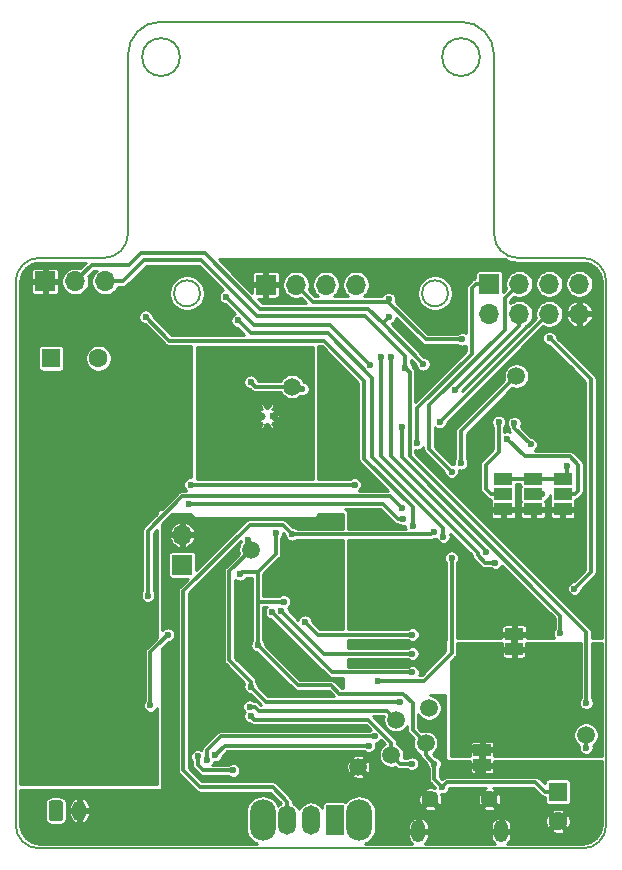
<source format=gbl>
G04 #@! TF.GenerationSoftware,KiCad,Pcbnew,5.1.5+dfsg1-2build2*
G04 #@! TF.CreationDate,2021-03-01T21:19:45+01:00*
G04 #@! TF.ProjectId,time2time,74696d65-3274-4696-9d65-2e6b69636164,V1.0*
G04 #@! TF.SameCoordinates,PX7735940PY3473bc0*
G04 #@! TF.FileFunction,Copper,L2,Bot*
G04 #@! TF.FilePolarity,Positive*
%FSLAX46Y46*%
G04 Gerber Fmt 4.6, Leading zero omitted, Abs format (unit mm)*
G04 Created by KiCad (PCBNEW 5.1.5+dfsg1-2build2) date 2021-03-01 21:19:45*
%MOMM*%
%LPD*%
G04 APERTURE LIST*
%ADD10C,0.150000*%
%ADD11C,0.100000*%
%ADD12C,0.600000*%
%ADD13R,1.600000X1.600000*%
%ADD14C,1.600000*%
%ADD15C,1.450000*%
%ADD16O,1.200000X1.900000*%
%ADD17O,1.200000X1.750000*%
%ADD18R,1.700000X1.700000*%
%ADD19O,1.700000X1.700000*%
%ADD20R,1.500000X1.000000*%
%ADD21C,1.500000*%
%ADD22R,1.500000X2.500000*%
%ADD23O,1.500000X2.500000*%
%ADD24O,2.200000X3.500000*%
%ADD25C,0.300000*%
%ADD26C,0.250000*%
%ADD27C,0.254000*%
G04 APERTURE END LIST*
D10*
X50000000Y-68000000D02*
G75*
G02X48000000Y-70000000I-2000000J0D01*
G01*
X2000000Y-70000000D02*
G75*
G02X0Y-68000000I0J2000000D01*
G01*
X0Y-22000000D02*
G75*
G02X2000000Y-20000000I2000000J0D01*
G01*
X9500000Y-18000000D02*
G75*
G02X7500000Y-20000000I-2000000J0D01*
G01*
X42500000Y-20000000D02*
G75*
G02X40500000Y-18000000I0J2000000D01*
G01*
X48000000Y-20000000D02*
G75*
G02X50000000Y-22000000I0J-2000000D01*
G01*
X37700000Y0D02*
G75*
G02X40500000Y-2800000I0J-2800000D01*
G01*
X9500000Y-2800000D02*
G75*
G02X12300000Y0I2800000J0D01*
G01*
X42500000Y-20000000D02*
X48000000Y-20000000D01*
X9500000Y-2800000D02*
X9500000Y-18000000D01*
X37700000Y0D02*
X12300000Y0D01*
X40500000Y-18000000D02*
X40500000Y-2800000D01*
X36600000Y-23000000D02*
G75*
G03X36600000Y-23000000I-1100000J0D01*
G01*
X15600000Y-23000000D02*
G75*
G03X15600000Y-23000000I-1100000J0D01*
G01*
X39300000Y-3000000D02*
G75*
G03X39300000Y-3000000I-1600000J0D01*
G01*
X13900000Y-3000000D02*
G75*
G03X13900000Y-3000000I-1600000J0D01*
G01*
X0Y-22000000D02*
X0Y-68000000D01*
X7500000Y-20000000D02*
X2000000Y-20000000D01*
X50000000Y-68000000D02*
X50000000Y-22000000D01*
X2000000Y-70000000D02*
X48000000Y-70000000D01*
D11*
G36*
X42500000Y-52750000D02*
G01*
X42500000Y-52250000D01*
X41900000Y-52250000D01*
X41900000Y-52750000D01*
X42500000Y-52750000D01*
G37*
G36*
X39800000Y-62550000D02*
G01*
X39800000Y-62050000D01*
X39200000Y-62050000D01*
X39200000Y-62550000D01*
X39800000Y-62550000D01*
G37*
D12*
X21300000Y-34300000D03*
X20800000Y-33400000D03*
X21800000Y-33400000D03*
X21300000Y-32500000D03*
D13*
X3000000Y-28500000D03*
D14*
X7000000Y-28500000D03*
D13*
X45900000Y-65200000D03*
D14*
X45900000Y-67700000D03*
D15*
X35100000Y-65837500D03*
X40100000Y-65837500D03*
D16*
X34100000Y-68537500D03*
X41100000Y-68537500D03*
G04 #@! TA.AperFunction,ComponentPad*
D11*
G36*
X3774505Y-65926204D02*
G01*
X3798773Y-65929804D01*
X3822572Y-65935765D01*
X3845671Y-65944030D01*
X3867850Y-65954520D01*
X3888893Y-65967132D01*
X3908599Y-65981747D01*
X3926777Y-65998223D01*
X3943253Y-66016401D01*
X3957868Y-66036107D01*
X3970480Y-66057150D01*
X3980970Y-66079329D01*
X3989235Y-66102428D01*
X3995196Y-66126227D01*
X3998796Y-66150495D01*
X4000000Y-66174999D01*
X4000000Y-67425001D01*
X3998796Y-67449505D01*
X3995196Y-67473773D01*
X3989235Y-67497572D01*
X3980970Y-67520671D01*
X3970480Y-67542850D01*
X3957868Y-67563893D01*
X3943253Y-67583599D01*
X3926777Y-67601777D01*
X3908599Y-67618253D01*
X3888893Y-67632868D01*
X3867850Y-67645480D01*
X3845671Y-67655970D01*
X3822572Y-67664235D01*
X3798773Y-67670196D01*
X3774505Y-67673796D01*
X3750001Y-67675000D01*
X3049999Y-67675000D01*
X3025495Y-67673796D01*
X3001227Y-67670196D01*
X2977428Y-67664235D01*
X2954329Y-67655970D01*
X2932150Y-67645480D01*
X2911107Y-67632868D01*
X2891401Y-67618253D01*
X2873223Y-67601777D01*
X2856747Y-67583599D01*
X2842132Y-67563893D01*
X2829520Y-67542850D01*
X2819030Y-67520671D01*
X2810765Y-67497572D01*
X2804804Y-67473773D01*
X2801204Y-67449505D01*
X2800000Y-67425001D01*
X2800000Y-66174999D01*
X2801204Y-66150495D01*
X2804804Y-66126227D01*
X2810765Y-66102428D01*
X2819030Y-66079329D01*
X2829520Y-66057150D01*
X2842132Y-66036107D01*
X2856747Y-66016401D01*
X2873223Y-65998223D01*
X2891401Y-65981747D01*
X2911107Y-65967132D01*
X2932150Y-65954520D01*
X2954329Y-65944030D01*
X2977428Y-65935765D01*
X3001227Y-65929804D01*
X3025495Y-65926204D01*
X3049999Y-65925000D01*
X3750001Y-65925000D01*
X3774505Y-65926204D01*
G37*
G04 #@! TD.AperFunction*
D17*
X5400000Y-66800000D03*
D18*
X21190000Y-22270000D03*
D19*
X23730000Y-22270000D03*
X26270000Y-22270000D03*
X28810000Y-22270000D03*
D18*
X40100000Y-22200000D03*
D19*
X40100000Y-24740000D03*
X42640000Y-22200000D03*
X42640000Y-24740000D03*
X45180000Y-22200000D03*
X45180000Y-24740000D03*
X47720000Y-22200000D03*
X47720000Y-24740000D03*
D18*
X2500000Y-22000000D03*
D19*
X5040000Y-22000000D03*
X7580000Y-22000000D03*
D20*
X42200000Y-53150000D03*
X42200000Y-51850000D03*
X46300000Y-41300000D03*
X46300000Y-40000000D03*
X46300000Y-38700000D03*
X43800000Y-38700000D03*
X43800000Y-40000000D03*
X43800000Y-41300000D03*
X41300000Y-38700000D03*
X41300000Y-40000000D03*
X41300000Y-41300000D03*
D18*
X14100000Y-46000000D03*
D19*
X14100000Y-43460000D03*
D21*
X29000000Y-63100000D03*
X35000000Y-58100000D03*
X32200000Y-59100000D03*
X31800000Y-62100000D03*
X34700000Y-61100000D03*
X48300000Y-60400000D03*
X42400000Y-30000000D03*
X23400000Y-30900000D03*
X19900000Y-44700000D03*
D22*
X27000000Y-67600000D03*
D23*
X25000000Y-67600000D03*
X23000000Y-67600000D03*
D24*
X29100000Y-67600000D03*
X20900000Y-67600000D03*
D20*
X39500000Y-62950000D03*
X39500000Y-61650000D03*
D12*
X24250000Y-31100000D03*
X19900000Y-30500000D03*
X37800000Y-26900000D03*
X31600000Y-23500000D03*
X46700000Y-37600000D03*
X19900000Y-56300000D03*
X19700000Y-43900000D03*
X32500000Y-57600000D03*
X19200000Y-31300000D03*
X17900000Y-37500000D03*
X21900000Y-29800000D03*
X21900000Y-28300000D03*
X23300000Y-29200000D03*
X23300000Y-28200000D03*
X16350000Y-28650000D03*
X17700000Y-29700000D03*
X16000000Y-30800000D03*
X16200000Y-37500000D03*
X17100000Y-38400000D03*
X18800000Y-38400000D03*
X20200000Y-38400000D03*
X21600000Y-36900000D03*
X24000000Y-38000000D03*
X24000000Y-36600000D03*
X24600000Y-35600000D03*
X23700000Y-32800000D03*
X24700000Y-32400000D03*
X35450000Y-62830000D03*
X36100000Y-64800000D03*
X20500000Y-52800000D03*
X22000000Y-43300000D03*
X22700000Y-49100000D03*
X19000000Y-46800000D03*
X21800000Y-47000000D03*
X22700000Y-46000000D03*
X26800000Y-42700000D03*
X27100000Y-45300000D03*
X27100000Y-46800000D03*
X24200000Y-48300000D03*
X24700000Y-49800000D03*
X26600000Y-49800000D03*
X26000000Y-50800000D03*
X18500000Y-42300000D03*
X16800000Y-43400000D03*
X17800000Y-45600000D03*
X19400000Y-48700000D03*
X19400000Y-50100000D03*
X17000000Y-50400000D03*
X15100000Y-50400000D03*
X15100000Y-48500000D03*
X13100000Y-48400000D03*
X12900000Y-50900000D03*
X13300000Y-53600000D03*
X13300000Y-55800000D03*
X17200000Y-53600000D03*
X23000000Y-53800000D03*
X24300000Y-53800000D03*
X24300000Y-55500000D03*
X26000000Y-55500000D03*
X26000000Y-56900000D03*
X23200000Y-56800000D03*
X24200000Y-59800000D03*
X26900000Y-59800000D03*
X19700000Y-59800000D03*
X13200000Y-61800000D03*
X8400000Y-66600000D03*
X10500000Y-66600000D03*
X9500000Y-69000000D03*
X2600000Y-69100000D03*
X1100000Y-66600000D03*
X15600000Y-66300000D03*
X15600000Y-68600000D03*
X13900000Y-64600000D03*
X16700000Y-64100000D03*
X20300000Y-63900000D03*
X23900000Y-64000000D03*
X27100000Y-64000000D03*
X25600000Y-62100000D03*
X31100000Y-63900000D03*
X32900000Y-65200000D03*
X34500000Y-62800000D03*
X31300000Y-66900000D03*
X37900000Y-62800000D03*
X43200000Y-65300000D03*
X43200000Y-67700000D03*
X48800000Y-63600000D03*
X44600000Y-63300000D03*
X39100000Y-63600000D03*
X42400000Y-30000000D03*
X37700000Y-37400000D03*
X23400000Y-43400000D03*
X35400000Y-43200000D03*
X48300000Y-61462500D03*
X33000000Y-29300000D03*
X48300000Y-57680000D03*
X42000000Y-53100000D03*
X37600000Y-60600000D03*
X44300000Y-57100000D03*
X43400000Y-57100000D03*
X45200000Y-57100000D03*
X46600000Y-55700000D03*
X47400000Y-55100000D03*
X45600000Y-54000000D03*
X38100000Y-53800000D03*
X39800000Y-53600000D03*
X41100000Y-57100000D03*
X39200000Y-57100000D03*
X37500000Y-57100000D03*
X37600000Y-61500000D03*
X38700000Y-61500000D03*
X38700000Y-60600000D03*
X42600000Y-61300000D03*
X40900000Y-61400000D03*
X44000000Y-59300000D03*
X44900000Y-59300000D03*
X49200000Y-54000000D03*
X36900000Y-45400000D03*
X30700000Y-55800000D03*
X35000000Y-58100000D03*
X19800000Y-58000000D03*
X32200000Y-59100000D03*
X33550000Y-62830000D03*
X19900000Y-58800000D03*
X30900000Y-28400000D03*
X40608092Y-45796976D03*
X31800000Y-28400000D03*
X39796942Y-44900000D03*
X34000000Y-35700000D03*
X47300000Y-48000000D03*
X45200000Y-26800000D03*
X36900000Y-38100000D03*
X37200000Y-31200000D03*
X35900000Y-33900000D03*
X34500000Y-29000000D03*
X31600000Y-25000000D03*
X41600000Y-35300000D03*
X42200000Y-34000000D03*
X44600000Y-40000000D03*
X43600000Y-35800000D03*
X40900000Y-33900000D03*
X33587500Y-55100000D03*
X21700000Y-50000000D03*
X33587500Y-51900000D03*
X24500000Y-50800000D03*
X14700000Y-40800000D03*
X32800000Y-42100000D03*
X11200000Y-48600000D03*
X32700000Y-41200000D03*
X12900000Y-51900000D03*
X11400000Y-57900000D03*
X18800000Y-25300000D03*
X36200000Y-43600000D03*
X30000000Y-29100000D03*
X17800000Y-23300000D03*
X15400000Y-62200000D03*
X18400000Y-63400000D03*
X33600000Y-42700000D03*
X11000000Y-25000000D03*
X42500000Y-41300000D03*
X39000000Y-39600000D03*
X39000000Y-37800000D03*
X38000000Y-45900000D03*
X45100000Y-51500000D03*
X36500000Y-29100000D03*
X36900000Y-25800000D03*
X30900000Y-54300000D03*
X8400000Y-42400000D03*
X33300000Y-26700000D03*
X7400000Y-63000000D03*
X7400000Y-58700000D03*
X4100000Y-56100000D03*
X4100000Y-60600000D03*
X7400000Y-53500000D03*
X4100000Y-50400000D03*
X7300000Y-47500000D03*
X4200000Y-44000000D03*
X10200000Y-45000000D03*
X4200000Y-39200000D03*
X2100000Y-35700000D03*
X2000000Y-31300000D03*
X10200000Y-38300000D03*
X6400000Y-37300000D03*
X6200000Y-33200000D03*
X5200000Y-29900000D03*
X13800000Y-36700000D03*
X13400000Y-28800000D03*
X11800000Y-30800000D03*
X14100000Y-33400000D03*
X9500000Y-25100000D03*
X4800000Y-25500000D03*
X17100000Y-25800000D03*
X13400000Y-25800000D03*
X25000000Y-21200000D03*
X27500000Y-21200000D03*
X35000000Y-25800000D03*
X35400000Y-28100000D03*
X35700000Y-29900000D03*
X48500000Y-27600000D03*
X48000000Y-34400000D03*
X48000000Y-35400000D03*
X38500000Y-35000000D03*
X39200000Y-35300000D03*
X47900000Y-41000000D03*
X47500000Y-43900000D03*
X47500000Y-46500000D03*
X45100000Y-45100000D03*
X42500000Y-44700000D03*
X36800000Y-34600000D03*
X36000000Y-35600000D03*
X34200000Y-36600000D03*
X34900000Y-37200000D03*
X28100000Y-30600000D03*
X28100000Y-33200000D03*
X28100000Y-35700000D03*
X28800000Y-37800000D03*
X26300000Y-36000000D03*
X26500000Y-38300000D03*
X29400000Y-42100000D03*
X29400000Y-44800000D03*
X28900000Y-48700000D03*
X28900000Y-50100000D03*
X30500000Y-48700000D03*
X38100000Y-47400000D03*
X39800000Y-47500000D03*
X29100000Y-54200000D03*
X49100000Y-47700000D03*
X49200000Y-51200000D03*
X49400000Y-34000000D03*
X49400000Y-38300000D03*
X49400000Y-43300000D03*
X42400000Y-43100000D03*
X37000000Y-44100000D03*
X32500000Y-25900000D03*
X32700000Y-34300000D03*
X46100000Y-51800000D03*
X33575000Y-53500000D03*
X22500000Y-49900000D03*
X28700000Y-39200000D03*
X14800000Y-39200000D03*
X30400000Y-60500000D03*
X16200000Y-62500000D03*
X29900000Y-61300000D03*
X16900000Y-62100000D03*
D25*
X46300000Y-38700000D02*
X43800000Y-38700000D01*
X43800000Y-38700000D02*
X41300000Y-38700000D01*
X23400000Y-30900000D02*
X24050000Y-30900000D01*
X24050000Y-30900000D02*
X24250000Y-31100000D01*
X23400000Y-30900000D02*
X20300000Y-30900000D01*
X20300000Y-30900000D02*
X19900000Y-30500000D01*
X37375736Y-26900000D02*
X37800000Y-26900000D01*
X34700000Y-26900000D02*
X37375736Y-26900000D01*
X31500000Y-23700000D02*
X34700000Y-26900000D01*
X23730000Y-22270000D02*
X25160000Y-23700000D01*
X25160000Y-23700000D02*
X31500000Y-23700000D01*
X31600000Y-23600000D02*
X31500000Y-23700000D01*
X31600000Y-23500000D02*
X31600000Y-23600000D01*
X46700000Y-38300000D02*
X46300000Y-38700000D01*
X46700000Y-37600000D02*
X46700000Y-38300000D01*
X19900000Y-55875736D02*
X18100000Y-54075736D01*
X19900000Y-56300000D02*
X19900000Y-55875736D01*
X18100000Y-46500000D02*
X19900000Y-44700000D01*
X18100000Y-54075736D02*
X18100000Y-46500000D01*
X19700000Y-44500000D02*
X19900000Y-44700000D01*
X19700000Y-43900000D02*
X19700000Y-44500000D01*
X19900000Y-56300000D02*
X21200000Y-57600000D01*
X21200000Y-57600000D02*
X32500000Y-57600000D01*
X34700000Y-61100000D02*
X34700000Y-62080000D01*
X34700000Y-62080000D02*
X35450000Y-62830000D01*
X44800000Y-65200000D02*
X45900000Y-65200000D01*
X44000001Y-64400001D02*
X44800000Y-65200000D01*
X36499999Y-64400001D02*
X44000001Y-64400001D01*
X21500000Y-49100000D02*
X22700000Y-49100000D01*
X21500000Y-49100000D02*
X20500000Y-49100000D01*
X20500000Y-49100000D02*
X20500000Y-52800000D01*
X20500000Y-46600000D02*
X20500000Y-49100000D01*
X20500000Y-46600000D02*
X19200000Y-46600000D01*
X19200000Y-46600000D02*
X19000000Y-46800000D01*
X22000000Y-45100000D02*
X22000000Y-43300000D01*
X20500000Y-46600000D02*
X22000000Y-45100000D01*
X32800000Y-56900000D02*
X33600000Y-57700000D01*
X27400000Y-56900000D02*
X32800000Y-56900000D01*
X33600000Y-57700000D02*
X33600000Y-60000000D01*
X26700000Y-56200000D02*
X27400000Y-56900000D01*
X33600000Y-60000000D02*
X34700000Y-61100000D01*
X23900000Y-56200000D02*
X26700000Y-56200000D01*
X20500000Y-52800000D02*
X23900000Y-56200000D01*
X36499999Y-64400001D02*
X36100000Y-64800000D01*
X35450000Y-64150000D02*
X36100000Y-64800000D01*
X35450000Y-62830000D02*
X35450000Y-64150000D01*
X37700000Y-34700000D02*
X42400000Y-30000000D01*
X37700000Y-37400000D02*
X37700000Y-34700000D01*
X35200000Y-43400000D02*
X35400000Y-43200000D01*
X23400000Y-43400000D02*
X35200000Y-43400000D01*
X23000000Y-66050000D02*
X23000000Y-67600000D01*
X21750000Y-64800000D02*
X23000000Y-66050000D01*
X15600000Y-64800000D02*
X21750000Y-64800000D01*
X14200000Y-63400000D02*
X15600000Y-64800000D01*
X14200000Y-48200000D02*
X14200000Y-63400000D01*
X19800000Y-42600000D02*
X14200000Y-48200000D01*
X22600000Y-42600000D02*
X19800000Y-42600000D01*
X23400000Y-43400000D02*
X22600000Y-42600000D01*
X48300000Y-60400000D02*
X48300000Y-61462500D01*
X33344130Y-30632134D02*
X33342656Y-30630660D01*
X33344130Y-30632134D02*
X33344130Y-29644130D01*
X33344130Y-29644130D02*
X33000000Y-29300000D01*
X33000000Y-28300000D02*
X33000000Y-29300000D01*
X9100000Y-22000000D02*
X10900000Y-20200000D01*
X7580000Y-22000000D02*
X9100000Y-22000000D01*
X10900000Y-20200000D02*
X15700000Y-20200000D01*
X15700000Y-20200000D02*
X20400000Y-24900000D01*
X20400000Y-24900000D02*
X29600000Y-24900000D01*
X29600000Y-24900000D02*
X33000000Y-28300000D01*
X33344130Y-36744130D02*
X33344130Y-30632134D01*
X48300000Y-57680000D02*
X48300000Y-51700000D01*
X48300000Y-51700000D02*
X33344130Y-36744130D01*
X36900000Y-53475736D02*
X36900000Y-45400000D01*
X30700000Y-55800000D02*
X34575736Y-55800000D01*
X34575736Y-55800000D02*
X36900000Y-53475736D01*
X20224264Y-58000000D02*
X19800000Y-58000000D01*
X20574265Y-58350001D02*
X20224264Y-58000000D01*
X32200000Y-59100000D02*
X31450001Y-58350001D01*
X31450001Y-58350001D02*
X20574265Y-58350001D01*
X32530000Y-62830000D02*
X31800000Y-62100000D01*
X33550000Y-62830000D02*
X32530000Y-62830000D01*
X20199999Y-59099999D02*
X19900000Y-58800000D01*
X29860660Y-59100000D02*
X20199999Y-59099999D01*
X31800000Y-61039340D02*
X29860660Y-59100000D01*
X31800000Y-62100000D02*
X31800000Y-61039340D01*
X39696976Y-45796976D02*
X40183828Y-45796976D01*
X40183828Y-45796976D02*
X40608092Y-45796976D01*
X39100000Y-45200000D02*
X39696976Y-45796976D01*
X39100000Y-45000000D02*
X39100000Y-45200000D01*
X30900000Y-28400000D02*
X30900000Y-36800000D01*
X30900000Y-36800000D02*
X39100000Y-45000000D01*
X39796942Y-44796942D02*
X39796942Y-44900000D01*
X31806116Y-36806116D02*
X39796942Y-44796942D01*
X31800000Y-36806116D02*
X31806116Y-36806116D01*
X31800000Y-28400000D02*
X31800000Y-36806116D01*
X38950000Y-22200000D02*
X38600000Y-22550000D01*
X40100000Y-22200000D02*
X38950000Y-22200000D01*
X38600000Y-22550000D02*
X38600000Y-28100000D01*
X34000000Y-32700000D02*
X34000000Y-35700000D01*
X38600000Y-28100000D02*
X34000000Y-32700000D01*
X47400000Y-29000000D02*
X48700000Y-30300000D01*
X48700000Y-30300000D02*
X48700000Y-46600000D01*
X48700000Y-46600000D02*
X47300000Y-48000000D01*
X47400000Y-29000000D02*
X45200000Y-26800000D01*
X35000000Y-36200000D02*
X36900000Y-38100000D01*
X41400000Y-26100000D02*
X35000000Y-32500000D01*
X42640000Y-22200000D02*
X41400000Y-23440000D01*
X35000000Y-32500000D02*
X35000000Y-36200000D01*
X41400000Y-23440000D02*
X41400000Y-26100000D01*
X42640000Y-25760000D02*
X42640000Y-24740000D01*
X37200000Y-31200000D02*
X42640000Y-25760000D01*
X45060000Y-24740000D02*
X45180000Y-24740000D01*
X35900000Y-33900000D02*
X45060000Y-24740000D01*
X6440000Y-20600000D02*
X9600000Y-20600000D01*
X5040000Y-22000000D02*
X6440000Y-20600000D01*
X9600000Y-20600000D02*
X10600000Y-19600000D01*
X10600000Y-19600000D02*
X16000000Y-19600000D01*
X16000000Y-19600000D02*
X20700000Y-24300000D01*
X20700000Y-24300000D02*
X29800000Y-24300000D01*
X31600000Y-25000000D02*
X31100000Y-25500000D01*
X31100000Y-25500000D02*
X34500000Y-29000000D01*
X29800000Y-24300000D02*
X31100000Y-25500000D01*
X41600000Y-35300000D02*
X43100000Y-36800000D01*
X43100000Y-36800000D02*
X46900000Y-36800000D01*
X47600000Y-39750000D02*
X47350000Y-40000000D01*
X47600000Y-37500000D02*
X47600000Y-39750000D01*
X47350000Y-40000000D02*
X46300000Y-40000000D01*
X46900000Y-36800000D02*
X47600000Y-37500000D01*
X44600000Y-40000000D02*
X43800000Y-40000000D01*
X42200000Y-34400000D02*
X43600000Y-35800000D01*
X42200000Y-34000000D02*
X42200000Y-34400000D01*
X40900000Y-33900000D02*
X40900000Y-36400000D01*
X40900000Y-36400000D02*
X39800000Y-37500000D01*
X40250000Y-40000000D02*
X41300000Y-40000000D01*
X39800000Y-39550000D02*
X40250000Y-40000000D01*
X39800000Y-37500000D02*
X39800000Y-39550000D01*
X33587500Y-55100000D02*
X33050000Y-55100000D01*
X33050000Y-55100000D02*
X26800000Y-55100000D01*
X26800000Y-55100000D02*
X21700000Y-50000000D01*
X33587500Y-51900000D02*
X26100000Y-51900000D01*
X26100000Y-51900000D02*
X25600000Y-51900000D01*
X25600000Y-51900000D02*
X24500000Y-50800000D01*
X31075736Y-40800000D02*
X32375736Y-42100000D01*
X14700000Y-40800000D02*
X31075736Y-40800000D01*
X32375736Y-42100000D02*
X32800000Y-42100000D01*
X11200000Y-43100000D02*
X14109897Y-40190103D01*
X14109897Y-40190103D02*
X31690103Y-40190103D01*
X31690103Y-40190103D02*
X32700000Y-41200000D01*
X11200000Y-43100000D02*
X11200000Y-48600000D01*
X12900000Y-51900000D02*
X12000000Y-52800000D01*
X11400000Y-53400000D02*
X12000000Y-52800000D01*
X11400000Y-57900000D02*
X11400000Y-53400000D01*
X19900000Y-26400000D02*
X18800000Y-25300000D01*
X26400000Y-26400000D02*
X19900000Y-26400000D01*
X30200000Y-30200000D02*
X26400000Y-26400000D01*
X30200000Y-36900000D02*
X30200000Y-30200000D01*
X36200000Y-42900000D02*
X30200000Y-36900000D01*
X36200000Y-43600000D02*
X36200000Y-42900000D01*
X26600000Y-25700000D02*
X20393884Y-25700000D01*
X30000000Y-29100000D02*
X26600000Y-25700000D01*
X20393884Y-25700000D02*
X20200000Y-25700000D01*
X20200000Y-25700000D02*
X17800000Y-23300000D01*
X15400000Y-62200000D02*
X15400000Y-62900000D01*
X15400000Y-62900000D02*
X15900000Y-63400000D01*
X18400000Y-63400000D02*
X15900000Y-63400000D01*
X26100000Y-27000000D02*
X29500000Y-30400000D01*
X29500000Y-30400000D02*
X29500000Y-37000000D01*
X29500000Y-37000000D02*
X33600000Y-41100000D01*
X33600000Y-41100000D02*
X33600000Y-42700000D01*
X26100000Y-27000000D02*
X13000000Y-27000000D01*
X13000000Y-27000000D02*
X11000000Y-25000000D01*
X32700000Y-36900000D02*
X32700000Y-34300000D01*
X46100000Y-51800000D02*
X46100000Y-50300000D01*
X46100000Y-50300000D02*
X32700000Y-36900000D01*
X33575000Y-53500000D02*
X26208722Y-53500000D01*
X26208722Y-53500000D02*
X26200000Y-53500000D01*
X26100000Y-53500000D02*
X22500000Y-49900000D01*
X26208722Y-53500000D02*
X26100000Y-53500000D01*
X28700000Y-39200000D02*
X14800000Y-39200000D01*
X17400000Y-60500000D02*
X30400000Y-60500000D01*
X16200000Y-61700000D02*
X17400000Y-60500000D01*
X16200000Y-62500000D02*
X16200000Y-61700000D01*
X17700000Y-61300000D02*
X16900000Y-62100000D01*
X29900000Y-61300000D02*
X17700000Y-61300000D01*
D26*
G36*
X25175000Y-38725000D02*
G01*
X15325000Y-38725000D01*
X15325000Y-34739407D01*
X21043027Y-34739407D01*
X21073324Y-34831460D01*
X21181363Y-34865470D01*
X21293960Y-34877750D01*
X21406789Y-34867827D01*
X21515515Y-34836083D01*
X21526676Y-34831460D01*
X21556973Y-34739407D01*
X21300000Y-34482434D01*
X21043027Y-34739407D01*
X15325000Y-34739407D01*
X15325000Y-33393960D01*
X20222250Y-33393960D01*
X20232173Y-33506789D01*
X20263917Y-33615515D01*
X20268540Y-33626676D01*
X20360593Y-33656973D01*
X20617566Y-33400000D01*
X20360593Y-33143027D01*
X20268540Y-33173324D01*
X20234530Y-33281363D01*
X20222250Y-33393960D01*
X15325000Y-33393960D01*
X15325000Y-32960593D01*
X20543027Y-32960593D01*
X20800000Y-33217566D01*
X20814142Y-33203424D01*
X20996576Y-33385858D01*
X20982434Y-33400000D01*
X20996576Y-33414142D01*
X20814142Y-33596576D01*
X20800000Y-33582434D01*
X20543027Y-33839407D01*
X20573324Y-33931460D01*
X20681363Y-33965470D01*
X20793960Y-33977750D01*
X20807159Y-33976589D01*
X20800656Y-33983092D01*
X20860591Y-34043027D01*
X20768540Y-34073324D01*
X20734530Y-34181363D01*
X20722250Y-34293960D01*
X20732173Y-34406789D01*
X20763917Y-34515515D01*
X20768540Y-34526676D01*
X20860593Y-34556973D01*
X21117566Y-34300000D01*
X21103424Y-34285858D01*
X21285858Y-34103424D01*
X21300000Y-34117566D01*
X21314142Y-34103424D01*
X21496576Y-34285858D01*
X21482434Y-34300000D01*
X21739407Y-34556973D01*
X21831460Y-34526676D01*
X21865470Y-34418637D01*
X21877750Y-34306040D01*
X21867827Y-34193211D01*
X21836083Y-34084485D01*
X21831460Y-34073324D01*
X21739409Y-34043027D01*
X21799344Y-33983092D01*
X21793999Y-33977747D01*
X21906789Y-33967827D01*
X22015515Y-33936083D01*
X22026676Y-33931460D01*
X22056973Y-33839407D01*
X21800000Y-33582434D01*
X21785858Y-33596576D01*
X21603424Y-33414142D01*
X21617566Y-33400000D01*
X21982434Y-33400000D01*
X22239407Y-33656973D01*
X22331460Y-33626676D01*
X22365470Y-33518637D01*
X22377750Y-33406040D01*
X22367827Y-33293211D01*
X22336083Y-33184485D01*
X22331460Y-33173324D01*
X22239407Y-33143027D01*
X21982434Y-33400000D01*
X21617566Y-33400000D01*
X21603424Y-33385858D01*
X21785858Y-33203424D01*
X21800000Y-33217566D01*
X22056973Y-32960593D01*
X22026676Y-32868540D01*
X21918637Y-32834530D01*
X21806040Y-32822250D01*
X21792841Y-32823411D01*
X21799344Y-32816908D01*
X21739409Y-32756973D01*
X21831460Y-32726676D01*
X21865470Y-32618637D01*
X21877750Y-32506040D01*
X21867827Y-32393211D01*
X21836083Y-32284485D01*
X21831460Y-32273324D01*
X21739407Y-32243027D01*
X21482434Y-32500000D01*
X21496576Y-32514142D01*
X21314142Y-32696576D01*
X21300000Y-32682434D01*
X21285858Y-32696576D01*
X21103424Y-32514142D01*
X21117566Y-32500000D01*
X20860593Y-32243027D01*
X20768540Y-32273324D01*
X20734530Y-32381363D01*
X20722250Y-32493960D01*
X20732173Y-32606789D01*
X20763917Y-32715515D01*
X20768540Y-32726676D01*
X20860591Y-32756973D01*
X20800656Y-32816908D01*
X20806001Y-32822253D01*
X20693211Y-32832173D01*
X20584485Y-32863917D01*
X20573324Y-32868540D01*
X20543027Y-32960593D01*
X15325000Y-32960593D01*
X15325000Y-32060593D01*
X21043027Y-32060593D01*
X21300000Y-32317566D01*
X21556973Y-32060593D01*
X21526676Y-31968540D01*
X21418637Y-31934530D01*
X21306040Y-31922250D01*
X21193211Y-31932173D01*
X21084485Y-31963917D01*
X21073324Y-31968540D01*
X21043027Y-32060593D01*
X15325000Y-32060593D01*
X15325000Y-30438443D01*
X19275000Y-30438443D01*
X19275000Y-30561557D01*
X19299019Y-30682306D01*
X19346132Y-30796048D01*
X19414531Y-30898414D01*
X19501586Y-30985469D01*
X19603952Y-31053868D01*
X19717694Y-31100981D01*
X19838443Y-31125000D01*
X19853249Y-31125000D01*
X19947620Y-31219371D01*
X19962499Y-31237501D01*
X20034827Y-31296859D01*
X20117346Y-31340966D01*
X20179722Y-31359888D01*
X20206883Y-31368127D01*
X20299999Y-31377298D01*
X20323331Y-31375000D01*
X22433181Y-31375000D01*
X22447348Y-31409203D01*
X22564993Y-31585272D01*
X22714728Y-31735007D01*
X22890797Y-31852652D01*
X23086434Y-31933688D01*
X23294122Y-31975000D01*
X23505878Y-31975000D01*
X23713566Y-31933688D01*
X23909203Y-31852652D01*
X24085272Y-31735007D01*
X24110736Y-31709543D01*
X24188443Y-31725000D01*
X24311557Y-31725000D01*
X24432306Y-31700981D01*
X24546048Y-31653868D01*
X24648414Y-31585469D01*
X24735469Y-31498414D01*
X24803868Y-31396048D01*
X24850981Y-31282306D01*
X24875000Y-31161557D01*
X24875000Y-31038443D01*
X24850981Y-30917694D01*
X24803868Y-30803952D01*
X24735469Y-30701586D01*
X24648414Y-30614531D01*
X24546048Y-30546132D01*
X24432306Y-30499019D01*
X24394352Y-30491469D01*
X24352652Y-30390797D01*
X24235007Y-30214728D01*
X24085272Y-30064993D01*
X23909203Y-29947348D01*
X23713566Y-29866312D01*
X23505878Y-29825000D01*
X23294122Y-29825000D01*
X23086434Y-29866312D01*
X22890797Y-29947348D01*
X22714728Y-30064993D01*
X22564993Y-30214728D01*
X22447348Y-30390797D01*
X22433181Y-30425000D01*
X20522326Y-30425000D01*
X20500981Y-30317694D01*
X20453868Y-30203952D01*
X20385469Y-30101586D01*
X20298414Y-30014531D01*
X20196048Y-29946132D01*
X20082306Y-29899019D01*
X19961557Y-29875000D01*
X19838443Y-29875000D01*
X19717694Y-29899019D01*
X19603952Y-29946132D01*
X19501586Y-30014531D01*
X19414531Y-30101586D01*
X19346132Y-30203952D01*
X19299019Y-30317694D01*
X19275000Y-30438443D01*
X15325000Y-30438443D01*
X15325000Y-27525000D01*
X25175000Y-27525000D01*
X25175000Y-38725000D01*
G37*
X25175000Y-38725000D02*
X15325000Y-38725000D01*
X15325000Y-34739407D01*
X21043027Y-34739407D01*
X21073324Y-34831460D01*
X21181363Y-34865470D01*
X21293960Y-34877750D01*
X21406789Y-34867827D01*
X21515515Y-34836083D01*
X21526676Y-34831460D01*
X21556973Y-34739407D01*
X21300000Y-34482434D01*
X21043027Y-34739407D01*
X15325000Y-34739407D01*
X15325000Y-33393960D01*
X20222250Y-33393960D01*
X20232173Y-33506789D01*
X20263917Y-33615515D01*
X20268540Y-33626676D01*
X20360593Y-33656973D01*
X20617566Y-33400000D01*
X20360593Y-33143027D01*
X20268540Y-33173324D01*
X20234530Y-33281363D01*
X20222250Y-33393960D01*
X15325000Y-33393960D01*
X15325000Y-32960593D01*
X20543027Y-32960593D01*
X20800000Y-33217566D01*
X20814142Y-33203424D01*
X20996576Y-33385858D01*
X20982434Y-33400000D01*
X20996576Y-33414142D01*
X20814142Y-33596576D01*
X20800000Y-33582434D01*
X20543027Y-33839407D01*
X20573324Y-33931460D01*
X20681363Y-33965470D01*
X20793960Y-33977750D01*
X20807159Y-33976589D01*
X20800656Y-33983092D01*
X20860591Y-34043027D01*
X20768540Y-34073324D01*
X20734530Y-34181363D01*
X20722250Y-34293960D01*
X20732173Y-34406789D01*
X20763917Y-34515515D01*
X20768540Y-34526676D01*
X20860593Y-34556973D01*
X21117566Y-34300000D01*
X21103424Y-34285858D01*
X21285858Y-34103424D01*
X21300000Y-34117566D01*
X21314142Y-34103424D01*
X21496576Y-34285858D01*
X21482434Y-34300000D01*
X21739407Y-34556973D01*
X21831460Y-34526676D01*
X21865470Y-34418637D01*
X21877750Y-34306040D01*
X21867827Y-34193211D01*
X21836083Y-34084485D01*
X21831460Y-34073324D01*
X21739409Y-34043027D01*
X21799344Y-33983092D01*
X21793999Y-33977747D01*
X21906789Y-33967827D01*
X22015515Y-33936083D01*
X22026676Y-33931460D01*
X22056973Y-33839407D01*
X21800000Y-33582434D01*
X21785858Y-33596576D01*
X21603424Y-33414142D01*
X21617566Y-33400000D01*
X21982434Y-33400000D01*
X22239407Y-33656973D01*
X22331460Y-33626676D01*
X22365470Y-33518637D01*
X22377750Y-33406040D01*
X22367827Y-33293211D01*
X22336083Y-33184485D01*
X22331460Y-33173324D01*
X22239407Y-33143027D01*
X21982434Y-33400000D01*
X21617566Y-33400000D01*
X21603424Y-33385858D01*
X21785858Y-33203424D01*
X21800000Y-33217566D01*
X22056973Y-32960593D01*
X22026676Y-32868540D01*
X21918637Y-32834530D01*
X21806040Y-32822250D01*
X21792841Y-32823411D01*
X21799344Y-32816908D01*
X21739409Y-32756973D01*
X21831460Y-32726676D01*
X21865470Y-32618637D01*
X21877750Y-32506040D01*
X21867827Y-32393211D01*
X21836083Y-32284485D01*
X21831460Y-32273324D01*
X21739407Y-32243027D01*
X21482434Y-32500000D01*
X21496576Y-32514142D01*
X21314142Y-32696576D01*
X21300000Y-32682434D01*
X21285858Y-32696576D01*
X21103424Y-32514142D01*
X21117566Y-32500000D01*
X20860593Y-32243027D01*
X20768540Y-32273324D01*
X20734530Y-32381363D01*
X20722250Y-32493960D01*
X20732173Y-32606789D01*
X20763917Y-32715515D01*
X20768540Y-32726676D01*
X20860591Y-32756973D01*
X20800656Y-32816908D01*
X20806001Y-32822253D01*
X20693211Y-32832173D01*
X20584485Y-32863917D01*
X20573324Y-32868540D01*
X20543027Y-32960593D01*
X15325000Y-32960593D01*
X15325000Y-32060593D01*
X21043027Y-32060593D01*
X21300000Y-32317566D01*
X21556973Y-32060593D01*
X21526676Y-31968540D01*
X21418637Y-31934530D01*
X21306040Y-31922250D01*
X21193211Y-31932173D01*
X21084485Y-31963917D01*
X21073324Y-31968540D01*
X21043027Y-32060593D01*
X15325000Y-32060593D01*
X15325000Y-30438443D01*
X19275000Y-30438443D01*
X19275000Y-30561557D01*
X19299019Y-30682306D01*
X19346132Y-30796048D01*
X19414531Y-30898414D01*
X19501586Y-30985469D01*
X19603952Y-31053868D01*
X19717694Y-31100981D01*
X19838443Y-31125000D01*
X19853249Y-31125000D01*
X19947620Y-31219371D01*
X19962499Y-31237501D01*
X20034827Y-31296859D01*
X20117346Y-31340966D01*
X20179722Y-31359888D01*
X20206883Y-31368127D01*
X20299999Y-31377298D01*
X20323331Y-31375000D01*
X22433181Y-31375000D01*
X22447348Y-31409203D01*
X22564993Y-31585272D01*
X22714728Y-31735007D01*
X22890797Y-31852652D01*
X23086434Y-31933688D01*
X23294122Y-31975000D01*
X23505878Y-31975000D01*
X23713566Y-31933688D01*
X23909203Y-31852652D01*
X24085272Y-31735007D01*
X24110736Y-31709543D01*
X24188443Y-31725000D01*
X24311557Y-31725000D01*
X24432306Y-31700981D01*
X24546048Y-31653868D01*
X24648414Y-31585469D01*
X24735469Y-31498414D01*
X24803868Y-31396048D01*
X24850981Y-31282306D01*
X24875000Y-31161557D01*
X24875000Y-31038443D01*
X24850981Y-30917694D01*
X24803868Y-30803952D01*
X24735469Y-30701586D01*
X24648414Y-30614531D01*
X24546048Y-30546132D01*
X24432306Y-30499019D01*
X24394352Y-30491469D01*
X24352652Y-30390797D01*
X24235007Y-30214728D01*
X24085272Y-30064993D01*
X23909203Y-29947348D01*
X23713566Y-29866312D01*
X23505878Y-29825000D01*
X23294122Y-29825000D01*
X23086434Y-29866312D01*
X22890797Y-29947348D01*
X22714728Y-30064993D01*
X22564993Y-30214728D01*
X22447348Y-30390797D01*
X22433181Y-30425000D01*
X20522326Y-30425000D01*
X20500981Y-30317694D01*
X20453868Y-30203952D01*
X20385469Y-30101586D01*
X20298414Y-30014531D01*
X20196048Y-29946132D01*
X20082306Y-29899019D01*
X19961557Y-29875000D01*
X19838443Y-29875000D01*
X19717694Y-29899019D01*
X19603952Y-29946132D01*
X19501586Y-30014531D01*
X19414531Y-30101586D01*
X19346132Y-30203952D01*
X19299019Y-30317694D01*
X19275000Y-30438443D01*
X15325000Y-30438443D01*
X15325000Y-27525000D01*
X25175000Y-27525000D01*
X25175000Y-38725000D01*
D27*
G36*
X5463837Y-20901583D02*
G01*
X5383318Y-20868231D01*
X5155924Y-20823000D01*
X4924076Y-20823000D01*
X4696682Y-20868231D01*
X4482481Y-20956956D01*
X4289706Y-21085764D01*
X4125764Y-21249706D01*
X3996956Y-21442481D01*
X3908231Y-21656682D01*
X3863000Y-21884076D01*
X3863000Y-22115924D01*
X3908231Y-22343318D01*
X3996956Y-22557519D01*
X4125764Y-22750294D01*
X4289706Y-22914236D01*
X4482481Y-23043044D01*
X4696682Y-23131769D01*
X4924076Y-23177000D01*
X5155924Y-23177000D01*
X5383318Y-23131769D01*
X5597519Y-23043044D01*
X5790294Y-22914236D01*
X5954236Y-22750294D01*
X6083044Y-22557519D01*
X6171769Y-22343318D01*
X6217000Y-22115924D01*
X6217000Y-21884076D01*
X6171769Y-21656682D01*
X6138417Y-21576163D01*
X6637580Y-21077000D01*
X6842822Y-21077000D01*
X6829706Y-21085764D01*
X6665764Y-21249706D01*
X6536956Y-21442481D01*
X6448231Y-21656682D01*
X6403000Y-21884076D01*
X6403000Y-22115924D01*
X6448231Y-22343318D01*
X6536956Y-22557519D01*
X6665764Y-22750294D01*
X6829706Y-22914236D01*
X7022481Y-23043044D01*
X7236682Y-23131769D01*
X7464076Y-23177000D01*
X7695924Y-23177000D01*
X7923318Y-23131769D01*
X8137519Y-23043044D01*
X8330294Y-22914236D01*
X8393712Y-22850818D01*
X12985329Y-22850818D01*
X12985329Y-23149182D01*
X13043537Y-23441813D01*
X13157716Y-23717466D01*
X13323478Y-23965547D01*
X13534453Y-24176522D01*
X13782534Y-24342284D01*
X14058187Y-24456463D01*
X14350818Y-24514671D01*
X14649182Y-24514671D01*
X14941813Y-24456463D01*
X15217466Y-24342284D01*
X15465547Y-24176522D01*
X15676522Y-23965547D01*
X15842284Y-23717466D01*
X15956463Y-23441813D01*
X16014671Y-23149182D01*
X16014671Y-22850818D01*
X15956463Y-22558187D01*
X15842284Y-22282534D01*
X15676522Y-22034453D01*
X15465547Y-21823478D01*
X15217466Y-21657716D01*
X14941813Y-21543537D01*
X14649182Y-21485329D01*
X14350818Y-21485329D01*
X14058187Y-21543537D01*
X13782534Y-21657716D01*
X13534453Y-21823478D01*
X13323478Y-22034453D01*
X13157716Y-22282534D01*
X13043537Y-22558187D01*
X12985329Y-22850818D01*
X8393712Y-22850818D01*
X8494236Y-22750294D01*
X8623044Y-22557519D01*
X8656396Y-22477000D01*
X9076585Y-22477000D01*
X9100000Y-22479306D01*
X9123415Y-22477000D01*
X9123423Y-22477000D01*
X9193508Y-22470097D01*
X9283423Y-22442822D01*
X9366289Y-22398529D01*
X9438921Y-22338921D01*
X9453855Y-22320724D01*
X11097580Y-20677000D01*
X15502421Y-20677000D01*
X17550222Y-22724802D01*
X17503004Y-22744360D01*
X17400311Y-22812977D01*
X17312977Y-22900311D01*
X17244360Y-23003004D01*
X17197095Y-23117111D01*
X17173000Y-23238246D01*
X17173000Y-23361754D01*
X17197095Y-23482889D01*
X17244360Y-23596996D01*
X17312977Y-23699689D01*
X17400311Y-23787023D01*
X17503004Y-23855640D01*
X17617111Y-23902905D01*
X17738246Y-23927000D01*
X17752421Y-23927000D01*
X18550222Y-24724802D01*
X18503004Y-24744360D01*
X18400311Y-24812977D01*
X18312977Y-24900311D01*
X18244360Y-25003004D01*
X18197095Y-25117111D01*
X18173000Y-25238246D01*
X18173000Y-25361754D01*
X18197095Y-25482889D01*
X18244360Y-25596996D01*
X18312977Y-25699689D01*
X18400311Y-25787023D01*
X18503004Y-25855640D01*
X18617111Y-25902905D01*
X18738246Y-25927000D01*
X18752421Y-25927000D01*
X19348420Y-26523000D01*
X13197580Y-26523000D01*
X11627000Y-24952421D01*
X11627000Y-24938246D01*
X11602905Y-24817111D01*
X11555640Y-24703004D01*
X11487023Y-24600311D01*
X11399689Y-24512977D01*
X11296996Y-24444360D01*
X11182889Y-24397095D01*
X11061754Y-24373000D01*
X10938246Y-24373000D01*
X10817111Y-24397095D01*
X10703004Y-24444360D01*
X10600311Y-24512977D01*
X10512977Y-24600311D01*
X10444360Y-24703004D01*
X10397095Y-24817111D01*
X10373000Y-24938246D01*
X10373000Y-25061754D01*
X10397095Y-25182889D01*
X10444360Y-25296996D01*
X10512977Y-25399689D01*
X10600311Y-25487023D01*
X10703004Y-25555640D01*
X10817111Y-25602905D01*
X10938246Y-25627000D01*
X10952421Y-25627000D01*
X12646147Y-27320727D01*
X12661079Y-27338921D01*
X12733711Y-27398529D01*
X12816577Y-27442822D01*
X12906492Y-27470097D01*
X12976577Y-27477000D01*
X12976584Y-27477000D01*
X12999999Y-27479306D01*
X13023414Y-27477000D01*
X14873000Y-27477000D01*
X14873000Y-38575237D01*
X14861754Y-38573000D01*
X14738246Y-38573000D01*
X14617111Y-38597095D01*
X14503004Y-38644360D01*
X14400311Y-38712977D01*
X14312977Y-38800311D01*
X14244360Y-38903004D01*
X14197095Y-39017111D01*
X14173000Y-39138246D01*
X14173000Y-39261754D01*
X14197095Y-39382889D01*
X14244360Y-39496996D01*
X14312977Y-39599689D01*
X14400311Y-39687023D01*
X14439343Y-39713103D01*
X14133312Y-39713103D01*
X14109897Y-39710797D01*
X14086482Y-39713103D01*
X14086474Y-39713103D01*
X14016389Y-39720006D01*
X13926474Y-39747281D01*
X13843608Y-39791574D01*
X13800442Y-39827000D01*
X13770976Y-39851182D01*
X13756046Y-39869374D01*
X12352420Y-41273000D01*
X12300000Y-41273000D01*
X12236205Y-41279283D01*
X12174863Y-41297891D01*
X12118329Y-41328109D01*
X12068776Y-41368776D01*
X12028109Y-41418329D01*
X11997891Y-41474863D01*
X11979283Y-41536205D01*
X11973000Y-41600000D01*
X11973000Y-41652421D01*
X10879276Y-42746145D01*
X10861079Y-42761079D01*
X10801471Y-42833711D01*
X10757178Y-42916578D01*
X10729903Y-43006493D01*
X10723000Y-43076578D01*
X10723000Y-43076585D01*
X10720694Y-43100000D01*
X10723000Y-43123415D01*
X10723001Y-48190287D01*
X10712977Y-48200311D01*
X10644360Y-48303004D01*
X10597095Y-48417111D01*
X10573000Y-48538246D01*
X10573000Y-48661754D01*
X10597095Y-48782889D01*
X10644360Y-48896996D01*
X10712977Y-48999689D01*
X10800311Y-49087023D01*
X10903004Y-49155640D01*
X11017111Y-49202905D01*
X11138246Y-49227000D01*
X11261754Y-49227000D01*
X11382889Y-49202905D01*
X11496996Y-49155640D01*
X11599689Y-49087023D01*
X11687023Y-48999689D01*
X11755640Y-48896996D01*
X11802905Y-48782889D01*
X11827000Y-48661754D01*
X11827000Y-48538246D01*
X11802905Y-48417111D01*
X11755640Y-48303004D01*
X11687023Y-48200311D01*
X11677000Y-48190288D01*
X11677000Y-43297579D01*
X11973000Y-43001579D01*
X11973000Y-52152421D01*
X11679277Y-52446144D01*
X11679272Y-52446148D01*
X11079271Y-53046150D01*
X11061080Y-53061079D01*
X11001472Y-53133711D01*
X10977796Y-53178005D01*
X10957178Y-53216578D01*
X10929903Y-53306493D01*
X10920694Y-53400000D01*
X10923001Y-53423425D01*
X10923000Y-57490288D01*
X10912977Y-57500311D01*
X10844360Y-57603004D01*
X10797095Y-57717111D01*
X10773000Y-57838246D01*
X10773000Y-57961754D01*
X10797095Y-58082889D01*
X10844360Y-58196996D01*
X10912977Y-58299689D01*
X11000311Y-58387023D01*
X11103004Y-58455640D01*
X11217111Y-58502905D01*
X11338246Y-58527000D01*
X11461754Y-58527000D01*
X11582889Y-58502905D01*
X11696996Y-58455640D01*
X11799689Y-58387023D01*
X11887023Y-58299689D01*
X11955640Y-58196996D01*
X11973000Y-58155086D01*
X11973000Y-64573000D01*
X402000Y-64573000D01*
X402000Y-27700000D01*
X1871418Y-27700000D01*
X1871418Y-29300000D01*
X1877732Y-29364103D01*
X1896430Y-29425743D01*
X1926794Y-29482550D01*
X1967657Y-29532343D01*
X2017450Y-29573206D01*
X2074257Y-29603570D01*
X2135897Y-29622268D01*
X2200000Y-29628582D01*
X3800000Y-29628582D01*
X3864103Y-29622268D01*
X3925743Y-29603570D01*
X3982550Y-29573206D01*
X4032343Y-29532343D01*
X4073206Y-29482550D01*
X4103570Y-29425743D01*
X4122268Y-29364103D01*
X4128582Y-29300000D01*
X4128582Y-28389000D01*
X5873000Y-28389000D01*
X5873000Y-28611000D01*
X5916310Y-28828734D01*
X6001266Y-29033835D01*
X6124602Y-29218421D01*
X6281579Y-29375398D01*
X6466165Y-29498734D01*
X6671266Y-29583690D01*
X6889000Y-29627000D01*
X7111000Y-29627000D01*
X7328734Y-29583690D01*
X7533835Y-29498734D01*
X7718421Y-29375398D01*
X7875398Y-29218421D01*
X7998734Y-29033835D01*
X8083690Y-28828734D01*
X8127000Y-28611000D01*
X8127000Y-28389000D01*
X8083690Y-28171266D01*
X7998734Y-27966165D01*
X7875398Y-27781579D01*
X7718421Y-27624602D01*
X7533835Y-27501266D01*
X7328734Y-27416310D01*
X7111000Y-27373000D01*
X6889000Y-27373000D01*
X6671266Y-27416310D01*
X6466165Y-27501266D01*
X6281579Y-27624602D01*
X6124602Y-27781579D01*
X6001266Y-27966165D01*
X5916310Y-28171266D01*
X5873000Y-28389000D01*
X4128582Y-28389000D01*
X4128582Y-27700000D01*
X4122268Y-27635897D01*
X4103570Y-27574257D01*
X4073206Y-27517450D01*
X4032343Y-27467657D01*
X3982550Y-27426794D01*
X3925743Y-27396430D01*
X3864103Y-27377732D01*
X3800000Y-27371418D01*
X2200000Y-27371418D01*
X2135897Y-27377732D01*
X2074257Y-27396430D01*
X2017450Y-27426794D01*
X1967657Y-27467657D01*
X1926794Y-27517450D01*
X1896430Y-27574257D01*
X1877732Y-27635897D01*
X1871418Y-27700000D01*
X402000Y-27700000D01*
X402000Y-22850000D01*
X1321418Y-22850000D01*
X1327732Y-22914103D01*
X1346430Y-22975743D01*
X1376794Y-23032550D01*
X1417657Y-23082343D01*
X1467450Y-23123206D01*
X1524257Y-23153570D01*
X1585897Y-23172268D01*
X1650000Y-23178582D01*
X2291250Y-23177000D01*
X2373000Y-23095250D01*
X2373000Y-22127000D01*
X2627000Y-22127000D01*
X2627000Y-23095250D01*
X2708750Y-23177000D01*
X3350000Y-23178582D01*
X3414103Y-23172268D01*
X3475743Y-23153570D01*
X3532550Y-23123206D01*
X3582343Y-23082343D01*
X3623206Y-23032550D01*
X3653570Y-22975743D01*
X3672268Y-22914103D01*
X3678582Y-22850000D01*
X3677000Y-22208750D01*
X3595250Y-22127000D01*
X2627000Y-22127000D01*
X2373000Y-22127000D01*
X1404750Y-22127000D01*
X1323000Y-22208750D01*
X1321418Y-22850000D01*
X402000Y-22850000D01*
X402000Y-22019658D01*
X434324Y-21689992D01*
X524357Y-21391786D01*
X652916Y-21150000D01*
X1321418Y-21150000D01*
X1323000Y-21791250D01*
X1404750Y-21873000D01*
X2373000Y-21873000D01*
X2373000Y-20904750D01*
X2627000Y-20904750D01*
X2627000Y-21873000D01*
X3595250Y-21873000D01*
X3677000Y-21791250D01*
X3678582Y-21150000D01*
X3672268Y-21085897D01*
X3653570Y-21024257D01*
X3623206Y-20967450D01*
X3582343Y-20917657D01*
X3532550Y-20876794D01*
X3475743Y-20846430D01*
X3414103Y-20827732D01*
X3350000Y-20821418D01*
X2708750Y-20823000D01*
X2627000Y-20904750D01*
X2373000Y-20904750D01*
X2291250Y-20823000D01*
X1650000Y-20821418D01*
X1585897Y-20827732D01*
X1524257Y-20846430D01*
X1467450Y-20876794D01*
X1417657Y-20917657D01*
X1376794Y-20967450D01*
X1346430Y-21024257D01*
X1327732Y-21085897D01*
X1321418Y-21150000D01*
X652916Y-21150000D01*
X670595Y-21116751D01*
X867473Y-20875355D01*
X1107487Y-20676797D01*
X1381498Y-20528640D01*
X1679064Y-20436528D01*
X2007573Y-20402000D01*
X5963420Y-20402000D01*
X5463837Y-20901583D01*
G37*
X5463837Y-20901583D02*
X5383318Y-20868231D01*
X5155924Y-20823000D01*
X4924076Y-20823000D01*
X4696682Y-20868231D01*
X4482481Y-20956956D01*
X4289706Y-21085764D01*
X4125764Y-21249706D01*
X3996956Y-21442481D01*
X3908231Y-21656682D01*
X3863000Y-21884076D01*
X3863000Y-22115924D01*
X3908231Y-22343318D01*
X3996956Y-22557519D01*
X4125764Y-22750294D01*
X4289706Y-22914236D01*
X4482481Y-23043044D01*
X4696682Y-23131769D01*
X4924076Y-23177000D01*
X5155924Y-23177000D01*
X5383318Y-23131769D01*
X5597519Y-23043044D01*
X5790294Y-22914236D01*
X5954236Y-22750294D01*
X6083044Y-22557519D01*
X6171769Y-22343318D01*
X6217000Y-22115924D01*
X6217000Y-21884076D01*
X6171769Y-21656682D01*
X6138417Y-21576163D01*
X6637580Y-21077000D01*
X6842822Y-21077000D01*
X6829706Y-21085764D01*
X6665764Y-21249706D01*
X6536956Y-21442481D01*
X6448231Y-21656682D01*
X6403000Y-21884076D01*
X6403000Y-22115924D01*
X6448231Y-22343318D01*
X6536956Y-22557519D01*
X6665764Y-22750294D01*
X6829706Y-22914236D01*
X7022481Y-23043044D01*
X7236682Y-23131769D01*
X7464076Y-23177000D01*
X7695924Y-23177000D01*
X7923318Y-23131769D01*
X8137519Y-23043044D01*
X8330294Y-22914236D01*
X8393712Y-22850818D01*
X12985329Y-22850818D01*
X12985329Y-23149182D01*
X13043537Y-23441813D01*
X13157716Y-23717466D01*
X13323478Y-23965547D01*
X13534453Y-24176522D01*
X13782534Y-24342284D01*
X14058187Y-24456463D01*
X14350818Y-24514671D01*
X14649182Y-24514671D01*
X14941813Y-24456463D01*
X15217466Y-24342284D01*
X15465547Y-24176522D01*
X15676522Y-23965547D01*
X15842284Y-23717466D01*
X15956463Y-23441813D01*
X16014671Y-23149182D01*
X16014671Y-22850818D01*
X15956463Y-22558187D01*
X15842284Y-22282534D01*
X15676522Y-22034453D01*
X15465547Y-21823478D01*
X15217466Y-21657716D01*
X14941813Y-21543537D01*
X14649182Y-21485329D01*
X14350818Y-21485329D01*
X14058187Y-21543537D01*
X13782534Y-21657716D01*
X13534453Y-21823478D01*
X13323478Y-22034453D01*
X13157716Y-22282534D01*
X13043537Y-22558187D01*
X12985329Y-22850818D01*
X8393712Y-22850818D01*
X8494236Y-22750294D01*
X8623044Y-22557519D01*
X8656396Y-22477000D01*
X9076585Y-22477000D01*
X9100000Y-22479306D01*
X9123415Y-22477000D01*
X9123423Y-22477000D01*
X9193508Y-22470097D01*
X9283423Y-22442822D01*
X9366289Y-22398529D01*
X9438921Y-22338921D01*
X9453855Y-22320724D01*
X11097580Y-20677000D01*
X15502421Y-20677000D01*
X17550222Y-22724802D01*
X17503004Y-22744360D01*
X17400311Y-22812977D01*
X17312977Y-22900311D01*
X17244360Y-23003004D01*
X17197095Y-23117111D01*
X17173000Y-23238246D01*
X17173000Y-23361754D01*
X17197095Y-23482889D01*
X17244360Y-23596996D01*
X17312977Y-23699689D01*
X17400311Y-23787023D01*
X17503004Y-23855640D01*
X17617111Y-23902905D01*
X17738246Y-23927000D01*
X17752421Y-23927000D01*
X18550222Y-24724802D01*
X18503004Y-24744360D01*
X18400311Y-24812977D01*
X18312977Y-24900311D01*
X18244360Y-25003004D01*
X18197095Y-25117111D01*
X18173000Y-25238246D01*
X18173000Y-25361754D01*
X18197095Y-25482889D01*
X18244360Y-25596996D01*
X18312977Y-25699689D01*
X18400311Y-25787023D01*
X18503004Y-25855640D01*
X18617111Y-25902905D01*
X18738246Y-25927000D01*
X18752421Y-25927000D01*
X19348420Y-26523000D01*
X13197580Y-26523000D01*
X11627000Y-24952421D01*
X11627000Y-24938246D01*
X11602905Y-24817111D01*
X11555640Y-24703004D01*
X11487023Y-24600311D01*
X11399689Y-24512977D01*
X11296996Y-24444360D01*
X11182889Y-24397095D01*
X11061754Y-24373000D01*
X10938246Y-24373000D01*
X10817111Y-24397095D01*
X10703004Y-24444360D01*
X10600311Y-24512977D01*
X10512977Y-24600311D01*
X10444360Y-24703004D01*
X10397095Y-24817111D01*
X10373000Y-24938246D01*
X10373000Y-25061754D01*
X10397095Y-25182889D01*
X10444360Y-25296996D01*
X10512977Y-25399689D01*
X10600311Y-25487023D01*
X10703004Y-25555640D01*
X10817111Y-25602905D01*
X10938246Y-25627000D01*
X10952421Y-25627000D01*
X12646147Y-27320727D01*
X12661079Y-27338921D01*
X12733711Y-27398529D01*
X12816577Y-27442822D01*
X12906492Y-27470097D01*
X12976577Y-27477000D01*
X12976584Y-27477000D01*
X12999999Y-27479306D01*
X13023414Y-27477000D01*
X14873000Y-27477000D01*
X14873000Y-38575237D01*
X14861754Y-38573000D01*
X14738246Y-38573000D01*
X14617111Y-38597095D01*
X14503004Y-38644360D01*
X14400311Y-38712977D01*
X14312977Y-38800311D01*
X14244360Y-38903004D01*
X14197095Y-39017111D01*
X14173000Y-39138246D01*
X14173000Y-39261754D01*
X14197095Y-39382889D01*
X14244360Y-39496996D01*
X14312977Y-39599689D01*
X14400311Y-39687023D01*
X14439343Y-39713103D01*
X14133312Y-39713103D01*
X14109897Y-39710797D01*
X14086482Y-39713103D01*
X14086474Y-39713103D01*
X14016389Y-39720006D01*
X13926474Y-39747281D01*
X13843608Y-39791574D01*
X13800442Y-39827000D01*
X13770976Y-39851182D01*
X13756046Y-39869374D01*
X12352420Y-41273000D01*
X12300000Y-41273000D01*
X12236205Y-41279283D01*
X12174863Y-41297891D01*
X12118329Y-41328109D01*
X12068776Y-41368776D01*
X12028109Y-41418329D01*
X11997891Y-41474863D01*
X11979283Y-41536205D01*
X11973000Y-41600000D01*
X11973000Y-41652421D01*
X10879276Y-42746145D01*
X10861079Y-42761079D01*
X10801471Y-42833711D01*
X10757178Y-42916578D01*
X10729903Y-43006493D01*
X10723000Y-43076578D01*
X10723000Y-43076585D01*
X10720694Y-43100000D01*
X10723000Y-43123415D01*
X10723001Y-48190287D01*
X10712977Y-48200311D01*
X10644360Y-48303004D01*
X10597095Y-48417111D01*
X10573000Y-48538246D01*
X10573000Y-48661754D01*
X10597095Y-48782889D01*
X10644360Y-48896996D01*
X10712977Y-48999689D01*
X10800311Y-49087023D01*
X10903004Y-49155640D01*
X11017111Y-49202905D01*
X11138246Y-49227000D01*
X11261754Y-49227000D01*
X11382889Y-49202905D01*
X11496996Y-49155640D01*
X11599689Y-49087023D01*
X11687023Y-48999689D01*
X11755640Y-48896996D01*
X11802905Y-48782889D01*
X11827000Y-48661754D01*
X11827000Y-48538246D01*
X11802905Y-48417111D01*
X11755640Y-48303004D01*
X11687023Y-48200311D01*
X11677000Y-48190288D01*
X11677000Y-43297579D01*
X11973000Y-43001579D01*
X11973000Y-52152421D01*
X11679277Y-52446144D01*
X11679272Y-52446148D01*
X11079271Y-53046150D01*
X11061080Y-53061079D01*
X11001472Y-53133711D01*
X10977796Y-53178005D01*
X10957178Y-53216578D01*
X10929903Y-53306493D01*
X10920694Y-53400000D01*
X10923001Y-53423425D01*
X10923000Y-57490288D01*
X10912977Y-57500311D01*
X10844360Y-57603004D01*
X10797095Y-57717111D01*
X10773000Y-57838246D01*
X10773000Y-57961754D01*
X10797095Y-58082889D01*
X10844360Y-58196996D01*
X10912977Y-58299689D01*
X11000311Y-58387023D01*
X11103004Y-58455640D01*
X11217111Y-58502905D01*
X11338246Y-58527000D01*
X11461754Y-58527000D01*
X11582889Y-58502905D01*
X11696996Y-58455640D01*
X11799689Y-58387023D01*
X11887023Y-58299689D01*
X11955640Y-58196996D01*
X11973000Y-58155086D01*
X11973000Y-64573000D01*
X402000Y-64573000D01*
X402000Y-27700000D01*
X1871418Y-27700000D01*
X1871418Y-29300000D01*
X1877732Y-29364103D01*
X1896430Y-29425743D01*
X1926794Y-29482550D01*
X1967657Y-29532343D01*
X2017450Y-29573206D01*
X2074257Y-29603570D01*
X2135897Y-29622268D01*
X2200000Y-29628582D01*
X3800000Y-29628582D01*
X3864103Y-29622268D01*
X3925743Y-29603570D01*
X3982550Y-29573206D01*
X4032343Y-29532343D01*
X4073206Y-29482550D01*
X4103570Y-29425743D01*
X4122268Y-29364103D01*
X4128582Y-29300000D01*
X4128582Y-28389000D01*
X5873000Y-28389000D01*
X5873000Y-28611000D01*
X5916310Y-28828734D01*
X6001266Y-29033835D01*
X6124602Y-29218421D01*
X6281579Y-29375398D01*
X6466165Y-29498734D01*
X6671266Y-29583690D01*
X6889000Y-29627000D01*
X7111000Y-29627000D01*
X7328734Y-29583690D01*
X7533835Y-29498734D01*
X7718421Y-29375398D01*
X7875398Y-29218421D01*
X7998734Y-29033835D01*
X8083690Y-28828734D01*
X8127000Y-28611000D01*
X8127000Y-28389000D01*
X8083690Y-28171266D01*
X7998734Y-27966165D01*
X7875398Y-27781579D01*
X7718421Y-27624602D01*
X7533835Y-27501266D01*
X7328734Y-27416310D01*
X7111000Y-27373000D01*
X6889000Y-27373000D01*
X6671266Y-27416310D01*
X6466165Y-27501266D01*
X6281579Y-27624602D01*
X6124602Y-27781579D01*
X6001266Y-27966165D01*
X5916310Y-28171266D01*
X5873000Y-28389000D01*
X4128582Y-28389000D01*
X4128582Y-27700000D01*
X4122268Y-27635897D01*
X4103570Y-27574257D01*
X4073206Y-27517450D01*
X4032343Y-27467657D01*
X3982550Y-27426794D01*
X3925743Y-27396430D01*
X3864103Y-27377732D01*
X3800000Y-27371418D01*
X2200000Y-27371418D01*
X2135897Y-27377732D01*
X2074257Y-27396430D01*
X2017450Y-27426794D01*
X1967657Y-27467657D01*
X1926794Y-27517450D01*
X1896430Y-27574257D01*
X1877732Y-27635897D01*
X1871418Y-27700000D01*
X402000Y-27700000D01*
X402000Y-22850000D01*
X1321418Y-22850000D01*
X1327732Y-22914103D01*
X1346430Y-22975743D01*
X1376794Y-23032550D01*
X1417657Y-23082343D01*
X1467450Y-23123206D01*
X1524257Y-23153570D01*
X1585897Y-23172268D01*
X1650000Y-23178582D01*
X2291250Y-23177000D01*
X2373000Y-23095250D01*
X2373000Y-22127000D01*
X2627000Y-22127000D01*
X2627000Y-23095250D01*
X2708750Y-23177000D01*
X3350000Y-23178582D01*
X3414103Y-23172268D01*
X3475743Y-23153570D01*
X3532550Y-23123206D01*
X3582343Y-23082343D01*
X3623206Y-23032550D01*
X3653570Y-22975743D01*
X3672268Y-22914103D01*
X3678582Y-22850000D01*
X3677000Y-22208750D01*
X3595250Y-22127000D01*
X2627000Y-22127000D01*
X2373000Y-22127000D01*
X1404750Y-22127000D01*
X1323000Y-22208750D01*
X1321418Y-22850000D01*
X402000Y-22850000D01*
X402000Y-22019658D01*
X434324Y-21689992D01*
X524357Y-21391786D01*
X652916Y-21150000D01*
X1321418Y-21150000D01*
X1323000Y-21791250D01*
X1404750Y-21873000D01*
X2373000Y-21873000D01*
X2373000Y-20904750D01*
X2627000Y-20904750D01*
X2627000Y-21873000D01*
X3595250Y-21873000D01*
X3677000Y-21791250D01*
X3678582Y-21150000D01*
X3672268Y-21085897D01*
X3653570Y-21024257D01*
X3623206Y-20967450D01*
X3582343Y-20917657D01*
X3532550Y-20876794D01*
X3475743Y-20846430D01*
X3414103Y-20827732D01*
X3350000Y-20821418D01*
X2708750Y-20823000D01*
X2627000Y-20904750D01*
X2373000Y-20904750D01*
X2291250Y-20823000D01*
X1650000Y-20821418D01*
X1585897Y-20827732D01*
X1524257Y-20846430D01*
X1467450Y-20876794D01*
X1417657Y-20917657D01*
X1376794Y-20967450D01*
X1346430Y-21024257D01*
X1327732Y-21085897D01*
X1321418Y-21150000D01*
X652916Y-21150000D01*
X670595Y-21116751D01*
X867473Y-20875355D01*
X1107487Y-20676797D01*
X1381498Y-20528640D01*
X1679064Y-20436528D01*
X2007573Y-20402000D01*
X5963420Y-20402000D01*
X5463837Y-20901583D01*
G36*
X38621118Y-45195698D02*
G01*
X38620694Y-45200000D01*
X38623000Y-45223415D01*
X38623000Y-45223423D01*
X38629903Y-45293508D01*
X38657178Y-45383423D01*
X38701471Y-45466289D01*
X38761080Y-45538921D01*
X38779271Y-45553850D01*
X39343125Y-46117705D01*
X39358055Y-46135897D01*
X39376246Y-46150826D01*
X39376248Y-46150828D01*
X39388739Y-46161079D01*
X39430687Y-46195505D01*
X39513553Y-46239798D01*
X39603468Y-46267073D01*
X39673553Y-46273976D01*
X39673561Y-46273976D01*
X39696976Y-46276282D01*
X39720391Y-46273976D01*
X40198380Y-46273976D01*
X40208403Y-46283999D01*
X40311096Y-46352616D01*
X40425203Y-46399881D01*
X40546338Y-46423976D01*
X40669846Y-46423976D01*
X40790981Y-46399881D01*
X40905088Y-46352616D01*
X41007781Y-46283999D01*
X41095115Y-46196665D01*
X41163732Y-46093972D01*
X41180035Y-46054614D01*
X45623001Y-50497581D01*
X45623000Y-51390288D01*
X45612977Y-51400311D01*
X45544360Y-51503004D01*
X45497095Y-51617111D01*
X45473000Y-51738246D01*
X45473000Y-51861754D01*
X45497095Y-51982889D01*
X45544360Y-52096996D01*
X45595144Y-52173000D01*
X43277621Y-52173000D01*
X43277000Y-52058750D01*
X43195250Y-51977000D01*
X42679333Y-51977000D01*
X42655780Y-51964265D01*
X42628819Y-51949443D01*
X42627727Y-51949097D01*
X42626718Y-51948551D01*
X42597308Y-51939447D01*
X42567987Y-51930146D01*
X42566848Y-51930018D01*
X42565752Y-51929679D01*
X42535135Y-51926461D01*
X42504566Y-51923032D01*
X42502365Y-51923017D01*
X42502283Y-51923008D01*
X42502201Y-51923015D01*
X42500000Y-51923000D01*
X41900000Y-51923000D01*
X41869398Y-51926001D01*
X41838726Y-51928792D01*
X41837624Y-51929116D01*
X41836485Y-51929228D01*
X41807007Y-51938128D01*
X41777504Y-51946811D01*
X41776491Y-51947341D01*
X41775390Y-51947673D01*
X41748190Y-51962136D01*
X41720947Y-51976378D01*
X41720173Y-51977000D01*
X41204750Y-51977000D01*
X41123000Y-52058750D01*
X41122379Y-52173000D01*
X37377000Y-52173000D01*
X37377000Y-51350000D01*
X41121418Y-51350000D01*
X41123000Y-51641250D01*
X41204750Y-51723000D01*
X42073000Y-51723000D01*
X42073000Y-51104750D01*
X42327000Y-51104750D01*
X42327000Y-51723000D01*
X43195250Y-51723000D01*
X43277000Y-51641250D01*
X43278582Y-51350000D01*
X43272268Y-51285897D01*
X43253570Y-51224257D01*
X43223206Y-51167450D01*
X43182343Y-51117657D01*
X43132550Y-51076794D01*
X43075743Y-51046430D01*
X43014103Y-51027732D01*
X42950000Y-51021418D01*
X42408750Y-51023000D01*
X42327000Y-51104750D01*
X42073000Y-51104750D01*
X41991250Y-51023000D01*
X41450000Y-51021418D01*
X41385897Y-51027732D01*
X41324257Y-51046430D01*
X41267450Y-51076794D01*
X41217657Y-51117657D01*
X41176794Y-51167450D01*
X41146430Y-51224257D01*
X41127732Y-51285897D01*
X41121418Y-51350000D01*
X37377000Y-51350000D01*
X37377000Y-45809712D01*
X37387023Y-45799689D01*
X37455640Y-45696996D01*
X37502905Y-45582889D01*
X37527000Y-45461754D01*
X37527000Y-45338246D01*
X37502905Y-45217111D01*
X37455640Y-45103004D01*
X37387023Y-45000311D01*
X37299689Y-44912977D01*
X37196996Y-44844360D01*
X37082889Y-44797095D01*
X36961754Y-44773000D01*
X36838246Y-44773000D01*
X36717111Y-44797095D01*
X36603004Y-44844360D01*
X36500311Y-44912977D01*
X36412977Y-45000311D01*
X36344360Y-45103004D01*
X36297095Y-45217111D01*
X36273000Y-45338246D01*
X36273000Y-45461754D01*
X36297095Y-45582889D01*
X36344360Y-45696996D01*
X36412977Y-45799689D01*
X36423001Y-45809713D01*
X36423000Y-52327887D01*
X36397891Y-52374863D01*
X36379283Y-52436205D01*
X36373000Y-52500000D01*
X36373000Y-53328156D01*
X34378157Y-55323000D01*
X34173790Y-55323000D01*
X34190405Y-55282889D01*
X34214500Y-55161754D01*
X34214500Y-55038246D01*
X34190405Y-54917111D01*
X34143140Y-54803004D01*
X34074523Y-54700311D01*
X33987189Y-54612977D01*
X33884496Y-54544360D01*
X33770389Y-54497095D01*
X33649254Y-54473000D01*
X33525746Y-54473000D01*
X33404611Y-54497095D01*
X33290504Y-54544360D01*
X33187811Y-54612977D01*
X33177788Y-54623000D01*
X28127000Y-54623000D01*
X28127000Y-53977000D01*
X33165288Y-53977000D01*
X33175311Y-53987023D01*
X33278004Y-54055640D01*
X33392111Y-54102905D01*
X33513246Y-54127000D01*
X33636754Y-54127000D01*
X33757889Y-54102905D01*
X33871996Y-54055640D01*
X33974689Y-53987023D01*
X34062023Y-53899689D01*
X34130640Y-53796996D01*
X34177905Y-53682889D01*
X34202000Y-53561754D01*
X34202000Y-53438246D01*
X34177905Y-53317111D01*
X34130640Y-53203004D01*
X34062023Y-53100311D01*
X33974689Y-53012977D01*
X33871996Y-52944360D01*
X33757889Y-52897095D01*
X33636754Y-52873000D01*
X33513246Y-52873000D01*
X33392111Y-52897095D01*
X33278004Y-52944360D01*
X33175311Y-53012977D01*
X33165288Y-53023000D01*
X28127000Y-53023000D01*
X28127000Y-52377000D01*
X33177788Y-52377000D01*
X33187811Y-52387023D01*
X33290504Y-52455640D01*
X33404611Y-52502905D01*
X33525746Y-52527000D01*
X33649254Y-52527000D01*
X33770389Y-52502905D01*
X33884496Y-52455640D01*
X33987189Y-52387023D01*
X34074523Y-52299689D01*
X34143140Y-52196996D01*
X34190405Y-52082889D01*
X34214500Y-51961754D01*
X34214500Y-51838246D01*
X34190405Y-51717111D01*
X34143140Y-51603004D01*
X34074523Y-51500311D01*
X33987189Y-51412977D01*
X33884496Y-51344360D01*
X33770389Y-51297095D01*
X33649254Y-51273000D01*
X33525746Y-51273000D01*
X33404611Y-51297095D01*
X33290504Y-51344360D01*
X33187811Y-51412977D01*
X33177788Y-51423000D01*
X28127000Y-51423000D01*
X28127000Y-43877000D01*
X35176585Y-43877000D01*
X35200000Y-43879306D01*
X35223415Y-43877000D01*
X35223423Y-43877000D01*
X35293508Y-43870097D01*
X35383423Y-43842822D01*
X35413024Y-43827000D01*
X35461754Y-43827000D01*
X35582889Y-43802905D01*
X35602091Y-43794951D01*
X35644360Y-43896996D01*
X35712977Y-43999689D01*
X35800311Y-44087023D01*
X35903004Y-44155640D01*
X36017111Y-44202905D01*
X36138246Y-44227000D01*
X36261754Y-44227000D01*
X36382889Y-44202905D01*
X36496996Y-44155640D01*
X36599689Y-44087023D01*
X36687023Y-43999689D01*
X36755640Y-43896996D01*
X36802905Y-43782889D01*
X36827000Y-43661754D01*
X36827000Y-43538246D01*
X36802905Y-43417111D01*
X36774885Y-43349464D01*
X38621118Y-45195698D01*
G37*
X38621118Y-45195698D02*
X38620694Y-45200000D01*
X38623000Y-45223415D01*
X38623000Y-45223423D01*
X38629903Y-45293508D01*
X38657178Y-45383423D01*
X38701471Y-45466289D01*
X38761080Y-45538921D01*
X38779271Y-45553850D01*
X39343125Y-46117705D01*
X39358055Y-46135897D01*
X39376246Y-46150826D01*
X39376248Y-46150828D01*
X39388739Y-46161079D01*
X39430687Y-46195505D01*
X39513553Y-46239798D01*
X39603468Y-46267073D01*
X39673553Y-46273976D01*
X39673561Y-46273976D01*
X39696976Y-46276282D01*
X39720391Y-46273976D01*
X40198380Y-46273976D01*
X40208403Y-46283999D01*
X40311096Y-46352616D01*
X40425203Y-46399881D01*
X40546338Y-46423976D01*
X40669846Y-46423976D01*
X40790981Y-46399881D01*
X40905088Y-46352616D01*
X41007781Y-46283999D01*
X41095115Y-46196665D01*
X41163732Y-46093972D01*
X41180035Y-46054614D01*
X45623001Y-50497581D01*
X45623000Y-51390288D01*
X45612977Y-51400311D01*
X45544360Y-51503004D01*
X45497095Y-51617111D01*
X45473000Y-51738246D01*
X45473000Y-51861754D01*
X45497095Y-51982889D01*
X45544360Y-52096996D01*
X45595144Y-52173000D01*
X43277621Y-52173000D01*
X43277000Y-52058750D01*
X43195250Y-51977000D01*
X42679333Y-51977000D01*
X42655780Y-51964265D01*
X42628819Y-51949443D01*
X42627727Y-51949097D01*
X42626718Y-51948551D01*
X42597308Y-51939447D01*
X42567987Y-51930146D01*
X42566848Y-51930018D01*
X42565752Y-51929679D01*
X42535135Y-51926461D01*
X42504566Y-51923032D01*
X42502365Y-51923017D01*
X42502283Y-51923008D01*
X42502201Y-51923015D01*
X42500000Y-51923000D01*
X41900000Y-51923000D01*
X41869398Y-51926001D01*
X41838726Y-51928792D01*
X41837624Y-51929116D01*
X41836485Y-51929228D01*
X41807007Y-51938128D01*
X41777504Y-51946811D01*
X41776491Y-51947341D01*
X41775390Y-51947673D01*
X41748190Y-51962136D01*
X41720947Y-51976378D01*
X41720173Y-51977000D01*
X41204750Y-51977000D01*
X41123000Y-52058750D01*
X41122379Y-52173000D01*
X37377000Y-52173000D01*
X37377000Y-51350000D01*
X41121418Y-51350000D01*
X41123000Y-51641250D01*
X41204750Y-51723000D01*
X42073000Y-51723000D01*
X42073000Y-51104750D01*
X42327000Y-51104750D01*
X42327000Y-51723000D01*
X43195250Y-51723000D01*
X43277000Y-51641250D01*
X43278582Y-51350000D01*
X43272268Y-51285897D01*
X43253570Y-51224257D01*
X43223206Y-51167450D01*
X43182343Y-51117657D01*
X43132550Y-51076794D01*
X43075743Y-51046430D01*
X43014103Y-51027732D01*
X42950000Y-51021418D01*
X42408750Y-51023000D01*
X42327000Y-51104750D01*
X42073000Y-51104750D01*
X41991250Y-51023000D01*
X41450000Y-51021418D01*
X41385897Y-51027732D01*
X41324257Y-51046430D01*
X41267450Y-51076794D01*
X41217657Y-51117657D01*
X41176794Y-51167450D01*
X41146430Y-51224257D01*
X41127732Y-51285897D01*
X41121418Y-51350000D01*
X37377000Y-51350000D01*
X37377000Y-45809712D01*
X37387023Y-45799689D01*
X37455640Y-45696996D01*
X37502905Y-45582889D01*
X37527000Y-45461754D01*
X37527000Y-45338246D01*
X37502905Y-45217111D01*
X37455640Y-45103004D01*
X37387023Y-45000311D01*
X37299689Y-44912977D01*
X37196996Y-44844360D01*
X37082889Y-44797095D01*
X36961754Y-44773000D01*
X36838246Y-44773000D01*
X36717111Y-44797095D01*
X36603004Y-44844360D01*
X36500311Y-44912977D01*
X36412977Y-45000311D01*
X36344360Y-45103004D01*
X36297095Y-45217111D01*
X36273000Y-45338246D01*
X36273000Y-45461754D01*
X36297095Y-45582889D01*
X36344360Y-45696996D01*
X36412977Y-45799689D01*
X36423001Y-45809713D01*
X36423000Y-52327887D01*
X36397891Y-52374863D01*
X36379283Y-52436205D01*
X36373000Y-52500000D01*
X36373000Y-53328156D01*
X34378157Y-55323000D01*
X34173790Y-55323000D01*
X34190405Y-55282889D01*
X34214500Y-55161754D01*
X34214500Y-55038246D01*
X34190405Y-54917111D01*
X34143140Y-54803004D01*
X34074523Y-54700311D01*
X33987189Y-54612977D01*
X33884496Y-54544360D01*
X33770389Y-54497095D01*
X33649254Y-54473000D01*
X33525746Y-54473000D01*
X33404611Y-54497095D01*
X33290504Y-54544360D01*
X33187811Y-54612977D01*
X33177788Y-54623000D01*
X28127000Y-54623000D01*
X28127000Y-53977000D01*
X33165288Y-53977000D01*
X33175311Y-53987023D01*
X33278004Y-54055640D01*
X33392111Y-54102905D01*
X33513246Y-54127000D01*
X33636754Y-54127000D01*
X33757889Y-54102905D01*
X33871996Y-54055640D01*
X33974689Y-53987023D01*
X34062023Y-53899689D01*
X34130640Y-53796996D01*
X34177905Y-53682889D01*
X34202000Y-53561754D01*
X34202000Y-53438246D01*
X34177905Y-53317111D01*
X34130640Y-53203004D01*
X34062023Y-53100311D01*
X33974689Y-53012977D01*
X33871996Y-52944360D01*
X33757889Y-52897095D01*
X33636754Y-52873000D01*
X33513246Y-52873000D01*
X33392111Y-52897095D01*
X33278004Y-52944360D01*
X33175311Y-53012977D01*
X33165288Y-53023000D01*
X28127000Y-53023000D01*
X28127000Y-52377000D01*
X33177788Y-52377000D01*
X33187811Y-52387023D01*
X33290504Y-52455640D01*
X33404611Y-52502905D01*
X33525746Y-52527000D01*
X33649254Y-52527000D01*
X33770389Y-52502905D01*
X33884496Y-52455640D01*
X33987189Y-52387023D01*
X34074523Y-52299689D01*
X34143140Y-52196996D01*
X34190405Y-52082889D01*
X34214500Y-51961754D01*
X34214500Y-51838246D01*
X34190405Y-51717111D01*
X34143140Y-51603004D01*
X34074523Y-51500311D01*
X33987189Y-51412977D01*
X33884496Y-51344360D01*
X33770389Y-51297095D01*
X33649254Y-51273000D01*
X33525746Y-51273000D01*
X33404611Y-51297095D01*
X33290504Y-51344360D01*
X33187811Y-51412977D01*
X33177788Y-51423000D01*
X28127000Y-51423000D01*
X28127000Y-43877000D01*
X35176585Y-43877000D01*
X35200000Y-43879306D01*
X35223415Y-43877000D01*
X35223423Y-43877000D01*
X35293508Y-43870097D01*
X35383423Y-43842822D01*
X35413024Y-43827000D01*
X35461754Y-43827000D01*
X35582889Y-43802905D01*
X35602091Y-43794951D01*
X35644360Y-43896996D01*
X35712977Y-43999689D01*
X35800311Y-44087023D01*
X35903004Y-44155640D01*
X36017111Y-44202905D01*
X36138246Y-44227000D01*
X36261754Y-44227000D01*
X36382889Y-44202905D01*
X36496996Y-44155640D01*
X36599689Y-44087023D01*
X36687023Y-43999689D01*
X36755640Y-43896996D01*
X36802905Y-43782889D01*
X36827000Y-43661754D01*
X36827000Y-43538246D01*
X36802905Y-43417111D01*
X36774885Y-43349464D01*
X38621118Y-45195698D01*
G36*
X41549131Y-20204036D02*
G01*
X41582799Y-20217913D01*
X41616306Y-20232275D01*
X41621668Y-20233935D01*
X41995340Y-20346752D01*
X42031069Y-20353827D01*
X42066720Y-20361405D01*
X42072302Y-20361991D01*
X42460487Y-20400053D01*
X42480253Y-20402000D01*
X47980342Y-20402000D01*
X48310008Y-20434324D01*
X48608214Y-20524357D01*
X48883249Y-20670595D01*
X49124645Y-20867473D01*
X49323203Y-21107487D01*
X49471360Y-21381498D01*
X49563472Y-21679064D01*
X49598001Y-22007582D01*
X49598000Y-52173000D01*
X48777000Y-52173000D01*
X48777000Y-51723414D01*
X48779306Y-51699999D01*
X48777000Y-51676584D01*
X48777000Y-51676577D01*
X48770097Y-51606492D01*
X48742822Y-51516577D01*
X48698529Y-51433711D01*
X48638921Y-51361079D01*
X48620730Y-51346150D01*
X39074580Y-41800000D01*
X40221418Y-41800000D01*
X40227732Y-41864103D01*
X40246430Y-41925743D01*
X40276794Y-41982550D01*
X40317657Y-42032343D01*
X40367450Y-42073206D01*
X40424257Y-42103570D01*
X40485897Y-42122268D01*
X40550000Y-42128582D01*
X41091250Y-42127000D01*
X41173000Y-42045250D01*
X41173000Y-41427000D01*
X41427000Y-41427000D01*
X41427000Y-42045250D01*
X41508750Y-42127000D01*
X42050000Y-42128582D01*
X42114103Y-42122268D01*
X42175743Y-42103570D01*
X42232550Y-42073206D01*
X42282343Y-42032343D01*
X42323206Y-41982550D01*
X42353570Y-41925743D01*
X42372268Y-41864103D01*
X42378582Y-41800000D01*
X42721418Y-41800000D01*
X42727732Y-41864103D01*
X42746430Y-41925743D01*
X42776794Y-41982550D01*
X42817657Y-42032343D01*
X42867450Y-42073206D01*
X42924257Y-42103570D01*
X42985897Y-42122268D01*
X43050000Y-42128582D01*
X43591250Y-42127000D01*
X43673000Y-42045250D01*
X43673000Y-41427000D01*
X43927000Y-41427000D01*
X43927000Y-42045250D01*
X44008750Y-42127000D01*
X44550000Y-42128582D01*
X44614103Y-42122268D01*
X44675743Y-42103570D01*
X44732550Y-42073206D01*
X44782343Y-42032343D01*
X44823206Y-41982550D01*
X44853570Y-41925743D01*
X44872268Y-41864103D01*
X44878582Y-41800000D01*
X45221418Y-41800000D01*
X45227732Y-41864103D01*
X45246430Y-41925743D01*
X45276794Y-41982550D01*
X45317657Y-42032343D01*
X45367450Y-42073206D01*
X45424257Y-42103570D01*
X45485897Y-42122268D01*
X45550000Y-42128582D01*
X46091250Y-42127000D01*
X46173000Y-42045250D01*
X46173000Y-41427000D01*
X46427000Y-41427000D01*
X46427000Y-42045250D01*
X46508750Y-42127000D01*
X47050000Y-42128582D01*
X47114103Y-42122268D01*
X47175743Y-42103570D01*
X47232550Y-42073206D01*
X47282343Y-42032343D01*
X47323206Y-41982550D01*
X47353570Y-41925743D01*
X47372268Y-41864103D01*
X47378582Y-41800000D01*
X47377000Y-41508750D01*
X47295250Y-41427000D01*
X46427000Y-41427000D01*
X46173000Y-41427000D01*
X45304750Y-41427000D01*
X45223000Y-41508750D01*
X45221418Y-41800000D01*
X44878582Y-41800000D01*
X44877000Y-41508750D01*
X44795250Y-41427000D01*
X43927000Y-41427000D01*
X43673000Y-41427000D01*
X42804750Y-41427000D01*
X42723000Y-41508750D01*
X42721418Y-41800000D01*
X42378582Y-41800000D01*
X42377000Y-41508750D01*
X42295250Y-41427000D01*
X41427000Y-41427000D01*
X41173000Y-41427000D01*
X40304750Y-41427000D01*
X40223000Y-41508750D01*
X40221418Y-41800000D01*
X39074580Y-41800000D01*
X33821130Y-36546551D01*
X33821130Y-36303704D01*
X33938246Y-36327000D01*
X34061754Y-36327000D01*
X34182889Y-36302905D01*
X34296996Y-36255640D01*
X34399689Y-36187023D01*
X34487023Y-36099689D01*
X34523001Y-36045844D01*
X34523001Y-36176575D01*
X34520694Y-36200000D01*
X34529903Y-36293507D01*
X34557178Y-36383422D01*
X34572976Y-36412977D01*
X34601472Y-36466289D01*
X34661080Y-36538921D01*
X34679271Y-36553850D01*
X36273000Y-38147580D01*
X36273000Y-38161754D01*
X36297095Y-38282889D01*
X36344360Y-38396996D01*
X36412977Y-38499689D01*
X36500311Y-38587023D01*
X36603004Y-38655640D01*
X36717111Y-38702905D01*
X36838246Y-38727000D01*
X36961754Y-38727000D01*
X37082889Y-38702905D01*
X37196996Y-38655640D01*
X37299689Y-38587023D01*
X37387023Y-38499689D01*
X37455640Y-38396996D01*
X37502905Y-38282889D01*
X37527000Y-38161754D01*
X37527000Y-38038246D01*
X37520088Y-38003497D01*
X37638246Y-38027000D01*
X37761754Y-38027000D01*
X37882889Y-38002905D01*
X37996996Y-37955640D01*
X38099689Y-37887023D01*
X38187023Y-37799689D01*
X38255640Y-37696996D01*
X38302905Y-37582889D01*
X38319392Y-37500000D01*
X39320694Y-37500000D01*
X39323000Y-37523415D01*
X39323001Y-39526575D01*
X39320694Y-39550000D01*
X39329903Y-39643507D01*
X39357178Y-39733422D01*
X39357333Y-39733712D01*
X39401472Y-39816289D01*
X39461080Y-39888921D01*
X39479271Y-39903850D01*
X39896149Y-40320729D01*
X39911079Y-40338921D01*
X39983711Y-40398529D01*
X40066577Y-40442822D01*
X40156492Y-40470097D01*
X40221418Y-40476492D01*
X40221418Y-40500000D01*
X40227732Y-40564103D01*
X40246430Y-40625743D01*
X40259396Y-40650000D01*
X40246430Y-40674257D01*
X40227732Y-40735897D01*
X40221418Y-40800000D01*
X40223000Y-41091250D01*
X40304750Y-41173000D01*
X41173000Y-41173000D01*
X41173000Y-41153000D01*
X41427000Y-41153000D01*
X41427000Y-41173000D01*
X42295250Y-41173000D01*
X42377000Y-41091250D01*
X42378582Y-40800000D01*
X42372268Y-40735897D01*
X42353570Y-40674257D01*
X42340604Y-40650000D01*
X42353570Y-40625743D01*
X42372268Y-40564103D01*
X42378582Y-40500000D01*
X42378582Y-39500000D01*
X42372268Y-39435897D01*
X42353570Y-39374257D01*
X42340604Y-39350000D01*
X42353570Y-39325743D01*
X42372268Y-39264103D01*
X42378582Y-39200000D01*
X42378582Y-39177000D01*
X42721418Y-39177000D01*
X42721418Y-39200000D01*
X42727732Y-39264103D01*
X42746430Y-39325743D01*
X42759396Y-39350000D01*
X42746430Y-39374257D01*
X42727732Y-39435897D01*
X42721418Y-39500000D01*
X42721418Y-40500000D01*
X42727732Y-40564103D01*
X42746430Y-40625743D01*
X42759396Y-40650000D01*
X42746430Y-40674257D01*
X42727732Y-40735897D01*
X42721418Y-40800000D01*
X42723000Y-41091250D01*
X42804750Y-41173000D01*
X43673000Y-41173000D01*
X43673000Y-41153000D01*
X43927000Y-41153000D01*
X43927000Y-41173000D01*
X44795250Y-41173000D01*
X44877000Y-41091250D01*
X44878582Y-40800000D01*
X44872268Y-40735897D01*
X44853570Y-40674257D01*
X44840604Y-40650000D01*
X44853570Y-40625743D01*
X44871651Y-40566139D01*
X44896996Y-40555640D01*
X44999689Y-40487023D01*
X45087023Y-40399689D01*
X45155640Y-40296996D01*
X45202905Y-40182889D01*
X45221418Y-40089817D01*
X45221418Y-40500000D01*
X45227732Y-40564103D01*
X45246430Y-40625743D01*
X45259396Y-40650000D01*
X45246430Y-40674257D01*
X45227732Y-40735897D01*
X45221418Y-40800000D01*
X45223000Y-41091250D01*
X45304750Y-41173000D01*
X46173000Y-41173000D01*
X46173000Y-41153000D01*
X46427000Y-41153000D01*
X46427000Y-41173000D01*
X47295250Y-41173000D01*
X47377000Y-41091250D01*
X47378582Y-40800000D01*
X47372268Y-40735897D01*
X47353570Y-40674257D01*
X47340604Y-40650000D01*
X47353570Y-40625743D01*
X47372268Y-40564103D01*
X47378582Y-40500000D01*
X47378582Y-40476492D01*
X47443508Y-40470097D01*
X47533423Y-40442822D01*
X47616289Y-40398529D01*
X47688921Y-40338921D01*
X47703855Y-40320724D01*
X47920724Y-40103855D01*
X47938921Y-40088921D01*
X47998529Y-40016289D01*
X48042822Y-39933423D01*
X48070097Y-39843508D01*
X48077000Y-39773423D01*
X48077000Y-39773416D01*
X48079306Y-39750001D01*
X48077000Y-39726586D01*
X48077000Y-37523412D01*
X48079306Y-37499999D01*
X48077000Y-37476586D01*
X48077000Y-37476577D01*
X48070097Y-37406492D01*
X48042822Y-37316577D01*
X47998529Y-37233711D01*
X47960155Y-37186952D01*
X47953852Y-37179272D01*
X47953850Y-37179270D01*
X47938921Y-37161079D01*
X47920729Y-37146149D01*
X47253855Y-36479276D01*
X47238921Y-36461079D01*
X47166289Y-36401471D01*
X47083423Y-36357178D01*
X46993508Y-36329903D01*
X46923423Y-36323000D01*
X46923415Y-36323000D01*
X46900000Y-36320694D01*
X46876585Y-36323000D01*
X43945845Y-36323000D01*
X43999689Y-36287023D01*
X44087023Y-36199689D01*
X44155640Y-36096996D01*
X44202905Y-35982889D01*
X44227000Y-35861754D01*
X44227000Y-35738246D01*
X44202905Y-35617111D01*
X44155640Y-35503004D01*
X44087023Y-35400311D01*
X43999689Y-35312977D01*
X43896996Y-35244360D01*
X43782889Y-35197095D01*
X43661754Y-35173000D01*
X43647580Y-35173000D01*
X42760307Y-34285728D01*
X42802905Y-34182889D01*
X42827000Y-34061754D01*
X42827000Y-33938246D01*
X42802905Y-33817111D01*
X42755640Y-33703004D01*
X42687023Y-33600311D01*
X42599689Y-33512977D01*
X42496996Y-33444360D01*
X42382889Y-33397095D01*
X42261754Y-33373000D01*
X42138246Y-33373000D01*
X42017111Y-33397095D01*
X41903004Y-33444360D01*
X41800311Y-33512977D01*
X41712977Y-33600311D01*
X41644360Y-33703004D01*
X41597095Y-33817111D01*
X41573000Y-33938246D01*
X41573000Y-34061754D01*
X41597095Y-34182889D01*
X41644360Y-34296996D01*
X41712977Y-34399689D01*
X41721503Y-34408215D01*
X41723000Y-34423415D01*
X41723000Y-34423423D01*
X41724014Y-34433712D01*
X41729903Y-34493507D01*
X41757178Y-34583422D01*
X41757179Y-34583423D01*
X41801472Y-34666289D01*
X41849345Y-34724622D01*
X41782889Y-34697095D01*
X41661754Y-34673000D01*
X41538246Y-34673000D01*
X41417111Y-34697095D01*
X41377000Y-34713710D01*
X41377000Y-34309712D01*
X41387023Y-34299689D01*
X41455640Y-34196996D01*
X41502905Y-34082889D01*
X41527000Y-33961754D01*
X41527000Y-33838246D01*
X41502905Y-33717111D01*
X41455640Y-33603004D01*
X41387023Y-33500311D01*
X41299689Y-33412977D01*
X41196996Y-33344360D01*
X41082889Y-33297095D01*
X40961754Y-33273000D01*
X40838246Y-33273000D01*
X40717111Y-33297095D01*
X40603004Y-33344360D01*
X40500311Y-33412977D01*
X40412977Y-33500311D01*
X40344360Y-33603004D01*
X40297095Y-33717111D01*
X40273000Y-33838246D01*
X40273000Y-33961754D01*
X40297095Y-34082889D01*
X40344360Y-34196996D01*
X40412977Y-34299689D01*
X40423000Y-34309712D01*
X40423001Y-36202419D01*
X39479276Y-37146145D01*
X39461079Y-37161079D01*
X39401471Y-37233711D01*
X39357178Y-37316578D01*
X39329903Y-37406493D01*
X39323000Y-37476578D01*
X39323000Y-37476585D01*
X39320694Y-37500000D01*
X38319392Y-37500000D01*
X38327000Y-37461754D01*
X38327000Y-37338246D01*
X38302905Y-37217111D01*
X38255640Y-37103004D01*
X38187023Y-37000311D01*
X38177000Y-36990288D01*
X38177000Y-34897579D01*
X42052700Y-31021880D01*
X42085851Y-31035611D01*
X42293925Y-31077000D01*
X42506075Y-31077000D01*
X42714149Y-31035611D01*
X42910151Y-30954425D01*
X43086547Y-30836560D01*
X43236560Y-30686547D01*
X43354425Y-30510151D01*
X43435611Y-30314149D01*
X43477000Y-30106075D01*
X43477000Y-29893925D01*
X43435611Y-29685851D01*
X43354425Y-29489849D01*
X43236560Y-29313453D01*
X43086547Y-29163440D01*
X42910151Y-29045575D01*
X42714149Y-28964389D01*
X42506075Y-28923000D01*
X42293925Y-28923000D01*
X42085851Y-28964389D01*
X41889849Y-29045575D01*
X41713453Y-29163440D01*
X41563440Y-29313453D01*
X41445575Y-29489849D01*
X41364389Y-29685851D01*
X41323000Y-29893925D01*
X41323000Y-30106075D01*
X41364389Y-30314149D01*
X41378120Y-30347300D01*
X37379271Y-34346150D01*
X37361080Y-34361079D01*
X37301472Y-34433711D01*
X37289751Y-34455640D01*
X37257178Y-34516578D01*
X37229903Y-34606493D01*
X37220694Y-34700000D01*
X37223001Y-34723425D01*
X37223000Y-36990288D01*
X37212977Y-37000311D01*
X37144360Y-37103004D01*
X37097095Y-37217111D01*
X37073000Y-37338246D01*
X37073000Y-37461754D01*
X37079912Y-37496503D01*
X36961754Y-37473000D01*
X36947580Y-37473000D01*
X35477000Y-36002421D01*
X35477000Y-34363712D01*
X35500311Y-34387023D01*
X35603004Y-34455640D01*
X35717111Y-34502905D01*
X35838246Y-34527000D01*
X35961754Y-34527000D01*
X36082889Y-34502905D01*
X36196996Y-34455640D01*
X36299689Y-34387023D01*
X36387023Y-34299689D01*
X36455640Y-34196996D01*
X36502905Y-34082889D01*
X36527000Y-33961754D01*
X36527000Y-33947579D01*
X43736333Y-26738246D01*
X44573000Y-26738246D01*
X44573000Y-26861754D01*
X44597095Y-26982889D01*
X44644360Y-27096996D01*
X44712977Y-27199689D01*
X44800311Y-27287023D01*
X44903004Y-27355640D01*
X45017111Y-27402905D01*
X45138246Y-27427000D01*
X45152421Y-27427000D01*
X47079272Y-29353852D01*
X47079277Y-29353856D01*
X48223000Y-30497580D01*
X48223001Y-46402419D01*
X47252421Y-47373000D01*
X47238246Y-47373000D01*
X47117111Y-47397095D01*
X47003004Y-47444360D01*
X46900311Y-47512977D01*
X46812977Y-47600311D01*
X46744360Y-47703004D01*
X46697095Y-47817111D01*
X46673000Y-47938246D01*
X46673000Y-48061754D01*
X46697095Y-48182889D01*
X46744360Y-48296996D01*
X46812977Y-48399689D01*
X46900311Y-48487023D01*
X47003004Y-48555640D01*
X47117111Y-48602905D01*
X47238246Y-48627000D01*
X47361754Y-48627000D01*
X47482889Y-48602905D01*
X47596996Y-48555640D01*
X47699689Y-48487023D01*
X47787023Y-48399689D01*
X47855640Y-48296996D01*
X47902905Y-48182889D01*
X47927000Y-48061754D01*
X47927000Y-48047579D01*
X49020729Y-46953851D01*
X49038921Y-46938921D01*
X49098529Y-46866289D01*
X49142822Y-46783423D01*
X49170097Y-46693508D01*
X49177000Y-46623423D01*
X49177000Y-46623415D01*
X49179306Y-46600000D01*
X49177000Y-46576585D01*
X49177000Y-30323415D01*
X49179306Y-30300000D01*
X49177000Y-30276585D01*
X49177000Y-30276577D01*
X49170097Y-30206492D01*
X49142822Y-30116577D01*
X49098529Y-30033711D01*
X49038921Y-29961079D01*
X49020729Y-29946149D01*
X47753856Y-28679277D01*
X47753852Y-28679272D01*
X45827000Y-26752421D01*
X45827000Y-26738246D01*
X45802905Y-26617111D01*
X45755640Y-26503004D01*
X45687023Y-26400311D01*
X45599689Y-26312977D01*
X45496996Y-26244360D01*
X45382889Y-26197095D01*
X45261754Y-26173000D01*
X45138246Y-26173000D01*
X45017111Y-26197095D01*
X44903004Y-26244360D01*
X44800311Y-26312977D01*
X44712977Y-26400311D01*
X44644360Y-26503004D01*
X44597095Y-26617111D01*
X44573000Y-26738246D01*
X43736333Y-26738246D01*
X44671310Y-25803270D01*
X44836682Y-25871769D01*
X45064076Y-25917000D01*
X45295924Y-25917000D01*
X45523318Y-25871769D01*
X45737519Y-25783044D01*
X45930294Y-25654236D01*
X46094236Y-25490294D01*
X46223044Y-25297519D01*
X46311769Y-25083318D01*
X46318697Y-25048486D01*
X46584139Y-25048486D01*
X46666147Y-25264154D01*
X46788654Y-25459679D01*
X46946952Y-25627547D01*
X47134958Y-25761307D01*
X47345447Y-25855819D01*
X47411515Y-25875855D01*
X47593000Y-25827862D01*
X47593000Y-24867000D01*
X47847000Y-24867000D01*
X47847000Y-25827862D01*
X48028485Y-25875855D01*
X48094553Y-25855819D01*
X48305042Y-25761307D01*
X48493048Y-25627547D01*
X48651346Y-25459679D01*
X48773853Y-25264154D01*
X48855861Y-25048486D01*
X48808384Y-24867000D01*
X47847000Y-24867000D01*
X47593000Y-24867000D01*
X46631616Y-24867000D01*
X46584139Y-25048486D01*
X46318697Y-25048486D01*
X46357000Y-24855924D01*
X46357000Y-24624076D01*
X46318698Y-24431514D01*
X46584139Y-24431514D01*
X46631616Y-24613000D01*
X47593000Y-24613000D01*
X47593000Y-23652138D01*
X47847000Y-23652138D01*
X47847000Y-24613000D01*
X48808384Y-24613000D01*
X48855861Y-24431514D01*
X48773853Y-24215846D01*
X48651346Y-24020321D01*
X48493048Y-23852453D01*
X48305042Y-23718693D01*
X48094553Y-23624181D01*
X48028485Y-23604145D01*
X47847000Y-23652138D01*
X47593000Y-23652138D01*
X47411515Y-23604145D01*
X47345447Y-23624181D01*
X47134958Y-23718693D01*
X46946952Y-23852453D01*
X46788654Y-24020321D01*
X46666147Y-24215846D01*
X46584139Y-24431514D01*
X46318698Y-24431514D01*
X46311769Y-24396682D01*
X46223044Y-24182481D01*
X46094236Y-23989706D01*
X45930294Y-23825764D01*
X45737519Y-23696956D01*
X45523318Y-23608231D01*
X45295924Y-23563000D01*
X45064076Y-23563000D01*
X44836682Y-23608231D01*
X44622481Y-23696956D01*
X44429706Y-23825764D01*
X44265764Y-23989706D01*
X44136956Y-24182481D01*
X44048231Y-24396682D01*
X44003000Y-24624076D01*
X44003000Y-24855924D01*
X44047214Y-25078206D01*
X37817896Y-31307525D01*
X37827000Y-31261754D01*
X37827000Y-31247579D01*
X42960730Y-26113850D01*
X42978921Y-26098921D01*
X43009978Y-26061079D01*
X43038529Y-26026289D01*
X43082822Y-25943423D01*
X43110097Y-25853508D01*
X43112623Y-25827862D01*
X43113614Y-25817799D01*
X43197519Y-25783044D01*
X43390294Y-25654236D01*
X43554236Y-25490294D01*
X43683044Y-25297519D01*
X43771769Y-25083318D01*
X43817000Y-24855924D01*
X43817000Y-24624076D01*
X43771769Y-24396682D01*
X43683044Y-24182481D01*
X43554236Y-23989706D01*
X43390294Y-23825764D01*
X43197519Y-23696956D01*
X42983318Y-23608231D01*
X42755924Y-23563000D01*
X42524076Y-23563000D01*
X42296682Y-23608231D01*
X42082481Y-23696956D01*
X41889706Y-23825764D01*
X41877000Y-23838470D01*
X41877000Y-23637579D01*
X42216163Y-23298417D01*
X42296682Y-23331769D01*
X42524076Y-23377000D01*
X42755924Y-23377000D01*
X42983318Y-23331769D01*
X43197519Y-23243044D01*
X43390294Y-23114236D01*
X43554236Y-22950294D01*
X43683044Y-22757519D01*
X43771769Y-22543318D01*
X43817000Y-22315924D01*
X43817000Y-22084076D01*
X44003000Y-22084076D01*
X44003000Y-22315924D01*
X44048231Y-22543318D01*
X44136956Y-22757519D01*
X44265764Y-22950294D01*
X44429706Y-23114236D01*
X44622481Y-23243044D01*
X44836682Y-23331769D01*
X45064076Y-23377000D01*
X45295924Y-23377000D01*
X45523318Y-23331769D01*
X45737519Y-23243044D01*
X45930294Y-23114236D01*
X46094236Y-22950294D01*
X46223044Y-22757519D01*
X46311769Y-22543318D01*
X46357000Y-22315924D01*
X46357000Y-22084076D01*
X46543000Y-22084076D01*
X46543000Y-22315924D01*
X46588231Y-22543318D01*
X46676956Y-22757519D01*
X46805764Y-22950294D01*
X46969706Y-23114236D01*
X47162481Y-23243044D01*
X47376682Y-23331769D01*
X47604076Y-23377000D01*
X47835924Y-23377000D01*
X48063318Y-23331769D01*
X48277519Y-23243044D01*
X48470294Y-23114236D01*
X48634236Y-22950294D01*
X48763044Y-22757519D01*
X48851769Y-22543318D01*
X48897000Y-22315924D01*
X48897000Y-22084076D01*
X48851769Y-21856682D01*
X48763044Y-21642481D01*
X48634236Y-21449706D01*
X48470294Y-21285764D01*
X48277519Y-21156956D01*
X48063318Y-21068231D01*
X47835924Y-21023000D01*
X47604076Y-21023000D01*
X47376682Y-21068231D01*
X47162481Y-21156956D01*
X46969706Y-21285764D01*
X46805764Y-21449706D01*
X46676956Y-21642481D01*
X46588231Y-21856682D01*
X46543000Y-22084076D01*
X46357000Y-22084076D01*
X46311769Y-21856682D01*
X46223044Y-21642481D01*
X46094236Y-21449706D01*
X45930294Y-21285764D01*
X45737519Y-21156956D01*
X45523318Y-21068231D01*
X45295924Y-21023000D01*
X45064076Y-21023000D01*
X44836682Y-21068231D01*
X44622481Y-21156956D01*
X44429706Y-21285764D01*
X44265764Y-21449706D01*
X44136956Y-21642481D01*
X44048231Y-21856682D01*
X44003000Y-22084076D01*
X43817000Y-22084076D01*
X43771769Y-21856682D01*
X43683044Y-21642481D01*
X43554236Y-21449706D01*
X43390294Y-21285764D01*
X43197519Y-21156956D01*
X42983318Y-21068231D01*
X42755924Y-21023000D01*
X42524076Y-21023000D01*
X42296682Y-21068231D01*
X42082481Y-21156956D01*
X41889706Y-21285764D01*
X41725764Y-21449706D01*
X41596956Y-21642481D01*
X41508231Y-21856682D01*
X41463000Y-22084076D01*
X41463000Y-22315924D01*
X41508231Y-22543318D01*
X41541583Y-22623837D01*
X41278582Y-22886839D01*
X41278582Y-21350000D01*
X41272268Y-21285897D01*
X41253570Y-21224257D01*
X41223206Y-21167450D01*
X41182343Y-21117657D01*
X41132550Y-21076794D01*
X41075743Y-21046430D01*
X41014103Y-21027732D01*
X40950000Y-21021418D01*
X39250000Y-21021418D01*
X39185897Y-21027732D01*
X39124257Y-21046430D01*
X39067450Y-21076794D01*
X39017657Y-21117657D01*
X38976794Y-21167450D01*
X38946430Y-21224257D01*
X38927732Y-21285897D01*
X38921418Y-21350000D01*
X38921418Y-21723508D01*
X38856492Y-21729903D01*
X38766577Y-21757178D01*
X38683711Y-21801471D01*
X38650204Y-21828970D01*
X38611079Y-21861079D01*
X38596149Y-21879271D01*
X38279276Y-22196145D01*
X38261079Y-22211079D01*
X38201471Y-22283711D01*
X38157178Y-22366578D01*
X38129903Y-22456493D01*
X38123000Y-22526578D01*
X38123000Y-22526585D01*
X38120694Y-22550000D01*
X38123000Y-22573415D01*
X38123001Y-26361736D01*
X38096996Y-26344360D01*
X37982889Y-26297095D01*
X37861754Y-26273000D01*
X37738246Y-26273000D01*
X37617111Y-26297095D01*
X37503004Y-26344360D01*
X37400311Y-26412977D01*
X37390288Y-26423000D01*
X34897580Y-26423000D01*
X32189597Y-23715018D01*
X32202905Y-23682889D01*
X32227000Y-23561754D01*
X32227000Y-23438246D01*
X32202905Y-23317111D01*
X32155640Y-23203004D01*
X32087023Y-23100311D01*
X31999689Y-23012977D01*
X31896996Y-22944360D01*
X31782889Y-22897095D01*
X31661754Y-22873000D01*
X31538246Y-22873000D01*
X31417111Y-22897095D01*
X31303004Y-22944360D01*
X31200311Y-23012977D01*
X31112977Y-23100311D01*
X31044360Y-23203004D01*
X31036077Y-23223000D01*
X29502280Y-23223000D01*
X29560294Y-23184236D01*
X29724236Y-23020294D01*
X29837476Y-22850818D01*
X33985329Y-22850818D01*
X33985329Y-23149182D01*
X34043537Y-23441813D01*
X34157716Y-23717466D01*
X34323478Y-23965547D01*
X34534453Y-24176522D01*
X34782534Y-24342284D01*
X35058187Y-24456463D01*
X35350818Y-24514671D01*
X35649182Y-24514671D01*
X35941813Y-24456463D01*
X36217466Y-24342284D01*
X36465547Y-24176522D01*
X36676522Y-23965547D01*
X36842284Y-23717466D01*
X36956463Y-23441813D01*
X37014671Y-23149182D01*
X37014671Y-22850818D01*
X36956463Y-22558187D01*
X36842284Y-22282534D01*
X36676522Y-22034453D01*
X36465547Y-21823478D01*
X36217466Y-21657716D01*
X35941813Y-21543537D01*
X35649182Y-21485329D01*
X35350818Y-21485329D01*
X35058187Y-21543537D01*
X34782534Y-21657716D01*
X34534453Y-21823478D01*
X34323478Y-22034453D01*
X34157716Y-22282534D01*
X34043537Y-22558187D01*
X33985329Y-22850818D01*
X29837476Y-22850818D01*
X29853044Y-22827519D01*
X29941769Y-22613318D01*
X29987000Y-22385924D01*
X29987000Y-22154076D01*
X29941769Y-21926682D01*
X29853044Y-21712481D01*
X29724236Y-21519706D01*
X29560294Y-21355764D01*
X29367519Y-21226956D01*
X29153318Y-21138231D01*
X28925924Y-21093000D01*
X28694076Y-21093000D01*
X28466682Y-21138231D01*
X28252481Y-21226956D01*
X28059706Y-21355764D01*
X27895764Y-21519706D01*
X27766956Y-21712481D01*
X27678231Y-21926682D01*
X27633000Y-22154076D01*
X27633000Y-22385924D01*
X27678231Y-22613318D01*
X27766956Y-22827519D01*
X27895764Y-23020294D01*
X28059706Y-23184236D01*
X28117720Y-23223000D01*
X26962280Y-23223000D01*
X27020294Y-23184236D01*
X27184236Y-23020294D01*
X27313044Y-22827519D01*
X27401769Y-22613318D01*
X27447000Y-22385924D01*
X27447000Y-22154076D01*
X27401769Y-21926682D01*
X27313044Y-21712481D01*
X27184236Y-21519706D01*
X27020294Y-21355764D01*
X26827519Y-21226956D01*
X26613318Y-21138231D01*
X26385924Y-21093000D01*
X26154076Y-21093000D01*
X25926682Y-21138231D01*
X25712481Y-21226956D01*
X25519706Y-21355764D01*
X25355764Y-21519706D01*
X25226956Y-21712481D01*
X25138231Y-21926682D01*
X25093000Y-22154076D01*
X25093000Y-22385924D01*
X25138231Y-22613318D01*
X25226956Y-22827519D01*
X25355764Y-23020294D01*
X25519706Y-23184236D01*
X25577720Y-23223000D01*
X25357580Y-23223000D01*
X24828417Y-22693837D01*
X24861769Y-22613318D01*
X24907000Y-22385924D01*
X24907000Y-22154076D01*
X24861769Y-21926682D01*
X24773044Y-21712481D01*
X24644236Y-21519706D01*
X24480294Y-21355764D01*
X24287519Y-21226956D01*
X24073318Y-21138231D01*
X23845924Y-21093000D01*
X23614076Y-21093000D01*
X23386682Y-21138231D01*
X23172481Y-21226956D01*
X22979706Y-21355764D01*
X22815764Y-21519706D01*
X22686956Y-21712481D01*
X22598231Y-21926682D01*
X22553000Y-22154076D01*
X22553000Y-22385924D01*
X22598231Y-22613318D01*
X22686956Y-22827519D01*
X22815764Y-23020294D01*
X22979706Y-23184236D01*
X23172481Y-23313044D01*
X23386682Y-23401769D01*
X23614076Y-23447000D01*
X23845924Y-23447000D01*
X24073318Y-23401769D01*
X24153837Y-23368417D01*
X24608420Y-23823000D01*
X20897580Y-23823000D01*
X20522711Y-23448131D01*
X20981250Y-23447000D01*
X21063000Y-23365250D01*
X21063000Y-22397000D01*
X21317000Y-22397000D01*
X21317000Y-23365250D01*
X21398750Y-23447000D01*
X22040000Y-23448582D01*
X22104103Y-23442268D01*
X22165743Y-23423570D01*
X22222550Y-23393206D01*
X22272343Y-23352343D01*
X22313206Y-23302550D01*
X22343570Y-23245743D01*
X22362268Y-23184103D01*
X22368582Y-23120000D01*
X22367000Y-22478750D01*
X22285250Y-22397000D01*
X21317000Y-22397000D01*
X21063000Y-22397000D01*
X20094750Y-22397000D01*
X20013000Y-22478750D01*
X20011869Y-22937289D01*
X18494580Y-21420000D01*
X20011418Y-21420000D01*
X20013000Y-22061250D01*
X20094750Y-22143000D01*
X21063000Y-22143000D01*
X21063000Y-21174750D01*
X21317000Y-21174750D01*
X21317000Y-22143000D01*
X22285250Y-22143000D01*
X22367000Y-22061250D01*
X22368582Y-21420000D01*
X22362268Y-21355897D01*
X22343570Y-21294257D01*
X22313206Y-21237450D01*
X22272343Y-21187657D01*
X22222550Y-21146794D01*
X22165743Y-21116430D01*
X22104103Y-21097732D01*
X22040000Y-21091418D01*
X21398750Y-21093000D01*
X21317000Y-21174750D01*
X21063000Y-21174750D01*
X20981250Y-21093000D01*
X20340000Y-21091418D01*
X20275897Y-21097732D01*
X20214257Y-21116430D01*
X20157450Y-21146794D01*
X20107657Y-21187657D01*
X20066794Y-21237450D01*
X20036430Y-21294257D01*
X20017732Y-21355897D01*
X20011418Y-21420000D01*
X18494580Y-21420000D01*
X17201579Y-20127000D01*
X41404247Y-20127000D01*
X41549131Y-20204036D01*
G37*
X41549131Y-20204036D02*
X41582799Y-20217913D01*
X41616306Y-20232275D01*
X41621668Y-20233935D01*
X41995340Y-20346752D01*
X42031069Y-20353827D01*
X42066720Y-20361405D01*
X42072302Y-20361991D01*
X42460487Y-20400053D01*
X42480253Y-20402000D01*
X47980342Y-20402000D01*
X48310008Y-20434324D01*
X48608214Y-20524357D01*
X48883249Y-20670595D01*
X49124645Y-20867473D01*
X49323203Y-21107487D01*
X49471360Y-21381498D01*
X49563472Y-21679064D01*
X49598001Y-22007582D01*
X49598000Y-52173000D01*
X48777000Y-52173000D01*
X48777000Y-51723414D01*
X48779306Y-51699999D01*
X48777000Y-51676584D01*
X48777000Y-51676577D01*
X48770097Y-51606492D01*
X48742822Y-51516577D01*
X48698529Y-51433711D01*
X48638921Y-51361079D01*
X48620730Y-51346150D01*
X39074580Y-41800000D01*
X40221418Y-41800000D01*
X40227732Y-41864103D01*
X40246430Y-41925743D01*
X40276794Y-41982550D01*
X40317657Y-42032343D01*
X40367450Y-42073206D01*
X40424257Y-42103570D01*
X40485897Y-42122268D01*
X40550000Y-42128582D01*
X41091250Y-42127000D01*
X41173000Y-42045250D01*
X41173000Y-41427000D01*
X41427000Y-41427000D01*
X41427000Y-42045250D01*
X41508750Y-42127000D01*
X42050000Y-42128582D01*
X42114103Y-42122268D01*
X42175743Y-42103570D01*
X42232550Y-42073206D01*
X42282343Y-42032343D01*
X42323206Y-41982550D01*
X42353570Y-41925743D01*
X42372268Y-41864103D01*
X42378582Y-41800000D01*
X42721418Y-41800000D01*
X42727732Y-41864103D01*
X42746430Y-41925743D01*
X42776794Y-41982550D01*
X42817657Y-42032343D01*
X42867450Y-42073206D01*
X42924257Y-42103570D01*
X42985897Y-42122268D01*
X43050000Y-42128582D01*
X43591250Y-42127000D01*
X43673000Y-42045250D01*
X43673000Y-41427000D01*
X43927000Y-41427000D01*
X43927000Y-42045250D01*
X44008750Y-42127000D01*
X44550000Y-42128582D01*
X44614103Y-42122268D01*
X44675743Y-42103570D01*
X44732550Y-42073206D01*
X44782343Y-42032343D01*
X44823206Y-41982550D01*
X44853570Y-41925743D01*
X44872268Y-41864103D01*
X44878582Y-41800000D01*
X45221418Y-41800000D01*
X45227732Y-41864103D01*
X45246430Y-41925743D01*
X45276794Y-41982550D01*
X45317657Y-42032343D01*
X45367450Y-42073206D01*
X45424257Y-42103570D01*
X45485897Y-42122268D01*
X45550000Y-42128582D01*
X46091250Y-42127000D01*
X46173000Y-42045250D01*
X46173000Y-41427000D01*
X46427000Y-41427000D01*
X46427000Y-42045250D01*
X46508750Y-42127000D01*
X47050000Y-42128582D01*
X47114103Y-42122268D01*
X47175743Y-42103570D01*
X47232550Y-42073206D01*
X47282343Y-42032343D01*
X47323206Y-41982550D01*
X47353570Y-41925743D01*
X47372268Y-41864103D01*
X47378582Y-41800000D01*
X47377000Y-41508750D01*
X47295250Y-41427000D01*
X46427000Y-41427000D01*
X46173000Y-41427000D01*
X45304750Y-41427000D01*
X45223000Y-41508750D01*
X45221418Y-41800000D01*
X44878582Y-41800000D01*
X44877000Y-41508750D01*
X44795250Y-41427000D01*
X43927000Y-41427000D01*
X43673000Y-41427000D01*
X42804750Y-41427000D01*
X42723000Y-41508750D01*
X42721418Y-41800000D01*
X42378582Y-41800000D01*
X42377000Y-41508750D01*
X42295250Y-41427000D01*
X41427000Y-41427000D01*
X41173000Y-41427000D01*
X40304750Y-41427000D01*
X40223000Y-41508750D01*
X40221418Y-41800000D01*
X39074580Y-41800000D01*
X33821130Y-36546551D01*
X33821130Y-36303704D01*
X33938246Y-36327000D01*
X34061754Y-36327000D01*
X34182889Y-36302905D01*
X34296996Y-36255640D01*
X34399689Y-36187023D01*
X34487023Y-36099689D01*
X34523001Y-36045844D01*
X34523001Y-36176575D01*
X34520694Y-36200000D01*
X34529903Y-36293507D01*
X34557178Y-36383422D01*
X34572976Y-36412977D01*
X34601472Y-36466289D01*
X34661080Y-36538921D01*
X34679271Y-36553850D01*
X36273000Y-38147580D01*
X36273000Y-38161754D01*
X36297095Y-38282889D01*
X36344360Y-38396996D01*
X36412977Y-38499689D01*
X36500311Y-38587023D01*
X36603004Y-38655640D01*
X36717111Y-38702905D01*
X36838246Y-38727000D01*
X36961754Y-38727000D01*
X37082889Y-38702905D01*
X37196996Y-38655640D01*
X37299689Y-38587023D01*
X37387023Y-38499689D01*
X37455640Y-38396996D01*
X37502905Y-38282889D01*
X37527000Y-38161754D01*
X37527000Y-38038246D01*
X37520088Y-38003497D01*
X37638246Y-38027000D01*
X37761754Y-38027000D01*
X37882889Y-38002905D01*
X37996996Y-37955640D01*
X38099689Y-37887023D01*
X38187023Y-37799689D01*
X38255640Y-37696996D01*
X38302905Y-37582889D01*
X38319392Y-37500000D01*
X39320694Y-37500000D01*
X39323000Y-37523415D01*
X39323001Y-39526575D01*
X39320694Y-39550000D01*
X39329903Y-39643507D01*
X39357178Y-39733422D01*
X39357333Y-39733712D01*
X39401472Y-39816289D01*
X39461080Y-39888921D01*
X39479271Y-39903850D01*
X39896149Y-40320729D01*
X39911079Y-40338921D01*
X39983711Y-40398529D01*
X40066577Y-40442822D01*
X40156492Y-40470097D01*
X40221418Y-40476492D01*
X40221418Y-40500000D01*
X40227732Y-40564103D01*
X40246430Y-40625743D01*
X40259396Y-40650000D01*
X40246430Y-40674257D01*
X40227732Y-40735897D01*
X40221418Y-40800000D01*
X40223000Y-41091250D01*
X40304750Y-41173000D01*
X41173000Y-41173000D01*
X41173000Y-41153000D01*
X41427000Y-41153000D01*
X41427000Y-41173000D01*
X42295250Y-41173000D01*
X42377000Y-41091250D01*
X42378582Y-40800000D01*
X42372268Y-40735897D01*
X42353570Y-40674257D01*
X42340604Y-40650000D01*
X42353570Y-40625743D01*
X42372268Y-40564103D01*
X42378582Y-40500000D01*
X42378582Y-39500000D01*
X42372268Y-39435897D01*
X42353570Y-39374257D01*
X42340604Y-39350000D01*
X42353570Y-39325743D01*
X42372268Y-39264103D01*
X42378582Y-39200000D01*
X42378582Y-39177000D01*
X42721418Y-39177000D01*
X42721418Y-39200000D01*
X42727732Y-39264103D01*
X42746430Y-39325743D01*
X42759396Y-39350000D01*
X42746430Y-39374257D01*
X42727732Y-39435897D01*
X42721418Y-39500000D01*
X42721418Y-40500000D01*
X42727732Y-40564103D01*
X42746430Y-40625743D01*
X42759396Y-40650000D01*
X42746430Y-40674257D01*
X42727732Y-40735897D01*
X42721418Y-40800000D01*
X42723000Y-41091250D01*
X42804750Y-41173000D01*
X43673000Y-41173000D01*
X43673000Y-41153000D01*
X43927000Y-41153000D01*
X43927000Y-41173000D01*
X44795250Y-41173000D01*
X44877000Y-41091250D01*
X44878582Y-40800000D01*
X44872268Y-40735897D01*
X44853570Y-40674257D01*
X44840604Y-40650000D01*
X44853570Y-40625743D01*
X44871651Y-40566139D01*
X44896996Y-40555640D01*
X44999689Y-40487023D01*
X45087023Y-40399689D01*
X45155640Y-40296996D01*
X45202905Y-40182889D01*
X45221418Y-40089817D01*
X45221418Y-40500000D01*
X45227732Y-40564103D01*
X45246430Y-40625743D01*
X45259396Y-40650000D01*
X45246430Y-40674257D01*
X45227732Y-40735897D01*
X45221418Y-40800000D01*
X45223000Y-41091250D01*
X45304750Y-41173000D01*
X46173000Y-41173000D01*
X46173000Y-41153000D01*
X46427000Y-41153000D01*
X46427000Y-41173000D01*
X47295250Y-41173000D01*
X47377000Y-41091250D01*
X47378582Y-40800000D01*
X47372268Y-40735897D01*
X47353570Y-40674257D01*
X47340604Y-40650000D01*
X47353570Y-40625743D01*
X47372268Y-40564103D01*
X47378582Y-40500000D01*
X47378582Y-40476492D01*
X47443508Y-40470097D01*
X47533423Y-40442822D01*
X47616289Y-40398529D01*
X47688921Y-40338921D01*
X47703855Y-40320724D01*
X47920724Y-40103855D01*
X47938921Y-40088921D01*
X47998529Y-40016289D01*
X48042822Y-39933423D01*
X48070097Y-39843508D01*
X48077000Y-39773423D01*
X48077000Y-39773416D01*
X48079306Y-39750001D01*
X48077000Y-39726586D01*
X48077000Y-37523412D01*
X48079306Y-37499999D01*
X48077000Y-37476586D01*
X48077000Y-37476577D01*
X48070097Y-37406492D01*
X48042822Y-37316577D01*
X47998529Y-37233711D01*
X47960155Y-37186952D01*
X47953852Y-37179272D01*
X47953850Y-37179270D01*
X47938921Y-37161079D01*
X47920729Y-37146149D01*
X47253855Y-36479276D01*
X47238921Y-36461079D01*
X47166289Y-36401471D01*
X47083423Y-36357178D01*
X46993508Y-36329903D01*
X46923423Y-36323000D01*
X46923415Y-36323000D01*
X46900000Y-36320694D01*
X46876585Y-36323000D01*
X43945845Y-36323000D01*
X43999689Y-36287023D01*
X44087023Y-36199689D01*
X44155640Y-36096996D01*
X44202905Y-35982889D01*
X44227000Y-35861754D01*
X44227000Y-35738246D01*
X44202905Y-35617111D01*
X44155640Y-35503004D01*
X44087023Y-35400311D01*
X43999689Y-35312977D01*
X43896996Y-35244360D01*
X43782889Y-35197095D01*
X43661754Y-35173000D01*
X43647580Y-35173000D01*
X42760307Y-34285728D01*
X42802905Y-34182889D01*
X42827000Y-34061754D01*
X42827000Y-33938246D01*
X42802905Y-33817111D01*
X42755640Y-33703004D01*
X42687023Y-33600311D01*
X42599689Y-33512977D01*
X42496996Y-33444360D01*
X42382889Y-33397095D01*
X42261754Y-33373000D01*
X42138246Y-33373000D01*
X42017111Y-33397095D01*
X41903004Y-33444360D01*
X41800311Y-33512977D01*
X41712977Y-33600311D01*
X41644360Y-33703004D01*
X41597095Y-33817111D01*
X41573000Y-33938246D01*
X41573000Y-34061754D01*
X41597095Y-34182889D01*
X41644360Y-34296996D01*
X41712977Y-34399689D01*
X41721503Y-34408215D01*
X41723000Y-34423415D01*
X41723000Y-34423423D01*
X41724014Y-34433712D01*
X41729903Y-34493507D01*
X41757178Y-34583422D01*
X41757179Y-34583423D01*
X41801472Y-34666289D01*
X41849345Y-34724622D01*
X41782889Y-34697095D01*
X41661754Y-34673000D01*
X41538246Y-34673000D01*
X41417111Y-34697095D01*
X41377000Y-34713710D01*
X41377000Y-34309712D01*
X41387023Y-34299689D01*
X41455640Y-34196996D01*
X41502905Y-34082889D01*
X41527000Y-33961754D01*
X41527000Y-33838246D01*
X41502905Y-33717111D01*
X41455640Y-33603004D01*
X41387023Y-33500311D01*
X41299689Y-33412977D01*
X41196996Y-33344360D01*
X41082889Y-33297095D01*
X40961754Y-33273000D01*
X40838246Y-33273000D01*
X40717111Y-33297095D01*
X40603004Y-33344360D01*
X40500311Y-33412977D01*
X40412977Y-33500311D01*
X40344360Y-33603004D01*
X40297095Y-33717111D01*
X40273000Y-33838246D01*
X40273000Y-33961754D01*
X40297095Y-34082889D01*
X40344360Y-34196996D01*
X40412977Y-34299689D01*
X40423000Y-34309712D01*
X40423001Y-36202419D01*
X39479276Y-37146145D01*
X39461079Y-37161079D01*
X39401471Y-37233711D01*
X39357178Y-37316578D01*
X39329903Y-37406493D01*
X39323000Y-37476578D01*
X39323000Y-37476585D01*
X39320694Y-37500000D01*
X38319392Y-37500000D01*
X38327000Y-37461754D01*
X38327000Y-37338246D01*
X38302905Y-37217111D01*
X38255640Y-37103004D01*
X38187023Y-37000311D01*
X38177000Y-36990288D01*
X38177000Y-34897579D01*
X42052700Y-31021880D01*
X42085851Y-31035611D01*
X42293925Y-31077000D01*
X42506075Y-31077000D01*
X42714149Y-31035611D01*
X42910151Y-30954425D01*
X43086547Y-30836560D01*
X43236560Y-30686547D01*
X43354425Y-30510151D01*
X43435611Y-30314149D01*
X43477000Y-30106075D01*
X43477000Y-29893925D01*
X43435611Y-29685851D01*
X43354425Y-29489849D01*
X43236560Y-29313453D01*
X43086547Y-29163440D01*
X42910151Y-29045575D01*
X42714149Y-28964389D01*
X42506075Y-28923000D01*
X42293925Y-28923000D01*
X42085851Y-28964389D01*
X41889849Y-29045575D01*
X41713453Y-29163440D01*
X41563440Y-29313453D01*
X41445575Y-29489849D01*
X41364389Y-29685851D01*
X41323000Y-29893925D01*
X41323000Y-30106075D01*
X41364389Y-30314149D01*
X41378120Y-30347300D01*
X37379271Y-34346150D01*
X37361080Y-34361079D01*
X37301472Y-34433711D01*
X37289751Y-34455640D01*
X37257178Y-34516578D01*
X37229903Y-34606493D01*
X37220694Y-34700000D01*
X37223001Y-34723425D01*
X37223000Y-36990288D01*
X37212977Y-37000311D01*
X37144360Y-37103004D01*
X37097095Y-37217111D01*
X37073000Y-37338246D01*
X37073000Y-37461754D01*
X37079912Y-37496503D01*
X36961754Y-37473000D01*
X36947580Y-37473000D01*
X35477000Y-36002421D01*
X35477000Y-34363712D01*
X35500311Y-34387023D01*
X35603004Y-34455640D01*
X35717111Y-34502905D01*
X35838246Y-34527000D01*
X35961754Y-34527000D01*
X36082889Y-34502905D01*
X36196996Y-34455640D01*
X36299689Y-34387023D01*
X36387023Y-34299689D01*
X36455640Y-34196996D01*
X36502905Y-34082889D01*
X36527000Y-33961754D01*
X36527000Y-33947579D01*
X43736333Y-26738246D01*
X44573000Y-26738246D01*
X44573000Y-26861754D01*
X44597095Y-26982889D01*
X44644360Y-27096996D01*
X44712977Y-27199689D01*
X44800311Y-27287023D01*
X44903004Y-27355640D01*
X45017111Y-27402905D01*
X45138246Y-27427000D01*
X45152421Y-27427000D01*
X47079272Y-29353852D01*
X47079277Y-29353856D01*
X48223000Y-30497580D01*
X48223001Y-46402419D01*
X47252421Y-47373000D01*
X47238246Y-47373000D01*
X47117111Y-47397095D01*
X47003004Y-47444360D01*
X46900311Y-47512977D01*
X46812977Y-47600311D01*
X46744360Y-47703004D01*
X46697095Y-47817111D01*
X46673000Y-47938246D01*
X46673000Y-48061754D01*
X46697095Y-48182889D01*
X46744360Y-48296996D01*
X46812977Y-48399689D01*
X46900311Y-48487023D01*
X47003004Y-48555640D01*
X47117111Y-48602905D01*
X47238246Y-48627000D01*
X47361754Y-48627000D01*
X47482889Y-48602905D01*
X47596996Y-48555640D01*
X47699689Y-48487023D01*
X47787023Y-48399689D01*
X47855640Y-48296996D01*
X47902905Y-48182889D01*
X47927000Y-48061754D01*
X47927000Y-48047579D01*
X49020729Y-46953851D01*
X49038921Y-46938921D01*
X49098529Y-46866289D01*
X49142822Y-46783423D01*
X49170097Y-46693508D01*
X49177000Y-46623423D01*
X49177000Y-46623415D01*
X49179306Y-46600000D01*
X49177000Y-46576585D01*
X49177000Y-30323415D01*
X49179306Y-30300000D01*
X49177000Y-30276585D01*
X49177000Y-30276577D01*
X49170097Y-30206492D01*
X49142822Y-30116577D01*
X49098529Y-30033711D01*
X49038921Y-29961079D01*
X49020729Y-29946149D01*
X47753856Y-28679277D01*
X47753852Y-28679272D01*
X45827000Y-26752421D01*
X45827000Y-26738246D01*
X45802905Y-26617111D01*
X45755640Y-26503004D01*
X45687023Y-26400311D01*
X45599689Y-26312977D01*
X45496996Y-26244360D01*
X45382889Y-26197095D01*
X45261754Y-26173000D01*
X45138246Y-26173000D01*
X45017111Y-26197095D01*
X44903004Y-26244360D01*
X44800311Y-26312977D01*
X44712977Y-26400311D01*
X44644360Y-26503004D01*
X44597095Y-26617111D01*
X44573000Y-26738246D01*
X43736333Y-26738246D01*
X44671310Y-25803270D01*
X44836682Y-25871769D01*
X45064076Y-25917000D01*
X45295924Y-25917000D01*
X45523318Y-25871769D01*
X45737519Y-25783044D01*
X45930294Y-25654236D01*
X46094236Y-25490294D01*
X46223044Y-25297519D01*
X46311769Y-25083318D01*
X46318697Y-25048486D01*
X46584139Y-25048486D01*
X46666147Y-25264154D01*
X46788654Y-25459679D01*
X46946952Y-25627547D01*
X47134958Y-25761307D01*
X47345447Y-25855819D01*
X47411515Y-25875855D01*
X47593000Y-25827862D01*
X47593000Y-24867000D01*
X47847000Y-24867000D01*
X47847000Y-25827862D01*
X48028485Y-25875855D01*
X48094553Y-25855819D01*
X48305042Y-25761307D01*
X48493048Y-25627547D01*
X48651346Y-25459679D01*
X48773853Y-25264154D01*
X48855861Y-25048486D01*
X48808384Y-24867000D01*
X47847000Y-24867000D01*
X47593000Y-24867000D01*
X46631616Y-24867000D01*
X46584139Y-25048486D01*
X46318697Y-25048486D01*
X46357000Y-24855924D01*
X46357000Y-24624076D01*
X46318698Y-24431514D01*
X46584139Y-24431514D01*
X46631616Y-24613000D01*
X47593000Y-24613000D01*
X47593000Y-23652138D01*
X47847000Y-23652138D01*
X47847000Y-24613000D01*
X48808384Y-24613000D01*
X48855861Y-24431514D01*
X48773853Y-24215846D01*
X48651346Y-24020321D01*
X48493048Y-23852453D01*
X48305042Y-23718693D01*
X48094553Y-23624181D01*
X48028485Y-23604145D01*
X47847000Y-23652138D01*
X47593000Y-23652138D01*
X47411515Y-23604145D01*
X47345447Y-23624181D01*
X47134958Y-23718693D01*
X46946952Y-23852453D01*
X46788654Y-24020321D01*
X46666147Y-24215846D01*
X46584139Y-24431514D01*
X46318698Y-24431514D01*
X46311769Y-24396682D01*
X46223044Y-24182481D01*
X46094236Y-23989706D01*
X45930294Y-23825764D01*
X45737519Y-23696956D01*
X45523318Y-23608231D01*
X45295924Y-23563000D01*
X45064076Y-23563000D01*
X44836682Y-23608231D01*
X44622481Y-23696956D01*
X44429706Y-23825764D01*
X44265764Y-23989706D01*
X44136956Y-24182481D01*
X44048231Y-24396682D01*
X44003000Y-24624076D01*
X44003000Y-24855924D01*
X44047214Y-25078206D01*
X37817896Y-31307525D01*
X37827000Y-31261754D01*
X37827000Y-31247579D01*
X42960730Y-26113850D01*
X42978921Y-26098921D01*
X43009978Y-26061079D01*
X43038529Y-26026289D01*
X43082822Y-25943423D01*
X43110097Y-25853508D01*
X43112623Y-25827862D01*
X43113614Y-25817799D01*
X43197519Y-25783044D01*
X43390294Y-25654236D01*
X43554236Y-25490294D01*
X43683044Y-25297519D01*
X43771769Y-25083318D01*
X43817000Y-24855924D01*
X43817000Y-24624076D01*
X43771769Y-24396682D01*
X43683044Y-24182481D01*
X43554236Y-23989706D01*
X43390294Y-23825764D01*
X43197519Y-23696956D01*
X42983318Y-23608231D01*
X42755924Y-23563000D01*
X42524076Y-23563000D01*
X42296682Y-23608231D01*
X42082481Y-23696956D01*
X41889706Y-23825764D01*
X41877000Y-23838470D01*
X41877000Y-23637579D01*
X42216163Y-23298417D01*
X42296682Y-23331769D01*
X42524076Y-23377000D01*
X42755924Y-23377000D01*
X42983318Y-23331769D01*
X43197519Y-23243044D01*
X43390294Y-23114236D01*
X43554236Y-22950294D01*
X43683044Y-22757519D01*
X43771769Y-22543318D01*
X43817000Y-22315924D01*
X43817000Y-22084076D01*
X44003000Y-22084076D01*
X44003000Y-22315924D01*
X44048231Y-22543318D01*
X44136956Y-22757519D01*
X44265764Y-22950294D01*
X44429706Y-23114236D01*
X44622481Y-23243044D01*
X44836682Y-23331769D01*
X45064076Y-23377000D01*
X45295924Y-23377000D01*
X45523318Y-23331769D01*
X45737519Y-23243044D01*
X45930294Y-23114236D01*
X46094236Y-22950294D01*
X46223044Y-22757519D01*
X46311769Y-22543318D01*
X46357000Y-22315924D01*
X46357000Y-22084076D01*
X46543000Y-22084076D01*
X46543000Y-22315924D01*
X46588231Y-22543318D01*
X46676956Y-22757519D01*
X46805764Y-22950294D01*
X46969706Y-23114236D01*
X47162481Y-23243044D01*
X47376682Y-23331769D01*
X47604076Y-23377000D01*
X47835924Y-23377000D01*
X48063318Y-23331769D01*
X48277519Y-23243044D01*
X48470294Y-23114236D01*
X48634236Y-22950294D01*
X48763044Y-22757519D01*
X48851769Y-22543318D01*
X48897000Y-22315924D01*
X48897000Y-22084076D01*
X48851769Y-21856682D01*
X48763044Y-21642481D01*
X48634236Y-21449706D01*
X48470294Y-21285764D01*
X48277519Y-21156956D01*
X48063318Y-21068231D01*
X47835924Y-21023000D01*
X47604076Y-21023000D01*
X47376682Y-21068231D01*
X47162481Y-21156956D01*
X46969706Y-21285764D01*
X46805764Y-21449706D01*
X46676956Y-21642481D01*
X46588231Y-21856682D01*
X46543000Y-22084076D01*
X46357000Y-22084076D01*
X46311769Y-21856682D01*
X46223044Y-21642481D01*
X46094236Y-21449706D01*
X45930294Y-21285764D01*
X45737519Y-21156956D01*
X45523318Y-21068231D01*
X45295924Y-21023000D01*
X45064076Y-21023000D01*
X44836682Y-21068231D01*
X44622481Y-21156956D01*
X44429706Y-21285764D01*
X44265764Y-21449706D01*
X44136956Y-21642481D01*
X44048231Y-21856682D01*
X44003000Y-22084076D01*
X43817000Y-22084076D01*
X43771769Y-21856682D01*
X43683044Y-21642481D01*
X43554236Y-21449706D01*
X43390294Y-21285764D01*
X43197519Y-21156956D01*
X42983318Y-21068231D01*
X42755924Y-21023000D01*
X42524076Y-21023000D01*
X42296682Y-21068231D01*
X42082481Y-21156956D01*
X41889706Y-21285764D01*
X41725764Y-21449706D01*
X41596956Y-21642481D01*
X41508231Y-21856682D01*
X41463000Y-22084076D01*
X41463000Y-22315924D01*
X41508231Y-22543318D01*
X41541583Y-22623837D01*
X41278582Y-22886839D01*
X41278582Y-21350000D01*
X41272268Y-21285897D01*
X41253570Y-21224257D01*
X41223206Y-21167450D01*
X41182343Y-21117657D01*
X41132550Y-21076794D01*
X41075743Y-21046430D01*
X41014103Y-21027732D01*
X40950000Y-21021418D01*
X39250000Y-21021418D01*
X39185897Y-21027732D01*
X39124257Y-21046430D01*
X39067450Y-21076794D01*
X39017657Y-21117657D01*
X38976794Y-21167450D01*
X38946430Y-21224257D01*
X38927732Y-21285897D01*
X38921418Y-21350000D01*
X38921418Y-21723508D01*
X38856492Y-21729903D01*
X38766577Y-21757178D01*
X38683711Y-21801471D01*
X38650204Y-21828970D01*
X38611079Y-21861079D01*
X38596149Y-21879271D01*
X38279276Y-22196145D01*
X38261079Y-22211079D01*
X38201471Y-22283711D01*
X38157178Y-22366578D01*
X38129903Y-22456493D01*
X38123000Y-22526578D01*
X38123000Y-22526585D01*
X38120694Y-22550000D01*
X38123000Y-22573415D01*
X38123001Y-26361736D01*
X38096996Y-26344360D01*
X37982889Y-26297095D01*
X37861754Y-26273000D01*
X37738246Y-26273000D01*
X37617111Y-26297095D01*
X37503004Y-26344360D01*
X37400311Y-26412977D01*
X37390288Y-26423000D01*
X34897580Y-26423000D01*
X32189597Y-23715018D01*
X32202905Y-23682889D01*
X32227000Y-23561754D01*
X32227000Y-23438246D01*
X32202905Y-23317111D01*
X32155640Y-23203004D01*
X32087023Y-23100311D01*
X31999689Y-23012977D01*
X31896996Y-22944360D01*
X31782889Y-22897095D01*
X31661754Y-22873000D01*
X31538246Y-22873000D01*
X31417111Y-22897095D01*
X31303004Y-22944360D01*
X31200311Y-23012977D01*
X31112977Y-23100311D01*
X31044360Y-23203004D01*
X31036077Y-23223000D01*
X29502280Y-23223000D01*
X29560294Y-23184236D01*
X29724236Y-23020294D01*
X29837476Y-22850818D01*
X33985329Y-22850818D01*
X33985329Y-23149182D01*
X34043537Y-23441813D01*
X34157716Y-23717466D01*
X34323478Y-23965547D01*
X34534453Y-24176522D01*
X34782534Y-24342284D01*
X35058187Y-24456463D01*
X35350818Y-24514671D01*
X35649182Y-24514671D01*
X35941813Y-24456463D01*
X36217466Y-24342284D01*
X36465547Y-24176522D01*
X36676522Y-23965547D01*
X36842284Y-23717466D01*
X36956463Y-23441813D01*
X37014671Y-23149182D01*
X37014671Y-22850818D01*
X36956463Y-22558187D01*
X36842284Y-22282534D01*
X36676522Y-22034453D01*
X36465547Y-21823478D01*
X36217466Y-21657716D01*
X35941813Y-21543537D01*
X35649182Y-21485329D01*
X35350818Y-21485329D01*
X35058187Y-21543537D01*
X34782534Y-21657716D01*
X34534453Y-21823478D01*
X34323478Y-22034453D01*
X34157716Y-22282534D01*
X34043537Y-22558187D01*
X33985329Y-22850818D01*
X29837476Y-22850818D01*
X29853044Y-22827519D01*
X29941769Y-22613318D01*
X29987000Y-22385924D01*
X29987000Y-22154076D01*
X29941769Y-21926682D01*
X29853044Y-21712481D01*
X29724236Y-21519706D01*
X29560294Y-21355764D01*
X29367519Y-21226956D01*
X29153318Y-21138231D01*
X28925924Y-21093000D01*
X28694076Y-21093000D01*
X28466682Y-21138231D01*
X28252481Y-21226956D01*
X28059706Y-21355764D01*
X27895764Y-21519706D01*
X27766956Y-21712481D01*
X27678231Y-21926682D01*
X27633000Y-22154076D01*
X27633000Y-22385924D01*
X27678231Y-22613318D01*
X27766956Y-22827519D01*
X27895764Y-23020294D01*
X28059706Y-23184236D01*
X28117720Y-23223000D01*
X26962280Y-23223000D01*
X27020294Y-23184236D01*
X27184236Y-23020294D01*
X27313044Y-22827519D01*
X27401769Y-22613318D01*
X27447000Y-22385924D01*
X27447000Y-22154076D01*
X27401769Y-21926682D01*
X27313044Y-21712481D01*
X27184236Y-21519706D01*
X27020294Y-21355764D01*
X26827519Y-21226956D01*
X26613318Y-21138231D01*
X26385924Y-21093000D01*
X26154076Y-21093000D01*
X25926682Y-21138231D01*
X25712481Y-21226956D01*
X25519706Y-21355764D01*
X25355764Y-21519706D01*
X25226956Y-21712481D01*
X25138231Y-21926682D01*
X25093000Y-22154076D01*
X25093000Y-22385924D01*
X25138231Y-22613318D01*
X25226956Y-22827519D01*
X25355764Y-23020294D01*
X25519706Y-23184236D01*
X25577720Y-23223000D01*
X25357580Y-23223000D01*
X24828417Y-22693837D01*
X24861769Y-22613318D01*
X24907000Y-22385924D01*
X24907000Y-22154076D01*
X24861769Y-21926682D01*
X24773044Y-21712481D01*
X24644236Y-21519706D01*
X24480294Y-21355764D01*
X24287519Y-21226956D01*
X24073318Y-21138231D01*
X23845924Y-21093000D01*
X23614076Y-21093000D01*
X23386682Y-21138231D01*
X23172481Y-21226956D01*
X22979706Y-21355764D01*
X22815764Y-21519706D01*
X22686956Y-21712481D01*
X22598231Y-21926682D01*
X22553000Y-22154076D01*
X22553000Y-22385924D01*
X22598231Y-22613318D01*
X22686956Y-22827519D01*
X22815764Y-23020294D01*
X22979706Y-23184236D01*
X23172481Y-23313044D01*
X23386682Y-23401769D01*
X23614076Y-23447000D01*
X23845924Y-23447000D01*
X24073318Y-23401769D01*
X24153837Y-23368417D01*
X24608420Y-23823000D01*
X20897580Y-23823000D01*
X20522711Y-23448131D01*
X20981250Y-23447000D01*
X21063000Y-23365250D01*
X21063000Y-22397000D01*
X21317000Y-22397000D01*
X21317000Y-23365250D01*
X21398750Y-23447000D01*
X22040000Y-23448582D01*
X22104103Y-23442268D01*
X22165743Y-23423570D01*
X22222550Y-23393206D01*
X22272343Y-23352343D01*
X22313206Y-23302550D01*
X22343570Y-23245743D01*
X22362268Y-23184103D01*
X22368582Y-23120000D01*
X22367000Y-22478750D01*
X22285250Y-22397000D01*
X21317000Y-22397000D01*
X21063000Y-22397000D01*
X20094750Y-22397000D01*
X20013000Y-22478750D01*
X20011869Y-22937289D01*
X18494580Y-21420000D01*
X20011418Y-21420000D01*
X20013000Y-22061250D01*
X20094750Y-22143000D01*
X21063000Y-22143000D01*
X21063000Y-21174750D01*
X21317000Y-21174750D01*
X21317000Y-22143000D01*
X22285250Y-22143000D01*
X22367000Y-22061250D01*
X22368582Y-21420000D01*
X22362268Y-21355897D01*
X22343570Y-21294257D01*
X22313206Y-21237450D01*
X22272343Y-21187657D01*
X22222550Y-21146794D01*
X22165743Y-21116430D01*
X22104103Y-21097732D01*
X22040000Y-21091418D01*
X21398750Y-21093000D01*
X21317000Y-21174750D01*
X21063000Y-21174750D01*
X20981250Y-21093000D01*
X20340000Y-21091418D01*
X20275897Y-21097732D01*
X20214257Y-21116430D01*
X20157450Y-21146794D01*
X20107657Y-21187657D01*
X20066794Y-21237450D01*
X20036430Y-21294257D01*
X20017732Y-21355897D01*
X20011418Y-21420000D01*
X18494580Y-21420000D01*
X17201579Y-20127000D01*
X41404247Y-20127000D01*
X41549131Y-20204036D01*
G36*
X32021885Y-42420729D02*
G01*
X32036815Y-42438921D01*
X32109447Y-42498529D01*
X32192313Y-42542822D01*
X32282228Y-42570097D01*
X32352313Y-42577000D01*
X32352321Y-42577000D01*
X32375736Y-42579306D01*
X32391083Y-42577795D01*
X32400311Y-42587023D01*
X32503004Y-42655640D01*
X32617111Y-42702905D01*
X32738246Y-42727000D01*
X32861754Y-42727000D01*
X32973000Y-42704872D01*
X32973000Y-42761754D01*
X32997095Y-42882889D01*
X33013710Y-42923000D01*
X28127000Y-42923000D01*
X28127000Y-41600000D01*
X28120717Y-41536205D01*
X28102109Y-41474863D01*
X28071891Y-41418329D01*
X28031224Y-41368776D01*
X27981671Y-41328109D01*
X27925137Y-41297891D01*
X27863795Y-41279283D01*
X27840614Y-41277000D01*
X30878157Y-41277000D01*
X32021885Y-42420729D01*
G37*
X32021885Y-42420729D02*
X32036815Y-42438921D01*
X32109447Y-42498529D01*
X32192313Y-42542822D01*
X32282228Y-42570097D01*
X32352313Y-42577000D01*
X32352321Y-42577000D01*
X32375736Y-42579306D01*
X32391083Y-42577795D01*
X32400311Y-42587023D01*
X32503004Y-42655640D01*
X32617111Y-42702905D01*
X32738246Y-42727000D01*
X32861754Y-42727000D01*
X32973000Y-42704872D01*
X32973000Y-42761754D01*
X32997095Y-42882889D01*
X33013710Y-42923000D01*
X28127000Y-42923000D01*
X28127000Y-41600000D01*
X28120717Y-41536205D01*
X28102109Y-41474863D01*
X28071891Y-41418329D01*
X28031224Y-41368776D01*
X27981671Y-41328109D01*
X27925137Y-41297891D01*
X27863795Y-41279283D01*
X27840614Y-41277000D01*
X30878157Y-41277000D01*
X32021885Y-42420729D01*
G36*
X29023000Y-30597580D02*
G01*
X29023001Y-36976575D01*
X29020694Y-37000000D01*
X29029903Y-37093507D01*
X29057178Y-37183422D01*
X29057179Y-37183423D01*
X29101472Y-37266289D01*
X29112155Y-37279306D01*
X29143181Y-37317111D01*
X29161080Y-37338921D01*
X29179271Y-37353850D01*
X31538523Y-39713103D01*
X29060657Y-39713103D01*
X29099689Y-39687023D01*
X29187023Y-39599689D01*
X29255640Y-39496996D01*
X29302905Y-39382889D01*
X29327000Y-39261754D01*
X29327000Y-39138246D01*
X29302905Y-39017111D01*
X29255640Y-38903004D01*
X29187023Y-38800311D01*
X29099689Y-38712977D01*
X28996996Y-38644360D01*
X28882889Y-38597095D01*
X28761754Y-38573000D01*
X28638246Y-38573000D01*
X28517111Y-38597095D01*
X28403004Y-38644360D01*
X28300311Y-38712977D01*
X28290288Y-38723000D01*
X25627000Y-38723000D01*
X25627000Y-27477000D01*
X25902421Y-27477000D01*
X29023000Y-30597580D01*
G37*
X29023000Y-30597580D02*
X29023001Y-36976575D01*
X29020694Y-37000000D01*
X29029903Y-37093507D01*
X29057178Y-37183422D01*
X29057179Y-37183423D01*
X29101472Y-37266289D01*
X29112155Y-37279306D01*
X29143181Y-37317111D01*
X29161080Y-37338921D01*
X29179271Y-37353850D01*
X31538523Y-39713103D01*
X29060657Y-39713103D01*
X29099689Y-39687023D01*
X29187023Y-39599689D01*
X29255640Y-39496996D01*
X29302905Y-39382889D01*
X29327000Y-39261754D01*
X29327000Y-39138246D01*
X29302905Y-39017111D01*
X29255640Y-38903004D01*
X29187023Y-38800311D01*
X29099689Y-38712977D01*
X28996996Y-38644360D01*
X28882889Y-38597095D01*
X28761754Y-38573000D01*
X28638246Y-38573000D01*
X28517111Y-38597095D01*
X28403004Y-38644360D01*
X28300311Y-38712977D01*
X28290288Y-38723000D01*
X25627000Y-38723000D01*
X25627000Y-27477000D01*
X25902421Y-27477000D01*
X29023000Y-30597580D01*
G36*
X34346149Y-27220729D02*
G01*
X34361079Y-27238921D01*
X34433711Y-27298529D01*
X34516577Y-27342822D01*
X34579216Y-27361823D01*
X34606491Y-27370097D01*
X34615338Y-27370968D01*
X34676577Y-27377000D01*
X34676584Y-27377000D01*
X34699999Y-27379306D01*
X34723414Y-27377000D01*
X37390288Y-27377000D01*
X37400311Y-27387023D01*
X37503004Y-27455640D01*
X37617111Y-27502905D01*
X37738246Y-27527000D01*
X37861754Y-27527000D01*
X37982889Y-27502905D01*
X38096996Y-27455640D01*
X38123001Y-27438264D01*
X38123001Y-27902419D01*
X33821130Y-32204291D01*
X33821130Y-30655549D01*
X33823436Y-30632134D01*
X33821130Y-30608719D01*
X33821130Y-29667544D01*
X33823436Y-29644129D01*
X33821130Y-29620714D01*
X33821130Y-29620707D01*
X33814227Y-29550622D01*
X33786952Y-29460707D01*
X33742659Y-29377841D01*
X33683051Y-29305209D01*
X33664859Y-29290279D01*
X33627000Y-29252420D01*
X33627000Y-29238246D01*
X33602905Y-29117111D01*
X33555640Y-29003004D01*
X33487023Y-28900311D01*
X33477000Y-28890288D01*
X33477000Y-28631484D01*
X33873000Y-29039131D01*
X33873000Y-29061754D01*
X33897095Y-29182889D01*
X33944360Y-29296996D01*
X34012977Y-29399689D01*
X34100311Y-29487023D01*
X34203004Y-29555640D01*
X34317111Y-29602905D01*
X34438246Y-29627000D01*
X34561754Y-29627000D01*
X34682889Y-29602905D01*
X34796996Y-29555640D01*
X34899689Y-29487023D01*
X34987023Y-29399689D01*
X35055640Y-29296996D01*
X35102905Y-29182889D01*
X35127000Y-29061754D01*
X35127000Y-28938246D01*
X35102905Y-28817111D01*
X35055640Y-28703004D01*
X34987023Y-28600311D01*
X34899689Y-28512977D01*
X34796996Y-28444360D01*
X34682889Y-28397095D01*
X34561754Y-28373000D01*
X34555927Y-28373000D01*
X31841424Y-25578659D01*
X31896996Y-25555640D01*
X31999689Y-25487023D01*
X32087023Y-25399689D01*
X32155640Y-25296996D01*
X32202905Y-25182889D01*
X32220393Y-25094972D01*
X34346149Y-27220729D01*
G37*
X34346149Y-27220729D02*
X34361079Y-27238921D01*
X34433711Y-27298529D01*
X34516577Y-27342822D01*
X34579216Y-27361823D01*
X34606491Y-27370097D01*
X34615338Y-27370968D01*
X34676577Y-27377000D01*
X34676584Y-27377000D01*
X34699999Y-27379306D01*
X34723414Y-27377000D01*
X37390288Y-27377000D01*
X37400311Y-27387023D01*
X37503004Y-27455640D01*
X37617111Y-27502905D01*
X37738246Y-27527000D01*
X37861754Y-27527000D01*
X37982889Y-27502905D01*
X38096996Y-27455640D01*
X38123001Y-27438264D01*
X38123001Y-27902419D01*
X33821130Y-32204291D01*
X33821130Y-30655549D01*
X33823436Y-30632134D01*
X33821130Y-30608719D01*
X33821130Y-29667544D01*
X33823436Y-29644129D01*
X33821130Y-29620714D01*
X33821130Y-29620707D01*
X33814227Y-29550622D01*
X33786952Y-29460707D01*
X33742659Y-29377841D01*
X33683051Y-29305209D01*
X33664859Y-29290279D01*
X33627000Y-29252420D01*
X33627000Y-29238246D01*
X33602905Y-29117111D01*
X33555640Y-29003004D01*
X33487023Y-28900311D01*
X33477000Y-28890288D01*
X33477000Y-28631484D01*
X33873000Y-29039131D01*
X33873000Y-29061754D01*
X33897095Y-29182889D01*
X33944360Y-29296996D01*
X34012977Y-29399689D01*
X34100311Y-29487023D01*
X34203004Y-29555640D01*
X34317111Y-29602905D01*
X34438246Y-29627000D01*
X34561754Y-29627000D01*
X34682889Y-29602905D01*
X34796996Y-29555640D01*
X34899689Y-29487023D01*
X34987023Y-29399689D01*
X35055640Y-29296996D01*
X35102905Y-29182889D01*
X35127000Y-29061754D01*
X35127000Y-28938246D01*
X35102905Y-28817111D01*
X35055640Y-28703004D01*
X34987023Y-28600311D01*
X34899689Y-28512977D01*
X34796996Y-28444360D01*
X34682889Y-28397095D01*
X34561754Y-28373000D01*
X34555927Y-28373000D01*
X31841424Y-25578659D01*
X31896996Y-25555640D01*
X31999689Y-25487023D01*
X32087023Y-25399689D01*
X32155640Y-25296996D01*
X32202905Y-25182889D01*
X32220393Y-25094972D01*
X34346149Y-27220729D01*
D26*
G36*
X19082162Y-43997559D02*
G01*
X19064993Y-44014728D01*
X18947348Y-44190797D01*
X18866312Y-44386434D01*
X18825000Y-44594122D01*
X18825000Y-44805878D01*
X18866312Y-45013566D01*
X18880480Y-45047770D01*
X17780629Y-46147621D01*
X17762500Y-46162499D01*
X17703142Y-46234827D01*
X17678664Y-46280623D01*
X17659035Y-46317346D01*
X17631873Y-46406884D01*
X17622702Y-46500000D01*
X17625001Y-46523342D01*
X17625000Y-54052404D01*
X17622702Y-54075736D01*
X17631873Y-54168852D01*
X17640112Y-54196013D01*
X17659034Y-54258389D01*
X17703141Y-54340909D01*
X17762499Y-54413237D01*
X17780634Y-54428120D01*
X19350271Y-55997758D01*
X19346132Y-56003952D01*
X19299019Y-56117694D01*
X19275000Y-56238443D01*
X19275000Y-56361557D01*
X19299019Y-56482306D01*
X19346132Y-56596048D01*
X19414531Y-56698414D01*
X19501586Y-56785469D01*
X19603952Y-56853868D01*
X19717694Y-56900981D01*
X19838443Y-56925000D01*
X19853250Y-56925000D01*
X20803249Y-57875001D01*
X20771016Y-57875001D01*
X20576648Y-57680633D01*
X20561765Y-57662499D01*
X20489437Y-57603141D01*
X20406918Y-57559034D01*
X20317380Y-57531873D01*
X20247596Y-57525000D01*
X20224264Y-57522702D01*
X20208170Y-57524287D01*
X20198414Y-57514531D01*
X20096048Y-57446132D01*
X19982306Y-57399019D01*
X19861557Y-57375000D01*
X19738443Y-57375000D01*
X19617694Y-57399019D01*
X19503952Y-57446132D01*
X19401586Y-57514531D01*
X19314531Y-57601586D01*
X19246132Y-57703952D01*
X19199019Y-57817694D01*
X19175000Y-57938443D01*
X19175000Y-58061557D01*
X19199019Y-58182306D01*
X19246132Y-58296048D01*
X19314531Y-58398414D01*
X19375747Y-58459630D01*
X19346132Y-58503952D01*
X19299019Y-58617694D01*
X19275000Y-58738443D01*
X19275000Y-58861557D01*
X19299019Y-58982306D01*
X19346132Y-59096048D01*
X19414531Y-59198414D01*
X19501586Y-59285469D01*
X19603952Y-59353868D01*
X19717694Y-59400981D01*
X19838443Y-59425000D01*
X19852240Y-59425000D01*
X19862498Y-59437499D01*
X19880622Y-59452373D01*
X19934826Y-59496857D01*
X20017345Y-59540965D01*
X20106883Y-59568126D01*
X20199999Y-59577297D01*
X20223341Y-59574998D01*
X29663910Y-59575000D01*
X30062643Y-59973734D01*
X30001586Y-60014531D01*
X29991117Y-60025000D01*
X17423331Y-60025000D01*
X17399999Y-60022702D01*
X17306883Y-60031873D01*
X17279722Y-60040112D01*
X17217346Y-60059034D01*
X17134827Y-60103141D01*
X17062499Y-60162499D01*
X17047620Y-60180629D01*
X15880629Y-61347621D01*
X15862500Y-61362499D01*
X15803142Y-61434827D01*
X15769986Y-61496858D01*
X15759035Y-61517346D01*
X15731873Y-61606884D01*
X15726034Y-61666168D01*
X15696048Y-61646132D01*
X15582306Y-61599019D01*
X15461557Y-61575000D01*
X15338443Y-61575000D01*
X15217694Y-61599019D01*
X15103952Y-61646132D01*
X15001586Y-61714531D01*
X14914531Y-61801586D01*
X14846132Y-61903952D01*
X14799019Y-62017694D01*
X14775000Y-62138443D01*
X14775000Y-62261557D01*
X14799019Y-62382306D01*
X14846132Y-62496048D01*
X14914531Y-62598414D01*
X14925001Y-62608884D01*
X14925001Y-62876658D01*
X14922702Y-62900000D01*
X14931873Y-62993116D01*
X14949934Y-63052652D01*
X14959035Y-63082654D01*
X15003142Y-63165173D01*
X15062500Y-63237501D01*
X15080629Y-63252379D01*
X15547625Y-63719376D01*
X15562499Y-63737501D01*
X15634827Y-63796859D01*
X15688602Y-63825602D01*
X15717345Y-63840966D01*
X15806884Y-63868127D01*
X15900000Y-63877298D01*
X15923332Y-63875000D01*
X17991117Y-63875000D01*
X18001586Y-63885469D01*
X18103952Y-63953868D01*
X18217694Y-64000981D01*
X18338443Y-64025000D01*
X18461557Y-64025000D01*
X18582306Y-64000981D01*
X18696048Y-63953868D01*
X18798414Y-63885469D01*
X18819137Y-63864746D01*
X28417688Y-63864746D01*
X28503735Y-64002518D01*
X28689343Y-64081993D01*
X28886889Y-64123730D01*
X29088782Y-64126126D01*
X29287264Y-64089088D01*
X29474706Y-64014041D01*
X29496265Y-64002518D01*
X29582312Y-63864746D01*
X29000000Y-63282434D01*
X28417688Y-63864746D01*
X18819137Y-63864746D01*
X18885469Y-63798414D01*
X18953868Y-63696048D01*
X19000981Y-63582306D01*
X19025000Y-63461557D01*
X19025000Y-63338443D01*
X19000981Y-63217694D01*
X18989006Y-63188782D01*
X27973874Y-63188782D01*
X28010912Y-63387264D01*
X28085959Y-63574706D01*
X28097482Y-63596265D01*
X28235254Y-63682312D01*
X28817566Y-63100000D01*
X29182434Y-63100000D01*
X29764746Y-63682312D01*
X29902518Y-63596265D01*
X29981993Y-63410657D01*
X30023730Y-63213111D01*
X30026126Y-63011218D01*
X29989088Y-62812736D01*
X29914041Y-62625294D01*
X29902518Y-62603735D01*
X29764746Y-62517688D01*
X29182434Y-63100000D01*
X28817566Y-63100000D01*
X28235254Y-62517688D01*
X28097482Y-62603735D01*
X28018007Y-62789343D01*
X27976270Y-62986889D01*
X27973874Y-63188782D01*
X18989006Y-63188782D01*
X18953868Y-63103952D01*
X18885469Y-63001586D01*
X18798414Y-62914531D01*
X18696048Y-62846132D01*
X18582306Y-62799019D01*
X18461557Y-62775000D01*
X18338443Y-62775000D01*
X18217694Y-62799019D01*
X18103952Y-62846132D01*
X18001586Y-62914531D01*
X17991117Y-62925000D01*
X16658883Y-62925000D01*
X16685469Y-62898414D01*
X16753868Y-62796048D01*
X16787495Y-62714865D01*
X16838443Y-62725000D01*
X16961557Y-62725000D01*
X17082306Y-62700981D01*
X17196048Y-62653868D01*
X17298414Y-62585469D01*
X17385469Y-62498414D01*
X17453868Y-62396048D01*
X17479049Y-62335254D01*
X28417688Y-62335254D01*
X29000000Y-62917566D01*
X29582312Y-62335254D01*
X29496265Y-62197482D01*
X29310657Y-62118007D01*
X29113111Y-62076270D01*
X28911218Y-62073874D01*
X28712736Y-62110912D01*
X28525294Y-62185959D01*
X28503735Y-62197482D01*
X28417688Y-62335254D01*
X17479049Y-62335254D01*
X17500981Y-62282306D01*
X17525000Y-62161557D01*
X17525000Y-62146751D01*
X17896752Y-61775000D01*
X29491117Y-61775000D01*
X29501586Y-61785469D01*
X29603952Y-61853868D01*
X29717694Y-61900981D01*
X29838443Y-61925000D01*
X29961557Y-61925000D01*
X30082306Y-61900981D01*
X30196048Y-61853868D01*
X30298414Y-61785469D01*
X30385469Y-61698414D01*
X30453868Y-61596048D01*
X30500981Y-61482306D01*
X30525000Y-61361557D01*
X30525000Y-61238443D01*
X30500981Y-61117694D01*
X30500776Y-61117199D01*
X30582306Y-61100981D01*
X30696048Y-61053868D01*
X30798414Y-60985469D01*
X30885469Y-60898414D01*
X30926266Y-60837357D01*
X31258103Y-61169194D01*
X31114728Y-61264993D01*
X30964993Y-61414728D01*
X30847348Y-61590797D01*
X30766312Y-61786434D01*
X30725000Y-61994122D01*
X30725000Y-62205878D01*
X30766312Y-62413566D01*
X30847348Y-62609203D01*
X30964993Y-62785272D01*
X31114728Y-62935007D01*
X31290797Y-63052652D01*
X31486434Y-63133688D01*
X31694122Y-63175000D01*
X31905878Y-63175000D01*
X32113566Y-63133688D01*
X32147769Y-63119521D01*
X32177625Y-63149377D01*
X32192499Y-63167501D01*
X32264827Y-63226859D01*
X32318602Y-63255602D01*
X32347345Y-63270966D01*
X32436884Y-63298127D01*
X32530000Y-63307298D01*
X32553332Y-63305000D01*
X33141117Y-63305000D01*
X33151586Y-63315469D01*
X33253952Y-63383868D01*
X33367694Y-63430981D01*
X33488443Y-63455000D01*
X33611557Y-63455000D01*
X33732306Y-63430981D01*
X33846048Y-63383868D01*
X33948414Y-63315469D01*
X34035469Y-63228414D01*
X34103868Y-63126048D01*
X34150981Y-63012306D01*
X34175000Y-62891557D01*
X34175000Y-62768443D01*
X34150981Y-62647694D01*
X34103868Y-62533952D01*
X34035469Y-62431586D01*
X33948414Y-62344531D01*
X33846048Y-62276132D01*
X33732306Y-62229019D01*
X33611557Y-62205000D01*
X33488443Y-62205000D01*
X33367694Y-62229019D01*
X33253952Y-62276132D01*
X33151586Y-62344531D01*
X33141117Y-62355000D01*
X32845338Y-62355000D01*
X32875000Y-62205878D01*
X32875000Y-61994122D01*
X32833688Y-61786434D01*
X32752652Y-61590797D01*
X32635007Y-61414728D01*
X32485272Y-61264993D01*
X32309203Y-61147348D01*
X32275000Y-61133181D01*
X32275000Y-61062672D01*
X32277298Y-61039340D01*
X32268127Y-60946223D01*
X32256897Y-60909203D01*
X32240966Y-60856686D01*
X32196859Y-60774167D01*
X32137501Y-60701839D01*
X32119372Y-60686961D01*
X30257411Y-58825001D01*
X31158640Y-58825001D01*
X31125000Y-58994122D01*
X31125000Y-59205878D01*
X31166312Y-59413566D01*
X31247348Y-59609203D01*
X31364993Y-59785272D01*
X31514728Y-59935007D01*
X31690797Y-60052652D01*
X31886434Y-60133688D01*
X32094122Y-60175000D01*
X32305878Y-60175000D01*
X32513566Y-60133688D01*
X32709203Y-60052652D01*
X32885272Y-59935007D01*
X33035007Y-59785272D01*
X33125001Y-59650586D01*
X33125001Y-59976658D01*
X33122702Y-60000000D01*
X33131873Y-60093116D01*
X33152921Y-60162499D01*
X33159035Y-60182654D01*
X33203142Y-60265173D01*
X33262500Y-60337501D01*
X33280629Y-60352379D01*
X33680480Y-60752230D01*
X33666312Y-60786434D01*
X33625000Y-60994122D01*
X33625000Y-61205878D01*
X33666312Y-61413566D01*
X33747348Y-61609203D01*
X33864993Y-61785272D01*
X34014728Y-61935007D01*
X34190797Y-62052652D01*
X34224039Y-62066422D01*
X34222702Y-62080000D01*
X34231873Y-62173116D01*
X34255052Y-62249523D01*
X34259035Y-62262654D01*
X34303142Y-62345173D01*
X34362500Y-62417501D01*
X34380629Y-62432379D01*
X34825000Y-62876751D01*
X34825000Y-62891557D01*
X34849019Y-63012306D01*
X34896132Y-63126048D01*
X34964531Y-63228414D01*
X34975000Y-63238883D01*
X34975001Y-64126658D01*
X34972702Y-64150000D01*
X34981873Y-64243116D01*
X35001218Y-64306885D01*
X35009035Y-64332654D01*
X35053142Y-64415173D01*
X35112500Y-64487501D01*
X35130629Y-64502379D01*
X35475000Y-64846751D01*
X35475000Y-64861557D01*
X35485594Y-64914815D01*
X35400054Y-64878507D01*
X35207199Y-64838396D01*
X35010224Y-64836680D01*
X34816698Y-64873426D01*
X34634060Y-64947220D01*
X34618621Y-64955471D01*
X34535617Y-65090684D01*
X35100000Y-65655066D01*
X35114142Y-65640924D01*
X35296576Y-65823358D01*
X35282434Y-65837500D01*
X35846816Y-66401883D01*
X35982029Y-66318879D01*
X36058993Y-66137554D01*
X36099104Y-65944699D01*
X36099255Y-65927276D01*
X39099180Y-65927276D01*
X39135926Y-66120802D01*
X39209720Y-66303440D01*
X39217971Y-66318879D01*
X39353184Y-66401883D01*
X39917566Y-65837500D01*
X40282434Y-65837500D01*
X40846816Y-66401883D01*
X40982029Y-66318879D01*
X41058993Y-66137554D01*
X41099104Y-65944699D01*
X41100820Y-65747724D01*
X41064074Y-65554198D01*
X40990280Y-65371560D01*
X40982029Y-65356121D01*
X40846816Y-65273117D01*
X40282434Y-65837500D01*
X39917566Y-65837500D01*
X39353184Y-65273117D01*
X39217971Y-65356121D01*
X39141007Y-65537446D01*
X39100896Y-65730301D01*
X39099180Y-65927276D01*
X36099255Y-65927276D01*
X36100820Y-65747724D01*
X36064074Y-65554198D01*
X36009550Y-65419253D01*
X36038443Y-65425000D01*
X36161557Y-65425000D01*
X36282306Y-65400981D01*
X36396048Y-65353868D01*
X36498414Y-65285469D01*
X36585469Y-65198414D01*
X36653868Y-65096048D01*
X36700981Y-64982306D01*
X36722326Y-64875001D01*
X39812800Y-64875001D01*
X39634060Y-64947220D01*
X39618621Y-64955471D01*
X39535617Y-65090684D01*
X40100000Y-65655066D01*
X40664383Y-65090684D01*
X40581379Y-64955471D01*
X40400054Y-64878507D01*
X40383197Y-64875001D01*
X43803251Y-64875001D01*
X44447620Y-65519371D01*
X44462499Y-65537501D01*
X44534827Y-65596859D01*
X44617346Y-65640966D01*
X44657482Y-65653141D01*
X44706883Y-65668127D01*
X44773428Y-65674681D01*
X44773428Y-66000000D01*
X44779703Y-66063711D01*
X44798287Y-66124974D01*
X44828465Y-66181434D01*
X44869079Y-66230921D01*
X44918566Y-66271535D01*
X44975026Y-66301713D01*
X45036289Y-66320297D01*
X45100000Y-66326572D01*
X46700000Y-66326572D01*
X46763711Y-66320297D01*
X46824974Y-66301713D01*
X46881434Y-66271535D01*
X46930921Y-66230921D01*
X46971535Y-66181434D01*
X47001713Y-66124974D01*
X47020297Y-66063711D01*
X47026572Y-66000000D01*
X47026572Y-64400000D01*
X47020297Y-64336289D01*
X47001713Y-64275026D01*
X46971535Y-64218566D01*
X46930921Y-64169079D01*
X46881434Y-64128465D01*
X46824974Y-64098287D01*
X46763711Y-64079703D01*
X46700000Y-64073428D01*
X45100000Y-64073428D01*
X45036289Y-64079703D01*
X44975026Y-64098287D01*
X44918566Y-64128465D01*
X44869079Y-64169079D01*
X44828465Y-64218566D01*
X44798287Y-64275026D01*
X44779703Y-64336289D01*
X44773428Y-64400000D01*
X44773428Y-64501677D01*
X44352385Y-64080635D01*
X44337502Y-64062500D01*
X44265174Y-64003142D01*
X44182655Y-63959035D01*
X44093117Y-63931874D01*
X44023333Y-63925001D01*
X44000001Y-63922703D01*
X43976669Y-63925001D01*
X36523331Y-63925001D01*
X36499998Y-63922703D01*
X36406882Y-63931874D01*
X36379721Y-63940113D01*
X36317345Y-63959035D01*
X36234826Y-64003142D01*
X36162498Y-64062500D01*
X36147619Y-64080630D01*
X36100000Y-64128249D01*
X35925000Y-63953250D01*
X35925000Y-63450000D01*
X38473669Y-63450000D01*
X38478979Y-63503910D01*
X38494703Y-63555747D01*
X38520239Y-63603521D01*
X38554604Y-63645396D01*
X38596479Y-63679761D01*
X38644253Y-63705297D01*
X38696090Y-63721021D01*
X38750000Y-63726331D01*
X39302250Y-63725000D01*
X39371000Y-63656250D01*
X39371000Y-63079000D01*
X39629000Y-63079000D01*
X39629000Y-63656250D01*
X39697750Y-63725000D01*
X40250000Y-63726331D01*
X40303910Y-63721021D01*
X40355747Y-63705297D01*
X40403521Y-63679761D01*
X40445396Y-63645396D01*
X40479761Y-63603521D01*
X40505297Y-63555747D01*
X40521021Y-63503910D01*
X40526331Y-63450000D01*
X40525000Y-63147750D01*
X40456250Y-63079000D01*
X39629000Y-63079000D01*
X39371000Y-63079000D01*
X38543750Y-63079000D01*
X38475000Y-63147750D01*
X38473669Y-63450000D01*
X35925000Y-63450000D01*
X35925000Y-63238883D01*
X35935469Y-63228414D01*
X36003868Y-63126048D01*
X36050981Y-63012306D01*
X36075000Y-62891557D01*
X36075000Y-62768443D01*
X36050981Y-62647694D01*
X36003868Y-62533952D01*
X35935469Y-62431586D01*
X35848414Y-62344531D01*
X35746048Y-62276132D01*
X35632306Y-62229019D01*
X35511557Y-62205000D01*
X35496751Y-62205000D01*
X35290249Y-61998499D01*
X35385272Y-61935007D01*
X35535007Y-61785272D01*
X35652652Y-61609203D01*
X35733688Y-61413566D01*
X35775000Y-61205878D01*
X35775000Y-60994122D01*
X35733688Y-60786434D01*
X35652652Y-60590797D01*
X35535007Y-60414728D01*
X35385272Y-60264993D01*
X35209203Y-60147348D01*
X35013566Y-60066312D01*
X34805878Y-60025000D01*
X34594122Y-60025000D01*
X34386434Y-60066312D01*
X34352230Y-60080480D01*
X34075000Y-59803250D01*
X34075000Y-58650587D01*
X34164993Y-58785272D01*
X34314728Y-58935007D01*
X34490797Y-59052652D01*
X34686434Y-59133688D01*
X34894122Y-59175000D01*
X35105878Y-59175000D01*
X35313566Y-59133688D01*
X35509203Y-59052652D01*
X35685272Y-58935007D01*
X35835007Y-58785272D01*
X35952652Y-58609203D01*
X36033688Y-58413566D01*
X36075000Y-58205878D01*
X36075000Y-57994122D01*
X36033688Y-57786434D01*
X35952652Y-57590797D01*
X35835007Y-57414728D01*
X35685272Y-57264993D01*
X35509203Y-57147348D01*
X35313566Y-57066312D01*
X35105878Y-57025000D01*
X36375000Y-57025000D01*
X36375000Y-62300000D01*
X36381245Y-62363404D01*
X36399739Y-62424372D01*
X36429772Y-62480560D01*
X36470190Y-62529810D01*
X36519440Y-62570228D01*
X36575628Y-62600261D01*
X36636596Y-62618755D01*
X36700000Y-62625000D01*
X38474440Y-62625000D01*
X38475000Y-62752250D01*
X38543750Y-62821000D01*
X39021153Y-62821000D01*
X39045207Y-62834006D01*
X39071969Y-62848719D01*
X39073052Y-62849062D01*
X39074057Y-62849606D01*
X39103318Y-62858664D01*
X39132429Y-62867898D01*
X39133561Y-62868025D01*
X39134650Y-62868362D01*
X39165085Y-62871561D01*
X39195462Y-62874968D01*
X39197649Y-62874983D01*
X39197731Y-62874992D01*
X39197813Y-62874985D01*
X39200000Y-62875000D01*
X39800000Y-62875000D01*
X39830441Y-62872015D01*
X39860899Y-62869243D01*
X39861993Y-62868921D01*
X39863126Y-62868810D01*
X39892354Y-62859985D01*
X39921747Y-62851335D01*
X39922760Y-62850806D01*
X39923848Y-62850477D01*
X39950817Y-62836137D01*
X39977958Y-62821948D01*
X39978847Y-62821234D01*
X39979286Y-62821000D01*
X40456250Y-62821000D01*
X40525000Y-62752250D01*
X40525560Y-62625000D01*
X49600000Y-62625000D01*
X49600000Y-67980435D01*
X49567646Y-68310403D01*
X49477500Y-68608982D01*
X49331076Y-68884364D01*
X49133950Y-69126064D01*
X48893637Y-69324869D01*
X48619279Y-69473214D01*
X48321343Y-69565440D01*
X47992531Y-69600000D01*
X41623230Y-69600000D01*
X41627501Y-69597435D01*
X41755867Y-69480883D01*
X41859028Y-69341528D01*
X41933020Y-69184725D01*
X41975000Y-69016500D01*
X41975000Y-68666500D01*
X41229000Y-68666500D01*
X41229000Y-68686500D01*
X40971000Y-68686500D01*
X40971000Y-68666500D01*
X40225000Y-68666500D01*
X40225000Y-69016500D01*
X40266980Y-69184725D01*
X40340972Y-69341528D01*
X40444133Y-69480883D01*
X40572499Y-69597435D01*
X40576770Y-69600000D01*
X34623230Y-69600000D01*
X34627501Y-69597435D01*
X34755867Y-69480883D01*
X34859028Y-69341528D01*
X34933020Y-69184725D01*
X34975000Y-69016500D01*
X34975000Y-68666500D01*
X34229000Y-68666500D01*
X34229000Y-68686500D01*
X33971000Y-68686500D01*
X33971000Y-68666500D01*
X33225000Y-68666500D01*
X33225000Y-69016500D01*
X33266980Y-69184725D01*
X33340972Y-69341528D01*
X33444133Y-69480883D01*
X33572499Y-69597435D01*
X33576770Y-69600000D01*
X29558618Y-69600000D01*
X29647961Y-69572898D01*
X29895517Y-69440576D01*
X30112501Y-69262502D01*
X30290576Y-69045518D01*
X30422898Y-68797962D01*
X30504381Y-68529349D01*
X30507214Y-68500580D01*
X45281854Y-68500580D01*
X45373980Y-68643471D01*
X45568150Y-68727964D01*
X45775072Y-68772953D01*
X45986795Y-68776709D01*
X46195183Y-68739088D01*
X46392228Y-68661534D01*
X46426020Y-68643471D01*
X46518146Y-68500580D01*
X45900000Y-67882434D01*
X45281854Y-68500580D01*
X30507214Y-68500580D01*
X30525000Y-68319997D01*
X30525000Y-68058500D01*
X33225000Y-68058500D01*
X33225000Y-68408500D01*
X33971000Y-68408500D01*
X33971000Y-67391637D01*
X34229000Y-67391637D01*
X34229000Y-68408500D01*
X34975000Y-68408500D01*
X34975000Y-68058500D01*
X40225000Y-68058500D01*
X40225000Y-68408500D01*
X40971000Y-68408500D01*
X40971000Y-67391637D01*
X41229000Y-67391637D01*
X41229000Y-68408500D01*
X41975000Y-68408500D01*
X41975000Y-68058500D01*
X41933020Y-67890275D01*
X41884190Y-67786795D01*
X44823291Y-67786795D01*
X44860912Y-67995183D01*
X44938466Y-68192228D01*
X44956529Y-68226020D01*
X45099420Y-68318146D01*
X45717566Y-67700000D01*
X46082434Y-67700000D01*
X46700580Y-68318146D01*
X46843471Y-68226020D01*
X46927964Y-68031850D01*
X46972953Y-67824928D01*
X46976709Y-67613205D01*
X46939088Y-67404817D01*
X46861534Y-67207772D01*
X46843471Y-67173980D01*
X46700580Y-67081854D01*
X46082434Y-67700000D01*
X45717566Y-67700000D01*
X45099420Y-67081854D01*
X44956529Y-67173980D01*
X44872036Y-67368150D01*
X44827047Y-67575072D01*
X44823291Y-67786795D01*
X41884190Y-67786795D01*
X41859028Y-67733472D01*
X41755867Y-67594117D01*
X41627501Y-67477565D01*
X41478864Y-67388296D01*
X41362796Y-67352896D01*
X41229000Y-67391637D01*
X40971000Y-67391637D01*
X40837204Y-67352896D01*
X40721136Y-67388296D01*
X40572499Y-67477565D01*
X40444133Y-67594117D01*
X40340972Y-67733472D01*
X40266980Y-67890275D01*
X40225000Y-68058500D01*
X34975000Y-68058500D01*
X34933020Y-67890275D01*
X34859028Y-67733472D01*
X34755867Y-67594117D01*
X34627501Y-67477565D01*
X34478864Y-67388296D01*
X34362796Y-67352896D01*
X34229000Y-67391637D01*
X33971000Y-67391637D01*
X33837204Y-67352896D01*
X33721136Y-67388296D01*
X33572499Y-67477565D01*
X33444133Y-67594117D01*
X33340972Y-67733472D01*
X33266980Y-67890275D01*
X33225000Y-68058500D01*
X30525000Y-68058500D01*
X30525000Y-66899420D01*
X45281854Y-66899420D01*
X45900000Y-67517566D01*
X46518146Y-66899420D01*
X46426020Y-66756529D01*
X46231850Y-66672036D01*
X46024928Y-66627047D01*
X45813205Y-66623291D01*
X45604817Y-66660912D01*
X45407772Y-66738466D01*
X45373980Y-66756529D01*
X45281854Y-66899420D01*
X30525000Y-66899420D01*
X30525000Y-66880003D01*
X30504381Y-66670651D01*
X30478192Y-66584316D01*
X34535617Y-66584316D01*
X34618621Y-66719529D01*
X34799946Y-66796493D01*
X34992801Y-66836604D01*
X35189776Y-66838320D01*
X35383302Y-66801574D01*
X35565940Y-66727780D01*
X35581379Y-66719529D01*
X35664383Y-66584316D01*
X39535617Y-66584316D01*
X39618621Y-66719529D01*
X39799946Y-66796493D01*
X39992801Y-66836604D01*
X40189776Y-66838320D01*
X40383302Y-66801574D01*
X40565940Y-66727780D01*
X40581379Y-66719529D01*
X40664383Y-66584316D01*
X40100000Y-66019934D01*
X39535617Y-66584316D01*
X35664383Y-66584316D01*
X35100000Y-66019934D01*
X34535617Y-66584316D01*
X30478192Y-66584316D01*
X30422898Y-66402038D01*
X30290576Y-66154482D01*
X30112502Y-65937498D01*
X30100047Y-65927276D01*
X34099180Y-65927276D01*
X34135926Y-66120802D01*
X34209720Y-66303440D01*
X34217971Y-66318879D01*
X34353184Y-66401883D01*
X34917566Y-65837500D01*
X34353184Y-65273117D01*
X34217971Y-65356121D01*
X34141007Y-65537446D01*
X34100896Y-65730301D01*
X34099180Y-65927276D01*
X30100047Y-65927276D01*
X29895518Y-65759424D01*
X29647962Y-65627102D01*
X29379349Y-65545619D01*
X29100000Y-65518106D01*
X28820652Y-65545619D01*
X28552039Y-65627102D01*
X28304483Y-65759424D01*
X28087499Y-65937498D01*
X27955561Y-66098266D01*
X27931434Y-66078465D01*
X27874974Y-66048287D01*
X27813711Y-66029703D01*
X27750000Y-66023428D01*
X26250000Y-66023428D01*
X26186289Y-66029703D01*
X26125026Y-66048287D01*
X26068566Y-66078465D01*
X26019079Y-66119079D01*
X25978465Y-66168566D01*
X25948287Y-66225026D01*
X25929703Y-66286289D01*
X25923428Y-66350000D01*
X25923428Y-66547156D01*
X25898154Y-66499872D01*
X25763817Y-66336183D01*
X25600128Y-66201846D01*
X25413375Y-66102024D01*
X25210737Y-66040555D01*
X25000000Y-66019799D01*
X24789264Y-66040555D01*
X24586626Y-66102024D01*
X24399873Y-66201846D01*
X24236184Y-66336183D01*
X24101847Y-66499872D01*
X24002025Y-66686625D01*
X24000000Y-66693299D01*
X23997976Y-66686625D01*
X23898154Y-66499872D01*
X23763817Y-66336183D01*
X23600128Y-66201846D01*
X23475000Y-66134963D01*
X23475000Y-66073332D01*
X23477298Y-66050000D01*
X23468127Y-65956883D01*
X23440966Y-65867347D01*
X23440966Y-65867346D01*
X23396859Y-65784827D01*
X23337501Y-65712499D01*
X23319371Y-65697620D01*
X22102384Y-64480634D01*
X22087501Y-64462499D01*
X22015173Y-64403141D01*
X21932654Y-64359034D01*
X21843116Y-64331873D01*
X21773332Y-64325000D01*
X21750000Y-64322702D01*
X21726668Y-64325000D01*
X15796751Y-64325000D01*
X14675000Y-63203250D01*
X14675000Y-48396750D01*
X19080839Y-43990912D01*
X19082162Y-43997559D01*
G37*
X19082162Y-43997559D02*
X19064993Y-44014728D01*
X18947348Y-44190797D01*
X18866312Y-44386434D01*
X18825000Y-44594122D01*
X18825000Y-44805878D01*
X18866312Y-45013566D01*
X18880480Y-45047770D01*
X17780629Y-46147621D01*
X17762500Y-46162499D01*
X17703142Y-46234827D01*
X17678664Y-46280623D01*
X17659035Y-46317346D01*
X17631873Y-46406884D01*
X17622702Y-46500000D01*
X17625001Y-46523342D01*
X17625000Y-54052404D01*
X17622702Y-54075736D01*
X17631873Y-54168852D01*
X17640112Y-54196013D01*
X17659034Y-54258389D01*
X17703141Y-54340909D01*
X17762499Y-54413237D01*
X17780634Y-54428120D01*
X19350271Y-55997758D01*
X19346132Y-56003952D01*
X19299019Y-56117694D01*
X19275000Y-56238443D01*
X19275000Y-56361557D01*
X19299019Y-56482306D01*
X19346132Y-56596048D01*
X19414531Y-56698414D01*
X19501586Y-56785469D01*
X19603952Y-56853868D01*
X19717694Y-56900981D01*
X19838443Y-56925000D01*
X19853250Y-56925000D01*
X20803249Y-57875001D01*
X20771016Y-57875001D01*
X20576648Y-57680633D01*
X20561765Y-57662499D01*
X20489437Y-57603141D01*
X20406918Y-57559034D01*
X20317380Y-57531873D01*
X20247596Y-57525000D01*
X20224264Y-57522702D01*
X20208170Y-57524287D01*
X20198414Y-57514531D01*
X20096048Y-57446132D01*
X19982306Y-57399019D01*
X19861557Y-57375000D01*
X19738443Y-57375000D01*
X19617694Y-57399019D01*
X19503952Y-57446132D01*
X19401586Y-57514531D01*
X19314531Y-57601586D01*
X19246132Y-57703952D01*
X19199019Y-57817694D01*
X19175000Y-57938443D01*
X19175000Y-58061557D01*
X19199019Y-58182306D01*
X19246132Y-58296048D01*
X19314531Y-58398414D01*
X19375747Y-58459630D01*
X19346132Y-58503952D01*
X19299019Y-58617694D01*
X19275000Y-58738443D01*
X19275000Y-58861557D01*
X19299019Y-58982306D01*
X19346132Y-59096048D01*
X19414531Y-59198414D01*
X19501586Y-59285469D01*
X19603952Y-59353868D01*
X19717694Y-59400981D01*
X19838443Y-59425000D01*
X19852240Y-59425000D01*
X19862498Y-59437499D01*
X19880622Y-59452373D01*
X19934826Y-59496857D01*
X20017345Y-59540965D01*
X20106883Y-59568126D01*
X20199999Y-59577297D01*
X20223341Y-59574998D01*
X29663910Y-59575000D01*
X30062643Y-59973734D01*
X30001586Y-60014531D01*
X29991117Y-60025000D01*
X17423331Y-60025000D01*
X17399999Y-60022702D01*
X17306883Y-60031873D01*
X17279722Y-60040112D01*
X17217346Y-60059034D01*
X17134827Y-60103141D01*
X17062499Y-60162499D01*
X17047620Y-60180629D01*
X15880629Y-61347621D01*
X15862500Y-61362499D01*
X15803142Y-61434827D01*
X15769986Y-61496858D01*
X15759035Y-61517346D01*
X15731873Y-61606884D01*
X15726034Y-61666168D01*
X15696048Y-61646132D01*
X15582306Y-61599019D01*
X15461557Y-61575000D01*
X15338443Y-61575000D01*
X15217694Y-61599019D01*
X15103952Y-61646132D01*
X15001586Y-61714531D01*
X14914531Y-61801586D01*
X14846132Y-61903952D01*
X14799019Y-62017694D01*
X14775000Y-62138443D01*
X14775000Y-62261557D01*
X14799019Y-62382306D01*
X14846132Y-62496048D01*
X14914531Y-62598414D01*
X14925001Y-62608884D01*
X14925001Y-62876658D01*
X14922702Y-62900000D01*
X14931873Y-62993116D01*
X14949934Y-63052652D01*
X14959035Y-63082654D01*
X15003142Y-63165173D01*
X15062500Y-63237501D01*
X15080629Y-63252379D01*
X15547625Y-63719376D01*
X15562499Y-63737501D01*
X15634827Y-63796859D01*
X15688602Y-63825602D01*
X15717345Y-63840966D01*
X15806884Y-63868127D01*
X15900000Y-63877298D01*
X15923332Y-63875000D01*
X17991117Y-63875000D01*
X18001586Y-63885469D01*
X18103952Y-63953868D01*
X18217694Y-64000981D01*
X18338443Y-64025000D01*
X18461557Y-64025000D01*
X18582306Y-64000981D01*
X18696048Y-63953868D01*
X18798414Y-63885469D01*
X18819137Y-63864746D01*
X28417688Y-63864746D01*
X28503735Y-64002518D01*
X28689343Y-64081993D01*
X28886889Y-64123730D01*
X29088782Y-64126126D01*
X29287264Y-64089088D01*
X29474706Y-64014041D01*
X29496265Y-64002518D01*
X29582312Y-63864746D01*
X29000000Y-63282434D01*
X28417688Y-63864746D01*
X18819137Y-63864746D01*
X18885469Y-63798414D01*
X18953868Y-63696048D01*
X19000981Y-63582306D01*
X19025000Y-63461557D01*
X19025000Y-63338443D01*
X19000981Y-63217694D01*
X18989006Y-63188782D01*
X27973874Y-63188782D01*
X28010912Y-63387264D01*
X28085959Y-63574706D01*
X28097482Y-63596265D01*
X28235254Y-63682312D01*
X28817566Y-63100000D01*
X29182434Y-63100000D01*
X29764746Y-63682312D01*
X29902518Y-63596265D01*
X29981993Y-63410657D01*
X30023730Y-63213111D01*
X30026126Y-63011218D01*
X29989088Y-62812736D01*
X29914041Y-62625294D01*
X29902518Y-62603735D01*
X29764746Y-62517688D01*
X29182434Y-63100000D01*
X28817566Y-63100000D01*
X28235254Y-62517688D01*
X28097482Y-62603735D01*
X28018007Y-62789343D01*
X27976270Y-62986889D01*
X27973874Y-63188782D01*
X18989006Y-63188782D01*
X18953868Y-63103952D01*
X18885469Y-63001586D01*
X18798414Y-62914531D01*
X18696048Y-62846132D01*
X18582306Y-62799019D01*
X18461557Y-62775000D01*
X18338443Y-62775000D01*
X18217694Y-62799019D01*
X18103952Y-62846132D01*
X18001586Y-62914531D01*
X17991117Y-62925000D01*
X16658883Y-62925000D01*
X16685469Y-62898414D01*
X16753868Y-62796048D01*
X16787495Y-62714865D01*
X16838443Y-62725000D01*
X16961557Y-62725000D01*
X17082306Y-62700981D01*
X17196048Y-62653868D01*
X17298414Y-62585469D01*
X17385469Y-62498414D01*
X17453868Y-62396048D01*
X17479049Y-62335254D01*
X28417688Y-62335254D01*
X29000000Y-62917566D01*
X29582312Y-62335254D01*
X29496265Y-62197482D01*
X29310657Y-62118007D01*
X29113111Y-62076270D01*
X28911218Y-62073874D01*
X28712736Y-62110912D01*
X28525294Y-62185959D01*
X28503735Y-62197482D01*
X28417688Y-62335254D01*
X17479049Y-62335254D01*
X17500981Y-62282306D01*
X17525000Y-62161557D01*
X17525000Y-62146751D01*
X17896752Y-61775000D01*
X29491117Y-61775000D01*
X29501586Y-61785469D01*
X29603952Y-61853868D01*
X29717694Y-61900981D01*
X29838443Y-61925000D01*
X29961557Y-61925000D01*
X30082306Y-61900981D01*
X30196048Y-61853868D01*
X30298414Y-61785469D01*
X30385469Y-61698414D01*
X30453868Y-61596048D01*
X30500981Y-61482306D01*
X30525000Y-61361557D01*
X30525000Y-61238443D01*
X30500981Y-61117694D01*
X30500776Y-61117199D01*
X30582306Y-61100981D01*
X30696048Y-61053868D01*
X30798414Y-60985469D01*
X30885469Y-60898414D01*
X30926266Y-60837357D01*
X31258103Y-61169194D01*
X31114728Y-61264993D01*
X30964993Y-61414728D01*
X30847348Y-61590797D01*
X30766312Y-61786434D01*
X30725000Y-61994122D01*
X30725000Y-62205878D01*
X30766312Y-62413566D01*
X30847348Y-62609203D01*
X30964993Y-62785272D01*
X31114728Y-62935007D01*
X31290797Y-63052652D01*
X31486434Y-63133688D01*
X31694122Y-63175000D01*
X31905878Y-63175000D01*
X32113566Y-63133688D01*
X32147769Y-63119521D01*
X32177625Y-63149377D01*
X32192499Y-63167501D01*
X32264827Y-63226859D01*
X32318602Y-63255602D01*
X32347345Y-63270966D01*
X32436884Y-63298127D01*
X32530000Y-63307298D01*
X32553332Y-63305000D01*
X33141117Y-63305000D01*
X33151586Y-63315469D01*
X33253952Y-63383868D01*
X33367694Y-63430981D01*
X33488443Y-63455000D01*
X33611557Y-63455000D01*
X33732306Y-63430981D01*
X33846048Y-63383868D01*
X33948414Y-63315469D01*
X34035469Y-63228414D01*
X34103868Y-63126048D01*
X34150981Y-63012306D01*
X34175000Y-62891557D01*
X34175000Y-62768443D01*
X34150981Y-62647694D01*
X34103868Y-62533952D01*
X34035469Y-62431586D01*
X33948414Y-62344531D01*
X33846048Y-62276132D01*
X33732306Y-62229019D01*
X33611557Y-62205000D01*
X33488443Y-62205000D01*
X33367694Y-62229019D01*
X33253952Y-62276132D01*
X33151586Y-62344531D01*
X33141117Y-62355000D01*
X32845338Y-62355000D01*
X32875000Y-62205878D01*
X32875000Y-61994122D01*
X32833688Y-61786434D01*
X32752652Y-61590797D01*
X32635007Y-61414728D01*
X32485272Y-61264993D01*
X32309203Y-61147348D01*
X32275000Y-61133181D01*
X32275000Y-61062672D01*
X32277298Y-61039340D01*
X32268127Y-60946223D01*
X32256897Y-60909203D01*
X32240966Y-60856686D01*
X32196859Y-60774167D01*
X32137501Y-60701839D01*
X32119372Y-60686961D01*
X30257411Y-58825001D01*
X31158640Y-58825001D01*
X31125000Y-58994122D01*
X31125000Y-59205878D01*
X31166312Y-59413566D01*
X31247348Y-59609203D01*
X31364993Y-59785272D01*
X31514728Y-59935007D01*
X31690797Y-60052652D01*
X31886434Y-60133688D01*
X32094122Y-60175000D01*
X32305878Y-60175000D01*
X32513566Y-60133688D01*
X32709203Y-60052652D01*
X32885272Y-59935007D01*
X33035007Y-59785272D01*
X33125001Y-59650586D01*
X33125001Y-59976658D01*
X33122702Y-60000000D01*
X33131873Y-60093116D01*
X33152921Y-60162499D01*
X33159035Y-60182654D01*
X33203142Y-60265173D01*
X33262500Y-60337501D01*
X33280629Y-60352379D01*
X33680480Y-60752230D01*
X33666312Y-60786434D01*
X33625000Y-60994122D01*
X33625000Y-61205878D01*
X33666312Y-61413566D01*
X33747348Y-61609203D01*
X33864993Y-61785272D01*
X34014728Y-61935007D01*
X34190797Y-62052652D01*
X34224039Y-62066422D01*
X34222702Y-62080000D01*
X34231873Y-62173116D01*
X34255052Y-62249523D01*
X34259035Y-62262654D01*
X34303142Y-62345173D01*
X34362500Y-62417501D01*
X34380629Y-62432379D01*
X34825000Y-62876751D01*
X34825000Y-62891557D01*
X34849019Y-63012306D01*
X34896132Y-63126048D01*
X34964531Y-63228414D01*
X34975000Y-63238883D01*
X34975001Y-64126658D01*
X34972702Y-64150000D01*
X34981873Y-64243116D01*
X35001218Y-64306885D01*
X35009035Y-64332654D01*
X35053142Y-64415173D01*
X35112500Y-64487501D01*
X35130629Y-64502379D01*
X35475000Y-64846751D01*
X35475000Y-64861557D01*
X35485594Y-64914815D01*
X35400054Y-64878507D01*
X35207199Y-64838396D01*
X35010224Y-64836680D01*
X34816698Y-64873426D01*
X34634060Y-64947220D01*
X34618621Y-64955471D01*
X34535617Y-65090684D01*
X35100000Y-65655066D01*
X35114142Y-65640924D01*
X35296576Y-65823358D01*
X35282434Y-65837500D01*
X35846816Y-66401883D01*
X35982029Y-66318879D01*
X36058993Y-66137554D01*
X36099104Y-65944699D01*
X36099255Y-65927276D01*
X39099180Y-65927276D01*
X39135926Y-66120802D01*
X39209720Y-66303440D01*
X39217971Y-66318879D01*
X39353184Y-66401883D01*
X39917566Y-65837500D01*
X40282434Y-65837500D01*
X40846816Y-66401883D01*
X40982029Y-66318879D01*
X41058993Y-66137554D01*
X41099104Y-65944699D01*
X41100820Y-65747724D01*
X41064074Y-65554198D01*
X40990280Y-65371560D01*
X40982029Y-65356121D01*
X40846816Y-65273117D01*
X40282434Y-65837500D01*
X39917566Y-65837500D01*
X39353184Y-65273117D01*
X39217971Y-65356121D01*
X39141007Y-65537446D01*
X39100896Y-65730301D01*
X39099180Y-65927276D01*
X36099255Y-65927276D01*
X36100820Y-65747724D01*
X36064074Y-65554198D01*
X36009550Y-65419253D01*
X36038443Y-65425000D01*
X36161557Y-65425000D01*
X36282306Y-65400981D01*
X36396048Y-65353868D01*
X36498414Y-65285469D01*
X36585469Y-65198414D01*
X36653868Y-65096048D01*
X36700981Y-64982306D01*
X36722326Y-64875001D01*
X39812800Y-64875001D01*
X39634060Y-64947220D01*
X39618621Y-64955471D01*
X39535617Y-65090684D01*
X40100000Y-65655066D01*
X40664383Y-65090684D01*
X40581379Y-64955471D01*
X40400054Y-64878507D01*
X40383197Y-64875001D01*
X43803251Y-64875001D01*
X44447620Y-65519371D01*
X44462499Y-65537501D01*
X44534827Y-65596859D01*
X44617346Y-65640966D01*
X44657482Y-65653141D01*
X44706883Y-65668127D01*
X44773428Y-65674681D01*
X44773428Y-66000000D01*
X44779703Y-66063711D01*
X44798287Y-66124974D01*
X44828465Y-66181434D01*
X44869079Y-66230921D01*
X44918566Y-66271535D01*
X44975026Y-66301713D01*
X45036289Y-66320297D01*
X45100000Y-66326572D01*
X46700000Y-66326572D01*
X46763711Y-66320297D01*
X46824974Y-66301713D01*
X46881434Y-66271535D01*
X46930921Y-66230921D01*
X46971535Y-66181434D01*
X47001713Y-66124974D01*
X47020297Y-66063711D01*
X47026572Y-66000000D01*
X47026572Y-64400000D01*
X47020297Y-64336289D01*
X47001713Y-64275026D01*
X46971535Y-64218566D01*
X46930921Y-64169079D01*
X46881434Y-64128465D01*
X46824974Y-64098287D01*
X46763711Y-64079703D01*
X46700000Y-64073428D01*
X45100000Y-64073428D01*
X45036289Y-64079703D01*
X44975026Y-64098287D01*
X44918566Y-64128465D01*
X44869079Y-64169079D01*
X44828465Y-64218566D01*
X44798287Y-64275026D01*
X44779703Y-64336289D01*
X44773428Y-64400000D01*
X44773428Y-64501677D01*
X44352385Y-64080635D01*
X44337502Y-64062500D01*
X44265174Y-64003142D01*
X44182655Y-63959035D01*
X44093117Y-63931874D01*
X44023333Y-63925001D01*
X44000001Y-63922703D01*
X43976669Y-63925001D01*
X36523331Y-63925001D01*
X36499998Y-63922703D01*
X36406882Y-63931874D01*
X36379721Y-63940113D01*
X36317345Y-63959035D01*
X36234826Y-64003142D01*
X36162498Y-64062500D01*
X36147619Y-64080630D01*
X36100000Y-64128249D01*
X35925000Y-63953250D01*
X35925000Y-63450000D01*
X38473669Y-63450000D01*
X38478979Y-63503910D01*
X38494703Y-63555747D01*
X38520239Y-63603521D01*
X38554604Y-63645396D01*
X38596479Y-63679761D01*
X38644253Y-63705297D01*
X38696090Y-63721021D01*
X38750000Y-63726331D01*
X39302250Y-63725000D01*
X39371000Y-63656250D01*
X39371000Y-63079000D01*
X39629000Y-63079000D01*
X39629000Y-63656250D01*
X39697750Y-63725000D01*
X40250000Y-63726331D01*
X40303910Y-63721021D01*
X40355747Y-63705297D01*
X40403521Y-63679761D01*
X40445396Y-63645396D01*
X40479761Y-63603521D01*
X40505297Y-63555747D01*
X40521021Y-63503910D01*
X40526331Y-63450000D01*
X40525000Y-63147750D01*
X40456250Y-63079000D01*
X39629000Y-63079000D01*
X39371000Y-63079000D01*
X38543750Y-63079000D01*
X38475000Y-63147750D01*
X38473669Y-63450000D01*
X35925000Y-63450000D01*
X35925000Y-63238883D01*
X35935469Y-63228414D01*
X36003868Y-63126048D01*
X36050981Y-63012306D01*
X36075000Y-62891557D01*
X36075000Y-62768443D01*
X36050981Y-62647694D01*
X36003868Y-62533952D01*
X35935469Y-62431586D01*
X35848414Y-62344531D01*
X35746048Y-62276132D01*
X35632306Y-62229019D01*
X35511557Y-62205000D01*
X35496751Y-62205000D01*
X35290249Y-61998499D01*
X35385272Y-61935007D01*
X35535007Y-61785272D01*
X35652652Y-61609203D01*
X35733688Y-61413566D01*
X35775000Y-61205878D01*
X35775000Y-60994122D01*
X35733688Y-60786434D01*
X35652652Y-60590797D01*
X35535007Y-60414728D01*
X35385272Y-60264993D01*
X35209203Y-60147348D01*
X35013566Y-60066312D01*
X34805878Y-60025000D01*
X34594122Y-60025000D01*
X34386434Y-60066312D01*
X34352230Y-60080480D01*
X34075000Y-59803250D01*
X34075000Y-58650587D01*
X34164993Y-58785272D01*
X34314728Y-58935007D01*
X34490797Y-59052652D01*
X34686434Y-59133688D01*
X34894122Y-59175000D01*
X35105878Y-59175000D01*
X35313566Y-59133688D01*
X35509203Y-59052652D01*
X35685272Y-58935007D01*
X35835007Y-58785272D01*
X35952652Y-58609203D01*
X36033688Y-58413566D01*
X36075000Y-58205878D01*
X36075000Y-57994122D01*
X36033688Y-57786434D01*
X35952652Y-57590797D01*
X35835007Y-57414728D01*
X35685272Y-57264993D01*
X35509203Y-57147348D01*
X35313566Y-57066312D01*
X35105878Y-57025000D01*
X36375000Y-57025000D01*
X36375000Y-62300000D01*
X36381245Y-62363404D01*
X36399739Y-62424372D01*
X36429772Y-62480560D01*
X36470190Y-62529810D01*
X36519440Y-62570228D01*
X36575628Y-62600261D01*
X36636596Y-62618755D01*
X36700000Y-62625000D01*
X38474440Y-62625000D01*
X38475000Y-62752250D01*
X38543750Y-62821000D01*
X39021153Y-62821000D01*
X39045207Y-62834006D01*
X39071969Y-62848719D01*
X39073052Y-62849062D01*
X39074057Y-62849606D01*
X39103318Y-62858664D01*
X39132429Y-62867898D01*
X39133561Y-62868025D01*
X39134650Y-62868362D01*
X39165085Y-62871561D01*
X39195462Y-62874968D01*
X39197649Y-62874983D01*
X39197731Y-62874992D01*
X39197813Y-62874985D01*
X39200000Y-62875000D01*
X39800000Y-62875000D01*
X39830441Y-62872015D01*
X39860899Y-62869243D01*
X39861993Y-62868921D01*
X39863126Y-62868810D01*
X39892354Y-62859985D01*
X39921747Y-62851335D01*
X39922760Y-62850806D01*
X39923848Y-62850477D01*
X39950817Y-62836137D01*
X39977958Y-62821948D01*
X39978847Y-62821234D01*
X39979286Y-62821000D01*
X40456250Y-62821000D01*
X40525000Y-62752250D01*
X40525560Y-62625000D01*
X49600000Y-62625000D01*
X49600000Y-67980435D01*
X49567646Y-68310403D01*
X49477500Y-68608982D01*
X49331076Y-68884364D01*
X49133950Y-69126064D01*
X48893637Y-69324869D01*
X48619279Y-69473214D01*
X48321343Y-69565440D01*
X47992531Y-69600000D01*
X41623230Y-69600000D01*
X41627501Y-69597435D01*
X41755867Y-69480883D01*
X41859028Y-69341528D01*
X41933020Y-69184725D01*
X41975000Y-69016500D01*
X41975000Y-68666500D01*
X41229000Y-68666500D01*
X41229000Y-68686500D01*
X40971000Y-68686500D01*
X40971000Y-68666500D01*
X40225000Y-68666500D01*
X40225000Y-69016500D01*
X40266980Y-69184725D01*
X40340972Y-69341528D01*
X40444133Y-69480883D01*
X40572499Y-69597435D01*
X40576770Y-69600000D01*
X34623230Y-69600000D01*
X34627501Y-69597435D01*
X34755867Y-69480883D01*
X34859028Y-69341528D01*
X34933020Y-69184725D01*
X34975000Y-69016500D01*
X34975000Y-68666500D01*
X34229000Y-68666500D01*
X34229000Y-68686500D01*
X33971000Y-68686500D01*
X33971000Y-68666500D01*
X33225000Y-68666500D01*
X33225000Y-69016500D01*
X33266980Y-69184725D01*
X33340972Y-69341528D01*
X33444133Y-69480883D01*
X33572499Y-69597435D01*
X33576770Y-69600000D01*
X29558618Y-69600000D01*
X29647961Y-69572898D01*
X29895517Y-69440576D01*
X30112501Y-69262502D01*
X30290576Y-69045518D01*
X30422898Y-68797962D01*
X30504381Y-68529349D01*
X30507214Y-68500580D01*
X45281854Y-68500580D01*
X45373980Y-68643471D01*
X45568150Y-68727964D01*
X45775072Y-68772953D01*
X45986795Y-68776709D01*
X46195183Y-68739088D01*
X46392228Y-68661534D01*
X46426020Y-68643471D01*
X46518146Y-68500580D01*
X45900000Y-67882434D01*
X45281854Y-68500580D01*
X30507214Y-68500580D01*
X30525000Y-68319997D01*
X30525000Y-68058500D01*
X33225000Y-68058500D01*
X33225000Y-68408500D01*
X33971000Y-68408500D01*
X33971000Y-67391637D01*
X34229000Y-67391637D01*
X34229000Y-68408500D01*
X34975000Y-68408500D01*
X34975000Y-68058500D01*
X40225000Y-68058500D01*
X40225000Y-68408500D01*
X40971000Y-68408500D01*
X40971000Y-67391637D01*
X41229000Y-67391637D01*
X41229000Y-68408500D01*
X41975000Y-68408500D01*
X41975000Y-68058500D01*
X41933020Y-67890275D01*
X41884190Y-67786795D01*
X44823291Y-67786795D01*
X44860912Y-67995183D01*
X44938466Y-68192228D01*
X44956529Y-68226020D01*
X45099420Y-68318146D01*
X45717566Y-67700000D01*
X46082434Y-67700000D01*
X46700580Y-68318146D01*
X46843471Y-68226020D01*
X46927964Y-68031850D01*
X46972953Y-67824928D01*
X46976709Y-67613205D01*
X46939088Y-67404817D01*
X46861534Y-67207772D01*
X46843471Y-67173980D01*
X46700580Y-67081854D01*
X46082434Y-67700000D01*
X45717566Y-67700000D01*
X45099420Y-67081854D01*
X44956529Y-67173980D01*
X44872036Y-67368150D01*
X44827047Y-67575072D01*
X44823291Y-67786795D01*
X41884190Y-67786795D01*
X41859028Y-67733472D01*
X41755867Y-67594117D01*
X41627501Y-67477565D01*
X41478864Y-67388296D01*
X41362796Y-67352896D01*
X41229000Y-67391637D01*
X40971000Y-67391637D01*
X40837204Y-67352896D01*
X40721136Y-67388296D01*
X40572499Y-67477565D01*
X40444133Y-67594117D01*
X40340972Y-67733472D01*
X40266980Y-67890275D01*
X40225000Y-68058500D01*
X34975000Y-68058500D01*
X34933020Y-67890275D01*
X34859028Y-67733472D01*
X34755867Y-67594117D01*
X34627501Y-67477565D01*
X34478864Y-67388296D01*
X34362796Y-67352896D01*
X34229000Y-67391637D01*
X33971000Y-67391637D01*
X33837204Y-67352896D01*
X33721136Y-67388296D01*
X33572499Y-67477565D01*
X33444133Y-67594117D01*
X33340972Y-67733472D01*
X33266980Y-67890275D01*
X33225000Y-68058500D01*
X30525000Y-68058500D01*
X30525000Y-66899420D01*
X45281854Y-66899420D01*
X45900000Y-67517566D01*
X46518146Y-66899420D01*
X46426020Y-66756529D01*
X46231850Y-66672036D01*
X46024928Y-66627047D01*
X45813205Y-66623291D01*
X45604817Y-66660912D01*
X45407772Y-66738466D01*
X45373980Y-66756529D01*
X45281854Y-66899420D01*
X30525000Y-66899420D01*
X30525000Y-66880003D01*
X30504381Y-66670651D01*
X30478192Y-66584316D01*
X34535617Y-66584316D01*
X34618621Y-66719529D01*
X34799946Y-66796493D01*
X34992801Y-66836604D01*
X35189776Y-66838320D01*
X35383302Y-66801574D01*
X35565940Y-66727780D01*
X35581379Y-66719529D01*
X35664383Y-66584316D01*
X39535617Y-66584316D01*
X39618621Y-66719529D01*
X39799946Y-66796493D01*
X39992801Y-66836604D01*
X40189776Y-66838320D01*
X40383302Y-66801574D01*
X40565940Y-66727780D01*
X40581379Y-66719529D01*
X40664383Y-66584316D01*
X40100000Y-66019934D01*
X39535617Y-66584316D01*
X35664383Y-66584316D01*
X35100000Y-66019934D01*
X34535617Y-66584316D01*
X30478192Y-66584316D01*
X30422898Y-66402038D01*
X30290576Y-66154482D01*
X30112502Y-65937498D01*
X30100047Y-65927276D01*
X34099180Y-65927276D01*
X34135926Y-66120802D01*
X34209720Y-66303440D01*
X34217971Y-66318879D01*
X34353184Y-66401883D01*
X34917566Y-65837500D01*
X34353184Y-65273117D01*
X34217971Y-65356121D01*
X34141007Y-65537446D01*
X34100896Y-65730301D01*
X34099180Y-65927276D01*
X30100047Y-65927276D01*
X29895518Y-65759424D01*
X29647962Y-65627102D01*
X29379349Y-65545619D01*
X29100000Y-65518106D01*
X28820652Y-65545619D01*
X28552039Y-65627102D01*
X28304483Y-65759424D01*
X28087499Y-65937498D01*
X27955561Y-66098266D01*
X27931434Y-66078465D01*
X27874974Y-66048287D01*
X27813711Y-66029703D01*
X27750000Y-66023428D01*
X26250000Y-66023428D01*
X26186289Y-66029703D01*
X26125026Y-66048287D01*
X26068566Y-66078465D01*
X26019079Y-66119079D01*
X25978465Y-66168566D01*
X25948287Y-66225026D01*
X25929703Y-66286289D01*
X25923428Y-66350000D01*
X25923428Y-66547156D01*
X25898154Y-66499872D01*
X25763817Y-66336183D01*
X25600128Y-66201846D01*
X25413375Y-66102024D01*
X25210737Y-66040555D01*
X25000000Y-66019799D01*
X24789264Y-66040555D01*
X24586626Y-66102024D01*
X24399873Y-66201846D01*
X24236184Y-66336183D01*
X24101847Y-66499872D01*
X24002025Y-66686625D01*
X24000000Y-66693299D01*
X23997976Y-66686625D01*
X23898154Y-66499872D01*
X23763817Y-66336183D01*
X23600128Y-66201846D01*
X23475000Y-66134963D01*
X23475000Y-66073332D01*
X23477298Y-66050000D01*
X23468127Y-65956883D01*
X23440966Y-65867347D01*
X23440966Y-65867346D01*
X23396859Y-65784827D01*
X23337501Y-65712499D01*
X23319371Y-65697620D01*
X22102384Y-64480634D01*
X22087501Y-64462499D01*
X22015173Y-64403141D01*
X21932654Y-64359034D01*
X21843116Y-64331873D01*
X21773332Y-64325000D01*
X21750000Y-64322702D01*
X21726668Y-64325000D01*
X15796751Y-64325000D01*
X14675000Y-63203250D01*
X14675000Y-48396750D01*
X19080839Y-43990912D01*
X19082162Y-43997559D01*
G36*
X14881245Y-41763404D02*
G01*
X14899739Y-41824372D01*
X14929772Y-41880560D01*
X14970190Y-41929810D01*
X15019440Y-41970228D01*
X15075628Y-42000261D01*
X15136596Y-42018755D01*
X15200000Y-42025000D01*
X25300000Y-42025000D01*
X25363404Y-42018755D01*
X25424372Y-42000261D01*
X25480560Y-41970228D01*
X25529810Y-41929810D01*
X25570228Y-41880560D01*
X25600261Y-41824372D01*
X25618755Y-41763404D01*
X25622538Y-41725000D01*
X27675000Y-41725000D01*
X27675000Y-42925000D01*
X23808883Y-42925000D01*
X23798414Y-42914531D01*
X23696048Y-42846132D01*
X23582306Y-42799019D01*
X23461557Y-42775000D01*
X23446751Y-42775000D01*
X22952384Y-42280634D01*
X22937501Y-42262499D01*
X22865173Y-42203141D01*
X22782654Y-42159034D01*
X22693116Y-42131873D01*
X22623332Y-42125000D01*
X22600000Y-42122702D01*
X22576668Y-42125000D01*
X19823332Y-42125000D01*
X19800000Y-42122702D01*
X19706883Y-42131873D01*
X19679722Y-42140112D01*
X19617346Y-42159034D01*
X19534827Y-42203141D01*
X19462499Y-42262499D01*
X19447621Y-42280628D01*
X15276572Y-46451678D01*
X15276572Y-45150000D01*
X15270297Y-45086289D01*
X15251713Y-45025026D01*
X15221535Y-44968566D01*
X15180921Y-44919079D01*
X15131434Y-44878465D01*
X15074974Y-44848287D01*
X15013711Y-44829703D01*
X14950000Y-44823428D01*
X13250000Y-44823428D01*
X13186289Y-44829703D01*
X13125026Y-44848287D01*
X13068566Y-44878465D01*
X13019079Y-44919079D01*
X12978465Y-44968566D01*
X12948287Y-45025026D01*
X12929703Y-45086289D01*
X12923428Y-45150000D01*
X12923428Y-46850000D01*
X12929703Y-46913711D01*
X12948287Y-46974974D01*
X12978465Y-47031434D01*
X13019079Y-47080921D01*
X13068566Y-47121535D01*
X13125026Y-47151713D01*
X13186289Y-47170297D01*
X13250000Y-47176572D01*
X14551678Y-47176572D01*
X13880634Y-47847616D01*
X13862499Y-47862499D01*
X13803141Y-47934827D01*
X13759034Y-48017347D01*
X13745623Y-48061557D01*
X13731873Y-48106884D01*
X13722702Y-48200000D01*
X13725000Y-48223332D01*
X13725001Y-63376658D01*
X13722702Y-63400000D01*
X13731873Y-63493116D01*
X13750303Y-63553868D01*
X13759035Y-63582654D01*
X13803142Y-63665173D01*
X13862500Y-63737501D01*
X13880629Y-63752379D01*
X15247620Y-65119371D01*
X15262499Y-65137501D01*
X15334827Y-65196859D01*
X15417346Y-65240966D01*
X15479722Y-65259888D01*
X15506883Y-65268127D01*
X15600000Y-65277298D01*
X15623332Y-65275000D01*
X21553250Y-65275000D01*
X22452152Y-66173902D01*
X22399873Y-66201846D01*
X22236184Y-66336183D01*
X22206821Y-66371961D01*
X22090576Y-66154482D01*
X21912502Y-65937498D01*
X21695518Y-65759424D01*
X21447962Y-65627102D01*
X21179349Y-65545619D01*
X20900000Y-65518106D01*
X20620652Y-65545619D01*
X20352039Y-65627102D01*
X20104483Y-65759424D01*
X19887499Y-65937498D01*
X19709425Y-66154482D01*
X19577102Y-66402038D01*
X19495619Y-66670651D01*
X19475000Y-66880003D01*
X19475000Y-68319996D01*
X19495619Y-68529348D01*
X19577102Y-68797961D01*
X19709424Y-69045517D01*
X19887498Y-69262501D01*
X20104482Y-69440576D01*
X20352038Y-69572898D01*
X20441381Y-69600000D01*
X2019565Y-69600000D01*
X1689597Y-69567646D01*
X1391018Y-69477500D01*
X1115636Y-69331076D01*
X873936Y-69133950D01*
X675131Y-68893637D01*
X526786Y-68619279D01*
X434560Y-68321343D01*
X400000Y-67992531D01*
X400000Y-66174999D01*
X2473428Y-66174999D01*
X2473428Y-67425001D01*
X2484507Y-67537484D01*
X2517317Y-67645645D01*
X2570598Y-67745327D01*
X2642302Y-67832698D01*
X2729673Y-67904402D01*
X2829355Y-67957683D01*
X2937516Y-67990493D01*
X3049999Y-68001572D01*
X3750001Y-68001572D01*
X3862484Y-67990493D01*
X3970645Y-67957683D01*
X4070327Y-67904402D01*
X4157698Y-67832698D01*
X4229402Y-67745327D01*
X4282683Y-67645645D01*
X4315493Y-67537484D01*
X4326572Y-67425001D01*
X4326572Y-66929000D01*
X4525000Y-66929000D01*
X4525000Y-67204000D01*
X4566980Y-67372225D01*
X4640972Y-67529028D01*
X4744133Y-67668383D01*
X4872499Y-67784935D01*
X5021136Y-67874204D01*
X5137204Y-67909604D01*
X5271000Y-67870863D01*
X5271000Y-66929000D01*
X5529000Y-66929000D01*
X5529000Y-67870863D01*
X5662796Y-67909604D01*
X5778864Y-67874204D01*
X5927501Y-67784935D01*
X6055867Y-67668383D01*
X6159028Y-67529028D01*
X6233020Y-67372225D01*
X6275000Y-67204000D01*
X6275000Y-66929000D01*
X5529000Y-66929000D01*
X5271000Y-66929000D01*
X4525000Y-66929000D01*
X4326572Y-66929000D01*
X4326572Y-66396000D01*
X4525000Y-66396000D01*
X4525000Y-66671000D01*
X5271000Y-66671000D01*
X5271000Y-65729137D01*
X5529000Y-65729137D01*
X5529000Y-66671000D01*
X6275000Y-66671000D01*
X6275000Y-66396000D01*
X6233020Y-66227775D01*
X6159028Y-66070972D01*
X6055867Y-65931617D01*
X5927501Y-65815065D01*
X5778864Y-65725796D01*
X5662796Y-65690396D01*
X5529000Y-65729137D01*
X5271000Y-65729137D01*
X5137204Y-65690396D01*
X5021136Y-65725796D01*
X4872499Y-65815065D01*
X4744133Y-65931617D01*
X4640972Y-66070972D01*
X4566980Y-66227775D01*
X4525000Y-66396000D01*
X4326572Y-66396000D01*
X4326572Y-66174999D01*
X4315493Y-66062516D01*
X4282683Y-65954355D01*
X4229402Y-65854673D01*
X4157698Y-65767302D01*
X4070327Y-65695598D01*
X3970645Y-65642317D01*
X3862484Y-65609507D01*
X3750001Y-65598428D01*
X3049999Y-65598428D01*
X2937516Y-65609507D01*
X2829355Y-65642317D01*
X2729673Y-65695598D01*
X2642302Y-65767302D01*
X2570598Y-65854673D01*
X2517317Y-65954355D01*
X2484507Y-66062516D01*
X2473428Y-66174999D01*
X400000Y-66174999D01*
X400000Y-65025000D01*
X12300000Y-65025000D01*
X12324386Y-65022598D01*
X12347835Y-65015485D01*
X12369446Y-65003934D01*
X12388388Y-64988388D01*
X12403934Y-64969446D01*
X12415485Y-64947835D01*
X12422598Y-64924386D01*
X12425000Y-64900000D01*
X12425000Y-53046750D01*
X12946751Y-52525000D01*
X12961557Y-52525000D01*
X13082306Y-52500981D01*
X13196048Y-52453868D01*
X13298414Y-52385469D01*
X13385469Y-52298414D01*
X13453868Y-52196048D01*
X13500981Y-52082306D01*
X13525000Y-51961557D01*
X13525000Y-51838443D01*
X13500981Y-51717694D01*
X13453868Y-51603952D01*
X13385469Y-51501586D01*
X13298414Y-51414531D01*
X13196048Y-51346132D01*
X13082306Y-51299019D01*
X12961557Y-51275000D01*
X12838443Y-51275000D01*
X12717694Y-51299019D01*
X12603952Y-51346132D01*
X12501586Y-51414531D01*
X12425000Y-51491117D01*
X12425000Y-43762240D01*
X13016359Y-43762240D01*
X13031063Y-43810738D01*
X13120028Y-44012538D01*
X13246653Y-44193104D01*
X13406071Y-44345497D01*
X13592157Y-44463861D01*
X13797759Y-44543647D01*
X13971000Y-44508836D01*
X13971000Y-43589000D01*
X14229000Y-43589000D01*
X14229000Y-44508836D01*
X14402241Y-44543647D01*
X14607843Y-44463861D01*
X14793929Y-44345497D01*
X14953347Y-44193104D01*
X15079972Y-44012538D01*
X15168937Y-43810738D01*
X15183641Y-43762240D01*
X15148343Y-43589000D01*
X14229000Y-43589000D01*
X13971000Y-43589000D01*
X13051657Y-43589000D01*
X13016359Y-43762240D01*
X12425000Y-43762240D01*
X12425000Y-43157760D01*
X13016359Y-43157760D01*
X13051657Y-43331000D01*
X13971000Y-43331000D01*
X13971000Y-42411164D01*
X14229000Y-42411164D01*
X14229000Y-43331000D01*
X15148343Y-43331000D01*
X15183641Y-43157760D01*
X15168937Y-43109262D01*
X15079972Y-42907462D01*
X14953347Y-42726896D01*
X14793929Y-42574503D01*
X14607843Y-42456139D01*
X14402241Y-42376353D01*
X14229000Y-42411164D01*
X13971000Y-42411164D01*
X13797759Y-42376353D01*
X13592157Y-42456139D01*
X13406071Y-42574503D01*
X13246653Y-42726896D01*
X13120028Y-42907462D01*
X13031063Y-43109262D01*
X13016359Y-43157760D01*
X12425000Y-43157760D01*
X12425000Y-42546751D01*
X13246751Y-41725000D01*
X14877462Y-41725000D01*
X14881245Y-41763404D01*
G37*
X14881245Y-41763404D02*
X14899739Y-41824372D01*
X14929772Y-41880560D01*
X14970190Y-41929810D01*
X15019440Y-41970228D01*
X15075628Y-42000261D01*
X15136596Y-42018755D01*
X15200000Y-42025000D01*
X25300000Y-42025000D01*
X25363404Y-42018755D01*
X25424372Y-42000261D01*
X25480560Y-41970228D01*
X25529810Y-41929810D01*
X25570228Y-41880560D01*
X25600261Y-41824372D01*
X25618755Y-41763404D01*
X25622538Y-41725000D01*
X27675000Y-41725000D01*
X27675000Y-42925000D01*
X23808883Y-42925000D01*
X23798414Y-42914531D01*
X23696048Y-42846132D01*
X23582306Y-42799019D01*
X23461557Y-42775000D01*
X23446751Y-42775000D01*
X22952384Y-42280634D01*
X22937501Y-42262499D01*
X22865173Y-42203141D01*
X22782654Y-42159034D01*
X22693116Y-42131873D01*
X22623332Y-42125000D01*
X22600000Y-42122702D01*
X22576668Y-42125000D01*
X19823332Y-42125000D01*
X19800000Y-42122702D01*
X19706883Y-42131873D01*
X19679722Y-42140112D01*
X19617346Y-42159034D01*
X19534827Y-42203141D01*
X19462499Y-42262499D01*
X19447621Y-42280628D01*
X15276572Y-46451678D01*
X15276572Y-45150000D01*
X15270297Y-45086289D01*
X15251713Y-45025026D01*
X15221535Y-44968566D01*
X15180921Y-44919079D01*
X15131434Y-44878465D01*
X15074974Y-44848287D01*
X15013711Y-44829703D01*
X14950000Y-44823428D01*
X13250000Y-44823428D01*
X13186289Y-44829703D01*
X13125026Y-44848287D01*
X13068566Y-44878465D01*
X13019079Y-44919079D01*
X12978465Y-44968566D01*
X12948287Y-45025026D01*
X12929703Y-45086289D01*
X12923428Y-45150000D01*
X12923428Y-46850000D01*
X12929703Y-46913711D01*
X12948287Y-46974974D01*
X12978465Y-47031434D01*
X13019079Y-47080921D01*
X13068566Y-47121535D01*
X13125026Y-47151713D01*
X13186289Y-47170297D01*
X13250000Y-47176572D01*
X14551678Y-47176572D01*
X13880634Y-47847616D01*
X13862499Y-47862499D01*
X13803141Y-47934827D01*
X13759034Y-48017347D01*
X13745623Y-48061557D01*
X13731873Y-48106884D01*
X13722702Y-48200000D01*
X13725000Y-48223332D01*
X13725001Y-63376658D01*
X13722702Y-63400000D01*
X13731873Y-63493116D01*
X13750303Y-63553868D01*
X13759035Y-63582654D01*
X13803142Y-63665173D01*
X13862500Y-63737501D01*
X13880629Y-63752379D01*
X15247620Y-65119371D01*
X15262499Y-65137501D01*
X15334827Y-65196859D01*
X15417346Y-65240966D01*
X15479722Y-65259888D01*
X15506883Y-65268127D01*
X15600000Y-65277298D01*
X15623332Y-65275000D01*
X21553250Y-65275000D01*
X22452152Y-66173902D01*
X22399873Y-66201846D01*
X22236184Y-66336183D01*
X22206821Y-66371961D01*
X22090576Y-66154482D01*
X21912502Y-65937498D01*
X21695518Y-65759424D01*
X21447962Y-65627102D01*
X21179349Y-65545619D01*
X20900000Y-65518106D01*
X20620652Y-65545619D01*
X20352039Y-65627102D01*
X20104483Y-65759424D01*
X19887499Y-65937498D01*
X19709425Y-66154482D01*
X19577102Y-66402038D01*
X19495619Y-66670651D01*
X19475000Y-66880003D01*
X19475000Y-68319996D01*
X19495619Y-68529348D01*
X19577102Y-68797961D01*
X19709424Y-69045517D01*
X19887498Y-69262501D01*
X20104482Y-69440576D01*
X20352038Y-69572898D01*
X20441381Y-69600000D01*
X2019565Y-69600000D01*
X1689597Y-69567646D01*
X1391018Y-69477500D01*
X1115636Y-69331076D01*
X873936Y-69133950D01*
X675131Y-68893637D01*
X526786Y-68619279D01*
X434560Y-68321343D01*
X400000Y-67992531D01*
X400000Y-66174999D01*
X2473428Y-66174999D01*
X2473428Y-67425001D01*
X2484507Y-67537484D01*
X2517317Y-67645645D01*
X2570598Y-67745327D01*
X2642302Y-67832698D01*
X2729673Y-67904402D01*
X2829355Y-67957683D01*
X2937516Y-67990493D01*
X3049999Y-68001572D01*
X3750001Y-68001572D01*
X3862484Y-67990493D01*
X3970645Y-67957683D01*
X4070327Y-67904402D01*
X4157698Y-67832698D01*
X4229402Y-67745327D01*
X4282683Y-67645645D01*
X4315493Y-67537484D01*
X4326572Y-67425001D01*
X4326572Y-66929000D01*
X4525000Y-66929000D01*
X4525000Y-67204000D01*
X4566980Y-67372225D01*
X4640972Y-67529028D01*
X4744133Y-67668383D01*
X4872499Y-67784935D01*
X5021136Y-67874204D01*
X5137204Y-67909604D01*
X5271000Y-67870863D01*
X5271000Y-66929000D01*
X5529000Y-66929000D01*
X5529000Y-67870863D01*
X5662796Y-67909604D01*
X5778864Y-67874204D01*
X5927501Y-67784935D01*
X6055867Y-67668383D01*
X6159028Y-67529028D01*
X6233020Y-67372225D01*
X6275000Y-67204000D01*
X6275000Y-66929000D01*
X5529000Y-66929000D01*
X5271000Y-66929000D01*
X4525000Y-66929000D01*
X4326572Y-66929000D01*
X4326572Y-66396000D01*
X4525000Y-66396000D01*
X4525000Y-66671000D01*
X5271000Y-66671000D01*
X5271000Y-65729137D01*
X5529000Y-65729137D01*
X5529000Y-66671000D01*
X6275000Y-66671000D01*
X6275000Y-66396000D01*
X6233020Y-66227775D01*
X6159028Y-66070972D01*
X6055867Y-65931617D01*
X5927501Y-65815065D01*
X5778864Y-65725796D01*
X5662796Y-65690396D01*
X5529000Y-65729137D01*
X5271000Y-65729137D01*
X5137204Y-65690396D01*
X5021136Y-65725796D01*
X4872499Y-65815065D01*
X4744133Y-65931617D01*
X4640972Y-66070972D01*
X4566980Y-66227775D01*
X4525000Y-66396000D01*
X4326572Y-66396000D01*
X4326572Y-66174999D01*
X4315493Y-66062516D01*
X4282683Y-65954355D01*
X4229402Y-65854673D01*
X4157698Y-65767302D01*
X4070327Y-65695598D01*
X3970645Y-65642317D01*
X3862484Y-65609507D01*
X3750001Y-65598428D01*
X3049999Y-65598428D01*
X2937516Y-65609507D01*
X2829355Y-65642317D01*
X2729673Y-65695598D01*
X2642302Y-65767302D01*
X2570598Y-65854673D01*
X2517317Y-65954355D01*
X2484507Y-66062516D01*
X2473428Y-66174999D01*
X400000Y-66174999D01*
X400000Y-65025000D01*
X12300000Y-65025000D01*
X12324386Y-65022598D01*
X12347835Y-65015485D01*
X12369446Y-65003934D01*
X12388388Y-64988388D01*
X12403934Y-64969446D01*
X12415485Y-64947835D01*
X12422598Y-64924386D01*
X12425000Y-64900000D01*
X12425000Y-53046750D01*
X12946751Y-52525000D01*
X12961557Y-52525000D01*
X13082306Y-52500981D01*
X13196048Y-52453868D01*
X13298414Y-52385469D01*
X13385469Y-52298414D01*
X13453868Y-52196048D01*
X13500981Y-52082306D01*
X13525000Y-51961557D01*
X13525000Y-51838443D01*
X13500981Y-51717694D01*
X13453868Y-51603952D01*
X13385469Y-51501586D01*
X13298414Y-51414531D01*
X13196048Y-51346132D01*
X13082306Y-51299019D01*
X12961557Y-51275000D01*
X12838443Y-51275000D01*
X12717694Y-51299019D01*
X12603952Y-51346132D01*
X12501586Y-51414531D01*
X12425000Y-51491117D01*
X12425000Y-43762240D01*
X13016359Y-43762240D01*
X13031063Y-43810738D01*
X13120028Y-44012538D01*
X13246653Y-44193104D01*
X13406071Y-44345497D01*
X13592157Y-44463861D01*
X13797759Y-44543647D01*
X13971000Y-44508836D01*
X13971000Y-43589000D01*
X14229000Y-43589000D01*
X14229000Y-44508836D01*
X14402241Y-44543647D01*
X14607843Y-44463861D01*
X14793929Y-44345497D01*
X14953347Y-44193104D01*
X15079972Y-44012538D01*
X15168937Y-43810738D01*
X15183641Y-43762240D01*
X15148343Y-43589000D01*
X14229000Y-43589000D01*
X13971000Y-43589000D01*
X13051657Y-43589000D01*
X13016359Y-43762240D01*
X12425000Y-43762240D01*
X12425000Y-43157760D01*
X13016359Y-43157760D01*
X13051657Y-43331000D01*
X13971000Y-43331000D01*
X13971000Y-42411164D01*
X14229000Y-42411164D01*
X14229000Y-43331000D01*
X15148343Y-43331000D01*
X15183641Y-43157760D01*
X15168937Y-43109262D01*
X15079972Y-42907462D01*
X14953347Y-42726896D01*
X14793929Y-42574503D01*
X14607843Y-42456139D01*
X14402241Y-42376353D01*
X14229000Y-42411164D01*
X13971000Y-42411164D01*
X13797759Y-42376353D01*
X13592157Y-42456139D01*
X13406071Y-42574503D01*
X13246653Y-42726896D01*
X13120028Y-42907462D01*
X13031063Y-43109262D01*
X13016359Y-43157760D01*
X12425000Y-43157760D01*
X12425000Y-42546751D01*
X13246751Y-41725000D01*
X14877462Y-41725000D01*
X14881245Y-41763404D01*
G36*
X20025001Y-49076658D02*
G01*
X20022702Y-49100000D01*
X20025000Y-49123332D01*
X20025001Y-52391116D01*
X20014531Y-52401586D01*
X19946132Y-52503952D01*
X19899019Y-52617694D01*
X19875000Y-52738443D01*
X19875000Y-52861557D01*
X19899019Y-52982306D01*
X19946132Y-53096048D01*
X20014531Y-53198414D01*
X20101586Y-53285469D01*
X20203952Y-53353868D01*
X20317694Y-53400981D01*
X20438443Y-53425000D01*
X20453250Y-53425000D01*
X23547621Y-56519372D01*
X23562499Y-56537501D01*
X23634827Y-56596859D01*
X23717346Y-56640966D01*
X23779722Y-56659888D01*
X23806883Y-56668127D01*
X23899999Y-56677298D01*
X23923331Y-56675000D01*
X26503250Y-56675000D01*
X26953249Y-57125000D01*
X21396752Y-57125000D01*
X20525000Y-56253250D01*
X20525000Y-56238443D01*
X20500981Y-56117694D01*
X20453868Y-56003952D01*
X20385469Y-55901586D01*
X20375713Y-55891830D01*
X20377298Y-55875735D01*
X20368127Y-55782619D01*
X20359888Y-55755458D01*
X20340966Y-55693082D01*
X20296859Y-55610563D01*
X20237501Y-55538235D01*
X20219371Y-55523357D01*
X18575000Y-53878986D01*
X18575000Y-47258883D01*
X18601586Y-47285469D01*
X18703952Y-47353868D01*
X18817694Y-47400981D01*
X18938443Y-47425000D01*
X19061557Y-47425000D01*
X19182306Y-47400981D01*
X19296048Y-47353868D01*
X19398414Y-47285469D01*
X19485469Y-47198414D01*
X19553868Y-47096048D01*
X19562586Y-47075000D01*
X20025000Y-47075000D01*
X20025001Y-49076658D01*
G37*
X20025001Y-49076658D02*
X20022702Y-49100000D01*
X20025000Y-49123332D01*
X20025001Y-52391116D01*
X20014531Y-52401586D01*
X19946132Y-52503952D01*
X19899019Y-52617694D01*
X19875000Y-52738443D01*
X19875000Y-52861557D01*
X19899019Y-52982306D01*
X19946132Y-53096048D01*
X20014531Y-53198414D01*
X20101586Y-53285469D01*
X20203952Y-53353868D01*
X20317694Y-53400981D01*
X20438443Y-53425000D01*
X20453250Y-53425000D01*
X23547621Y-56519372D01*
X23562499Y-56537501D01*
X23634827Y-56596859D01*
X23717346Y-56640966D01*
X23779722Y-56659888D01*
X23806883Y-56668127D01*
X23899999Y-56677298D01*
X23923331Y-56675000D01*
X26503250Y-56675000D01*
X26953249Y-57125000D01*
X21396752Y-57125000D01*
X20525000Y-56253250D01*
X20525000Y-56238443D01*
X20500981Y-56117694D01*
X20453868Y-56003952D01*
X20385469Y-55901586D01*
X20375713Y-55891830D01*
X20377298Y-55875735D01*
X20368127Y-55782619D01*
X20359888Y-55755458D01*
X20340966Y-55693082D01*
X20296859Y-55610563D01*
X20237501Y-55538235D01*
X20219371Y-55523357D01*
X18575000Y-53878986D01*
X18575000Y-47258883D01*
X18601586Y-47285469D01*
X18703952Y-47353868D01*
X18817694Y-47400981D01*
X18938443Y-47425000D01*
X19061557Y-47425000D01*
X19182306Y-47400981D01*
X19296048Y-47353868D01*
X19398414Y-47285469D01*
X19485469Y-47198414D01*
X19553868Y-47096048D01*
X19562586Y-47075000D01*
X20025000Y-47075000D01*
X20025001Y-49076658D01*
G36*
X21214531Y-49601586D02*
G01*
X21146132Y-49703952D01*
X21099019Y-49817694D01*
X21075000Y-49938443D01*
X21075000Y-50061557D01*
X21099019Y-50182306D01*
X21146132Y-50296048D01*
X21214531Y-50398414D01*
X21301586Y-50485469D01*
X21403952Y-50553868D01*
X21517694Y-50600981D01*
X21638443Y-50625000D01*
X21653250Y-50625000D01*
X26447621Y-55419372D01*
X26462499Y-55437501D01*
X26534827Y-55496859D01*
X26617346Y-55540966D01*
X26668087Y-55556358D01*
X26706883Y-55568127D01*
X26799999Y-55577298D01*
X26823331Y-55575000D01*
X27675000Y-55575000D01*
X27675000Y-56425000D01*
X27596751Y-56425000D01*
X27052384Y-55880634D01*
X27037501Y-55862499D01*
X26965173Y-55803141D01*
X26882654Y-55759034D01*
X26793116Y-55731873D01*
X26723332Y-55725000D01*
X26700000Y-55722702D01*
X26676668Y-55725000D01*
X24096751Y-55725000D01*
X21125000Y-52753250D01*
X21125000Y-52738443D01*
X21100981Y-52617694D01*
X21053868Y-52503952D01*
X20985469Y-52401586D01*
X20975000Y-52391117D01*
X20975000Y-49575000D01*
X21241117Y-49575000D01*
X21214531Y-49601586D01*
G37*
X21214531Y-49601586D02*
X21146132Y-49703952D01*
X21099019Y-49817694D01*
X21075000Y-49938443D01*
X21075000Y-50061557D01*
X21099019Y-50182306D01*
X21146132Y-50296048D01*
X21214531Y-50398414D01*
X21301586Y-50485469D01*
X21403952Y-50553868D01*
X21517694Y-50600981D01*
X21638443Y-50625000D01*
X21653250Y-50625000D01*
X26447621Y-55419372D01*
X26462499Y-55437501D01*
X26534827Y-55496859D01*
X26617346Y-55540966D01*
X26668087Y-55556358D01*
X26706883Y-55568127D01*
X26799999Y-55577298D01*
X26823331Y-55575000D01*
X27675000Y-55575000D01*
X27675000Y-56425000D01*
X27596751Y-56425000D01*
X27052384Y-55880634D01*
X27037501Y-55862499D01*
X26965173Y-55803141D01*
X26882654Y-55759034D01*
X26793116Y-55731873D01*
X26723332Y-55725000D01*
X26700000Y-55722702D01*
X26676668Y-55725000D01*
X24096751Y-55725000D01*
X21125000Y-52753250D01*
X21125000Y-52738443D01*
X21100981Y-52617694D01*
X21053868Y-52503952D01*
X20985469Y-52401586D01*
X20975000Y-52391117D01*
X20975000Y-49575000D01*
X21241117Y-49575000D01*
X21214531Y-49601586D01*
G36*
X22775000Y-43446751D02*
G01*
X22775000Y-43461557D01*
X22799019Y-43582306D01*
X22846132Y-43696048D01*
X22914531Y-43798414D01*
X23001586Y-43885469D01*
X23103952Y-43953868D01*
X23217694Y-44000981D01*
X23338443Y-44025000D01*
X23461557Y-44025000D01*
X23582306Y-44000981D01*
X23696048Y-43953868D01*
X23798414Y-43885469D01*
X23808883Y-43875000D01*
X27675000Y-43875000D01*
X27675000Y-51425000D01*
X25796751Y-51425000D01*
X25125000Y-50753250D01*
X25125000Y-50738443D01*
X25100981Y-50617694D01*
X25053868Y-50503952D01*
X24985469Y-50401586D01*
X24898414Y-50314531D01*
X24796048Y-50246132D01*
X24682306Y-50199019D01*
X24561557Y-50175000D01*
X24438443Y-50175000D01*
X24317694Y-50199019D01*
X24203952Y-50246132D01*
X24101586Y-50314531D01*
X24014531Y-50401586D01*
X23946132Y-50503952D01*
X23899019Y-50617694D01*
X23897430Y-50625680D01*
X23125000Y-49853250D01*
X23125000Y-49838443D01*
X23100981Y-49717694D01*
X23057528Y-49612788D01*
X23098414Y-49585469D01*
X23185469Y-49498414D01*
X23253868Y-49396048D01*
X23300981Y-49282306D01*
X23325000Y-49161557D01*
X23325000Y-49038443D01*
X23300981Y-48917694D01*
X23253868Y-48803952D01*
X23185469Y-48701586D01*
X23098414Y-48614531D01*
X22996048Y-48546132D01*
X22882306Y-48499019D01*
X22761557Y-48475000D01*
X22638443Y-48475000D01*
X22517694Y-48499019D01*
X22403952Y-48546132D01*
X22301586Y-48614531D01*
X22291117Y-48625000D01*
X20975000Y-48625000D01*
X20975000Y-46796750D01*
X22319371Y-45452379D01*
X22337501Y-45437501D01*
X22396859Y-45365173D01*
X22440966Y-45282654D01*
X22467254Y-45195995D01*
X22468127Y-45193117D01*
X22477298Y-45100001D01*
X22475000Y-45076669D01*
X22475000Y-43708883D01*
X22485469Y-43698414D01*
X22553868Y-43596048D01*
X22600981Y-43482306D01*
X22625000Y-43361557D01*
X22625000Y-43296751D01*
X22775000Y-43446751D01*
G37*
X22775000Y-43446751D02*
X22775000Y-43461557D01*
X22799019Y-43582306D01*
X22846132Y-43696048D01*
X22914531Y-43798414D01*
X23001586Y-43885469D01*
X23103952Y-43953868D01*
X23217694Y-44000981D01*
X23338443Y-44025000D01*
X23461557Y-44025000D01*
X23582306Y-44000981D01*
X23696048Y-43953868D01*
X23798414Y-43885469D01*
X23808883Y-43875000D01*
X27675000Y-43875000D01*
X27675000Y-51425000D01*
X25796751Y-51425000D01*
X25125000Y-50753250D01*
X25125000Y-50738443D01*
X25100981Y-50617694D01*
X25053868Y-50503952D01*
X24985469Y-50401586D01*
X24898414Y-50314531D01*
X24796048Y-50246132D01*
X24682306Y-50199019D01*
X24561557Y-50175000D01*
X24438443Y-50175000D01*
X24317694Y-50199019D01*
X24203952Y-50246132D01*
X24101586Y-50314531D01*
X24014531Y-50401586D01*
X23946132Y-50503952D01*
X23899019Y-50617694D01*
X23897430Y-50625680D01*
X23125000Y-49853250D01*
X23125000Y-49838443D01*
X23100981Y-49717694D01*
X23057528Y-49612788D01*
X23098414Y-49585469D01*
X23185469Y-49498414D01*
X23253868Y-49396048D01*
X23300981Y-49282306D01*
X23325000Y-49161557D01*
X23325000Y-49038443D01*
X23300981Y-48917694D01*
X23253868Y-48803952D01*
X23185469Y-48701586D01*
X23098414Y-48614531D01*
X22996048Y-48546132D01*
X22882306Y-48499019D01*
X22761557Y-48475000D01*
X22638443Y-48475000D01*
X22517694Y-48499019D01*
X22403952Y-48546132D01*
X22301586Y-48614531D01*
X22291117Y-48625000D01*
X20975000Y-48625000D01*
X20975000Y-46796750D01*
X22319371Y-45452379D01*
X22337501Y-45437501D01*
X22396859Y-45365173D01*
X22440966Y-45282654D01*
X22467254Y-45195995D01*
X22468127Y-45193117D01*
X22477298Y-45100001D01*
X22475000Y-45076669D01*
X22475000Y-43708883D01*
X22485469Y-43698414D01*
X22553868Y-43596048D01*
X22600981Y-43482306D01*
X22625000Y-43361557D01*
X22625000Y-43296751D01*
X22775000Y-43446751D01*
G36*
X41173669Y-52650000D02*
G01*
X41175000Y-52952250D01*
X41243750Y-53021000D01*
X41721153Y-53021000D01*
X41745207Y-53034006D01*
X41771969Y-53048719D01*
X41773052Y-53049062D01*
X41774057Y-53049606D01*
X41803318Y-53058664D01*
X41832429Y-53067898D01*
X41833561Y-53068025D01*
X41834650Y-53068362D01*
X41865085Y-53071561D01*
X41895462Y-53074968D01*
X41897649Y-53074983D01*
X41897731Y-53074992D01*
X41897813Y-53074985D01*
X41900000Y-53075000D01*
X42500000Y-53075000D01*
X42530441Y-53072015D01*
X42560899Y-53069243D01*
X42561993Y-53068921D01*
X42563126Y-53068810D01*
X42592354Y-53059985D01*
X42621747Y-53051335D01*
X42622760Y-53050806D01*
X42623848Y-53050477D01*
X42650817Y-53036137D01*
X42677958Y-53021948D01*
X42678847Y-53021234D01*
X42679286Y-53021000D01*
X43156250Y-53021000D01*
X43225000Y-52952250D01*
X43226331Y-52650000D01*
X43223869Y-52625000D01*
X47825001Y-52625000D01*
X47825000Y-57271117D01*
X47814531Y-57281586D01*
X47746132Y-57383952D01*
X47699019Y-57497694D01*
X47675000Y-57618443D01*
X47675000Y-57741557D01*
X47699019Y-57862306D01*
X47746132Y-57976048D01*
X47814531Y-58078414D01*
X47901586Y-58165469D01*
X48003952Y-58233868D01*
X48117694Y-58280981D01*
X48238443Y-58305000D01*
X48361557Y-58305000D01*
X48482306Y-58280981D01*
X48596048Y-58233868D01*
X48698414Y-58165469D01*
X48785469Y-58078414D01*
X48853868Y-57976048D01*
X48900981Y-57862306D01*
X48925000Y-57741557D01*
X48925000Y-57618443D01*
X48900981Y-57497694D01*
X48853868Y-57383952D01*
X48785469Y-57281586D01*
X48775000Y-57271117D01*
X48775000Y-52625000D01*
X49600000Y-52625000D01*
X49600000Y-62175000D01*
X40523869Y-62175000D01*
X40526331Y-62150000D01*
X40525000Y-61847750D01*
X40456250Y-61779000D01*
X39978847Y-61779000D01*
X39954793Y-61765994D01*
X39928031Y-61751281D01*
X39926948Y-61750938D01*
X39925943Y-61750394D01*
X39896682Y-61741336D01*
X39867571Y-61732102D01*
X39866439Y-61731975D01*
X39865350Y-61731638D01*
X39834915Y-61728439D01*
X39804538Y-61725032D01*
X39802351Y-61725017D01*
X39802269Y-61725008D01*
X39802187Y-61725015D01*
X39800000Y-61725000D01*
X39200000Y-61725000D01*
X39169559Y-61727985D01*
X39139101Y-61730757D01*
X39138007Y-61731079D01*
X39136874Y-61731190D01*
X39107646Y-61740015D01*
X39078253Y-61748665D01*
X39077240Y-61749194D01*
X39076152Y-61749523D01*
X39049183Y-61763863D01*
X39022042Y-61778052D01*
X39021153Y-61778766D01*
X39020714Y-61779000D01*
X38543750Y-61779000D01*
X38475000Y-61847750D01*
X38473669Y-62150000D01*
X38476131Y-62175000D01*
X36825000Y-62175000D01*
X36825000Y-61150000D01*
X38473669Y-61150000D01*
X38475000Y-61452250D01*
X38543750Y-61521000D01*
X39371000Y-61521000D01*
X39371000Y-60943750D01*
X39629000Y-60943750D01*
X39629000Y-61521000D01*
X40456250Y-61521000D01*
X40525000Y-61452250D01*
X40526331Y-61150000D01*
X40521021Y-61096090D01*
X40505297Y-61044253D01*
X40479761Y-60996479D01*
X40445396Y-60954604D01*
X40403521Y-60920239D01*
X40355747Y-60894703D01*
X40303910Y-60878979D01*
X40250000Y-60873669D01*
X39697750Y-60875000D01*
X39629000Y-60943750D01*
X39371000Y-60943750D01*
X39302250Y-60875000D01*
X38750000Y-60873669D01*
X38696090Y-60878979D01*
X38644253Y-60894703D01*
X38596479Y-60920239D01*
X38554604Y-60954604D01*
X38520239Y-60996479D01*
X38494703Y-61044253D01*
X38478979Y-61096090D01*
X38473669Y-61150000D01*
X36825000Y-61150000D01*
X36825000Y-60294122D01*
X47225000Y-60294122D01*
X47225000Y-60505878D01*
X47266312Y-60713566D01*
X47347348Y-60909203D01*
X47464993Y-61085272D01*
X47614728Y-61235007D01*
X47697064Y-61290022D01*
X47675000Y-61400943D01*
X47675000Y-61524057D01*
X47699019Y-61644806D01*
X47746132Y-61758548D01*
X47814531Y-61860914D01*
X47901586Y-61947969D01*
X48003952Y-62016368D01*
X48117694Y-62063481D01*
X48238443Y-62087500D01*
X48361557Y-62087500D01*
X48482306Y-62063481D01*
X48596048Y-62016368D01*
X48698414Y-61947969D01*
X48785469Y-61860914D01*
X48853868Y-61758548D01*
X48900981Y-61644806D01*
X48925000Y-61524057D01*
X48925000Y-61400943D01*
X48902936Y-61290022D01*
X48985272Y-61235007D01*
X49135007Y-61085272D01*
X49252652Y-60909203D01*
X49333688Y-60713566D01*
X49375000Y-60505878D01*
X49375000Y-60294122D01*
X49333688Y-60086434D01*
X49252652Y-59890797D01*
X49135007Y-59714728D01*
X48985272Y-59564993D01*
X48809203Y-59447348D01*
X48613566Y-59366312D01*
X48405878Y-59325000D01*
X48194122Y-59325000D01*
X47986434Y-59366312D01*
X47790797Y-59447348D01*
X47614728Y-59564993D01*
X47464993Y-59714728D01*
X47347348Y-59890797D01*
X47266312Y-60086434D01*
X47225000Y-60294122D01*
X36825000Y-60294122D01*
X36825000Y-54222488D01*
X37219377Y-53828111D01*
X37237501Y-53813237D01*
X37296859Y-53740909D01*
X37340966Y-53658390D01*
X37343511Y-53650000D01*
X41173669Y-53650000D01*
X41178979Y-53703910D01*
X41194703Y-53755747D01*
X41220239Y-53803521D01*
X41254604Y-53845396D01*
X41296479Y-53879761D01*
X41344253Y-53905297D01*
X41396090Y-53921021D01*
X41450000Y-53926331D01*
X42002250Y-53925000D01*
X42071000Y-53856250D01*
X42071000Y-53279000D01*
X42329000Y-53279000D01*
X42329000Y-53856250D01*
X42397750Y-53925000D01*
X42950000Y-53926331D01*
X43003910Y-53921021D01*
X43055747Y-53905297D01*
X43103521Y-53879761D01*
X43145396Y-53845396D01*
X43179761Y-53803521D01*
X43205297Y-53755747D01*
X43221021Y-53703910D01*
X43226331Y-53650000D01*
X43225000Y-53347750D01*
X43156250Y-53279000D01*
X42329000Y-53279000D01*
X42071000Y-53279000D01*
X41243750Y-53279000D01*
X41175000Y-53347750D01*
X41173669Y-53650000D01*
X37343511Y-53650000D01*
X37368127Y-53568852D01*
X37375000Y-53499068D01*
X37375000Y-53499067D01*
X37377298Y-53475736D01*
X37375000Y-53452404D01*
X37375000Y-52625000D01*
X41176131Y-52625000D01*
X41173669Y-52650000D01*
G37*
X41173669Y-52650000D02*
X41175000Y-52952250D01*
X41243750Y-53021000D01*
X41721153Y-53021000D01*
X41745207Y-53034006D01*
X41771969Y-53048719D01*
X41773052Y-53049062D01*
X41774057Y-53049606D01*
X41803318Y-53058664D01*
X41832429Y-53067898D01*
X41833561Y-53068025D01*
X41834650Y-53068362D01*
X41865085Y-53071561D01*
X41895462Y-53074968D01*
X41897649Y-53074983D01*
X41897731Y-53074992D01*
X41897813Y-53074985D01*
X41900000Y-53075000D01*
X42500000Y-53075000D01*
X42530441Y-53072015D01*
X42560899Y-53069243D01*
X42561993Y-53068921D01*
X42563126Y-53068810D01*
X42592354Y-53059985D01*
X42621747Y-53051335D01*
X42622760Y-53050806D01*
X42623848Y-53050477D01*
X42650817Y-53036137D01*
X42677958Y-53021948D01*
X42678847Y-53021234D01*
X42679286Y-53021000D01*
X43156250Y-53021000D01*
X43225000Y-52952250D01*
X43226331Y-52650000D01*
X43223869Y-52625000D01*
X47825001Y-52625000D01*
X47825000Y-57271117D01*
X47814531Y-57281586D01*
X47746132Y-57383952D01*
X47699019Y-57497694D01*
X47675000Y-57618443D01*
X47675000Y-57741557D01*
X47699019Y-57862306D01*
X47746132Y-57976048D01*
X47814531Y-58078414D01*
X47901586Y-58165469D01*
X48003952Y-58233868D01*
X48117694Y-58280981D01*
X48238443Y-58305000D01*
X48361557Y-58305000D01*
X48482306Y-58280981D01*
X48596048Y-58233868D01*
X48698414Y-58165469D01*
X48785469Y-58078414D01*
X48853868Y-57976048D01*
X48900981Y-57862306D01*
X48925000Y-57741557D01*
X48925000Y-57618443D01*
X48900981Y-57497694D01*
X48853868Y-57383952D01*
X48785469Y-57281586D01*
X48775000Y-57271117D01*
X48775000Y-52625000D01*
X49600000Y-52625000D01*
X49600000Y-62175000D01*
X40523869Y-62175000D01*
X40526331Y-62150000D01*
X40525000Y-61847750D01*
X40456250Y-61779000D01*
X39978847Y-61779000D01*
X39954793Y-61765994D01*
X39928031Y-61751281D01*
X39926948Y-61750938D01*
X39925943Y-61750394D01*
X39896682Y-61741336D01*
X39867571Y-61732102D01*
X39866439Y-61731975D01*
X39865350Y-61731638D01*
X39834915Y-61728439D01*
X39804538Y-61725032D01*
X39802351Y-61725017D01*
X39802269Y-61725008D01*
X39802187Y-61725015D01*
X39800000Y-61725000D01*
X39200000Y-61725000D01*
X39169559Y-61727985D01*
X39139101Y-61730757D01*
X39138007Y-61731079D01*
X39136874Y-61731190D01*
X39107646Y-61740015D01*
X39078253Y-61748665D01*
X39077240Y-61749194D01*
X39076152Y-61749523D01*
X39049183Y-61763863D01*
X39022042Y-61778052D01*
X39021153Y-61778766D01*
X39020714Y-61779000D01*
X38543750Y-61779000D01*
X38475000Y-61847750D01*
X38473669Y-62150000D01*
X38476131Y-62175000D01*
X36825000Y-62175000D01*
X36825000Y-61150000D01*
X38473669Y-61150000D01*
X38475000Y-61452250D01*
X38543750Y-61521000D01*
X39371000Y-61521000D01*
X39371000Y-60943750D01*
X39629000Y-60943750D01*
X39629000Y-61521000D01*
X40456250Y-61521000D01*
X40525000Y-61452250D01*
X40526331Y-61150000D01*
X40521021Y-61096090D01*
X40505297Y-61044253D01*
X40479761Y-60996479D01*
X40445396Y-60954604D01*
X40403521Y-60920239D01*
X40355747Y-60894703D01*
X40303910Y-60878979D01*
X40250000Y-60873669D01*
X39697750Y-60875000D01*
X39629000Y-60943750D01*
X39371000Y-60943750D01*
X39302250Y-60875000D01*
X38750000Y-60873669D01*
X38696090Y-60878979D01*
X38644253Y-60894703D01*
X38596479Y-60920239D01*
X38554604Y-60954604D01*
X38520239Y-60996479D01*
X38494703Y-61044253D01*
X38478979Y-61096090D01*
X38473669Y-61150000D01*
X36825000Y-61150000D01*
X36825000Y-60294122D01*
X47225000Y-60294122D01*
X47225000Y-60505878D01*
X47266312Y-60713566D01*
X47347348Y-60909203D01*
X47464993Y-61085272D01*
X47614728Y-61235007D01*
X47697064Y-61290022D01*
X47675000Y-61400943D01*
X47675000Y-61524057D01*
X47699019Y-61644806D01*
X47746132Y-61758548D01*
X47814531Y-61860914D01*
X47901586Y-61947969D01*
X48003952Y-62016368D01*
X48117694Y-62063481D01*
X48238443Y-62087500D01*
X48361557Y-62087500D01*
X48482306Y-62063481D01*
X48596048Y-62016368D01*
X48698414Y-61947969D01*
X48785469Y-61860914D01*
X48853868Y-61758548D01*
X48900981Y-61644806D01*
X48925000Y-61524057D01*
X48925000Y-61400943D01*
X48902936Y-61290022D01*
X48985272Y-61235007D01*
X49135007Y-61085272D01*
X49252652Y-60909203D01*
X49333688Y-60713566D01*
X49375000Y-60505878D01*
X49375000Y-60294122D01*
X49333688Y-60086434D01*
X49252652Y-59890797D01*
X49135007Y-59714728D01*
X48985272Y-59564993D01*
X48809203Y-59447348D01*
X48613566Y-59366312D01*
X48405878Y-59325000D01*
X48194122Y-59325000D01*
X47986434Y-59366312D01*
X47790797Y-59447348D01*
X47614728Y-59564993D01*
X47464993Y-59714728D01*
X47347348Y-59890797D01*
X47266312Y-60086434D01*
X47225000Y-60294122D01*
X36825000Y-60294122D01*
X36825000Y-54222488D01*
X37219377Y-53828111D01*
X37237501Y-53813237D01*
X37296859Y-53740909D01*
X37340966Y-53658390D01*
X37343511Y-53650000D01*
X41173669Y-53650000D01*
X41178979Y-53703910D01*
X41194703Y-53755747D01*
X41220239Y-53803521D01*
X41254604Y-53845396D01*
X41296479Y-53879761D01*
X41344253Y-53905297D01*
X41396090Y-53921021D01*
X41450000Y-53926331D01*
X42002250Y-53925000D01*
X42071000Y-53856250D01*
X42071000Y-53279000D01*
X42329000Y-53279000D01*
X42329000Y-53856250D01*
X42397750Y-53925000D01*
X42950000Y-53926331D01*
X43003910Y-53921021D01*
X43055747Y-53905297D01*
X43103521Y-53879761D01*
X43145396Y-53845396D01*
X43179761Y-53803521D01*
X43205297Y-53755747D01*
X43221021Y-53703910D01*
X43226331Y-53650000D01*
X43225000Y-53347750D01*
X43156250Y-53279000D01*
X42329000Y-53279000D01*
X42071000Y-53279000D01*
X41243750Y-53279000D01*
X41175000Y-53347750D01*
X41173669Y-53650000D01*
X37343511Y-53650000D01*
X37368127Y-53568852D01*
X37375000Y-53499068D01*
X37375000Y-53499067D01*
X37377298Y-53475736D01*
X37375000Y-53452404D01*
X37375000Y-52625000D01*
X41176131Y-52625000D01*
X41173669Y-52650000D01*
M02*

</source>
